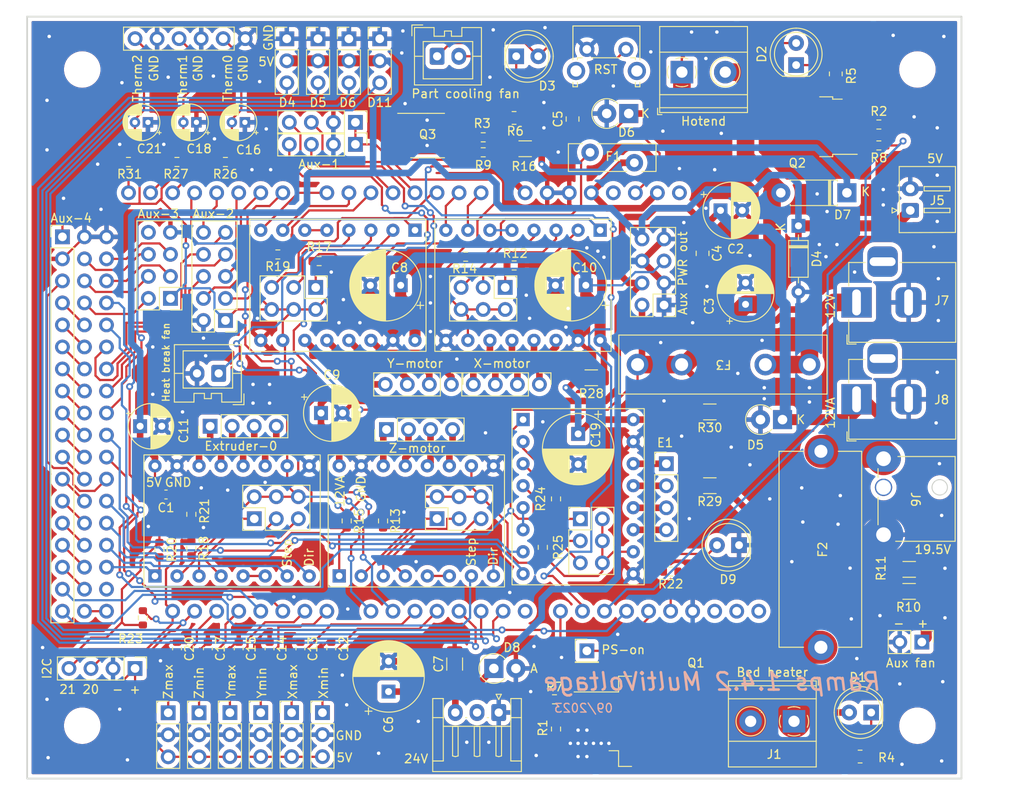
<source format=kicad_pcb>
(kicad_pcb (version 20211014) (generator pcbnew)
  (title_block (title "Chronic PrintoSaur") (date "03/09/23") (rev "2"))
  (layers (0 "F.Cu" signal) (31 "B.Cu" signal) (34 "B.Paste" user) (35 "F.Paste" user) (36 "B.SilkS" user "B.Silkscreen") (37 "F.SilkS" user "F.Silkscreen") (38 "B.Mask" user) (39 "F.Mask" user) (44 "Edge.Cuts" user))
  (net 0 "")
  (net 1 "+5V")
  (net 2 "GND")
  (net 3 "+12VA")
  (net 4 "+12V")
  (net 5 "+24V")
  (net 6 "/X-min")
  (net 7 "/X-max")
  (net 8 "/Y-min")
  (net 9 "/Y-max")
  (net 10 "/Therm 0")
  (net 11 "/Z-min")
  (net 12 "/Therm1")
  (net 13 "Net-(C19-Pad1)")
  (net 14 "/Z-max")
  (net 15 "/Therm 2")
  (net 16 "Net-(D1-Pad1)")
  (net 17 "+19.5V")
  (net 18 "Net-(D2-Pad1)")
  (net 19 "Net-(D3-Pad1)")
  (net 20 "Net-(D7-Pad1)")
  (net 21 "Net-(D9-Pad2)")
  (net 22 "VCC")
  (net 23 "Net-(F1-Pad2)")
  (net 24 "Net-(F2-Pad1)")
  (net 25 "Net-(F3-Pad1)")
  (net 26 "/Bed MOSFET heatsink")
  (net 27 "/Hotend MOSFET heatsink")
  (net 28 "Net-(J3-Pad2)")
  (net 29 "Net-(J4-Pad1)")
  (net 34 "Net-(J10-Pad1)")
  (net 35 "Net-(J10-Pad3)")
  (net 36 "Net-(J10-Pad5)")
  (net 37 "Net-(J11-Pad1)")
  (net 38 "Net-(J11-Pad3)")
  (net 39 "Net-(J11-Pad5)")
  (net 40 "Net-(J15-Pad1)")
  (net 41 "Net-(J15-Pad2)")
  (net 42 "Net-(J15-Pad3)")
  (net 43 "Net-(J15-Pad4)")
  (net 44 "Net-(J16-Pad1)")
  (net 45 "Net-(J16-Pad2)")
  (net 46 "Net-(J16-Pad3)")
  (net 47 "Net-(J16-Pad4)")
  (net 48 "/D11")
  (net 49 "/D2")
  (net 50 "/D1")
  (net 51 "/A3")
  (net 52 "/A4")
  (net 53 "/A5")
  (net 54 "/A9")
  (net 55 "/A10")
  (net 56 "/D40")
  (net 57 "/D44")
  (net 58 "/D42")
  (net 59 "/A12")
  (net 60 "/A11")
  (net 61 "Net-(J21-Pad1)")
  (net 62 "Net-(J21-Pad3)")
  (net 63 "Net-(J21-Pad5)")
  (net 64 "Net-(J22-Pad1)")
  (net 65 "Net-(J22-Pad3)")
  (net 66 "Net-(J22-Pad5)")
  (net 67 "/D6")
  (net 68 "/D32")
  (net 69 "/D47")
  (net 70 "/D45")
  (net 71 "/D43")
  (net 72 "/D41")
  (net 73 "/D39")
  (net 74 "/D37")
  (net 75 "/D35")
  (net 76 "/D33")
  (net 77 "/D31")
  (net 78 "/D29")
  (net 79 "/D27")
  (net 80 "/D25")
  (net 81 "/D23")
  (net 82 "/D17")
  (net 83 "/D16")
  (net 84 "/D5")
  (net 85 "/D49")
  (net 86 "/MISO")
  (net 87 "/MOSI")
  (net 88 "/SCK")
  (net 89 "/D53")
  (net 91 "/D4")
  (net 92 "Net-(J29-Pad1)")
  (net 93 "Net-(J29-Pad2)")
  (net 94 "Net-(J29-Pad3)")
  (net 95 "Net-(J29-Pad4)")
  (net 96 "Net-(J30-Pad1)")
  (net 97 "Net-(J30-Pad2)")
  (net 98 "Net-(J30-Pad3)")
  (net 99 "Net-(J30-Pad4)")
  (net 100 "/SDA")
  (net 101 "/SCL")
  (net 102 "Net-(J34-Pad1)")
  (net 103 "Net-(J34-Pad3)")
  (net 104 "Net-(J34-Pad5)")
  (net 105 "Net-(J38-Pad1)")
  (net 106 "Net-(J38-Pad2)")
  (net 107 "Net-(J38-Pad3)")
  (net 108 "Net-(J38-Pad4)")
  (net 109 "Net-(Q1-Pad1)")
  (net 110 "Net-(Q2-Pad1)")
  (net 111 "Net-(Q3-Pad1)")
  (net 112 "/D8")
  (net 113 "/D10")
  (net 114 "/D9")
  (net 115 "/X-EN")
  (net 116 "/Z-EN")
  (net 117 "/AM-VIN")
  (net 118 "/Y-EN")
  (net 119 "/E0-EN")
  (net 120 "/LED")
  (net 121 "/E1-EN")
  (net 122 "/RESET")
  (net 124 "/X-step")
  (net 125 "/X-dir")
  (net 126 "/Y-step")
  (net 127 "/Y-dir")
  (net 131 "/E0-step")
  (net 132 "/E0-dir")
  (net 133 "/E1-dir")
  (net 134 "/E1-step")
  (net 135 "/Z-step")
  (net 136 "/Z-dir")
  (net 137 "Net-(U2-Pad5)")
  (net 138 "Net-(U3-Pad5)")
  (net 139 "Net-(U4-Pad5)")
  (net 140 "Net-(U5-Pad5)")
  (net 141 "Net-(U6-Pad5)")
  (footprint "Resistor_SMD:R_1206_3216Metric" (layer "F.Cu") (at 165.1715 126.238 180)
    (fp_text reference "R11")
    (fp_text value "0R")
  )
  (footprint "Resistor_SMD:R_1206_3216Metric" (layer "F.Cu") (at 165.1615 128.778 180)
    (fp_text reference "R10")
    (fp_text value "0R")
  )
  (footprint "Capacitor_THT:CP_Radial_D8.0mm_P3.50mm" (layer "F.Cu") (at 127.890651 93.472 180)
    (fp_text reference "C10")
    (fp_text value "47uF")
  )
  (footprint "Capacitor_SMD:C_0603_1608Metric" (layer "F.Cu") (at 87.884 135.384 -90)
    (fp_text reference "C15")
    (fp_text value "100n")
  )
  (footprint "Connector_BarrelJack:BarrelJack_Horizontal" (layer "F.Cu") (at 159.1 95.4455 180)
    (fp_text reference "J7")
    (fp_text value "12V hotend")
  )
  (footprint "Resistor_SMD:R_0603_1608Metric" (layer "F.Cu") (at 119.634 91.186 180)
    (fp_text reference "R12")
    (fp_text value "100K")
  )
  (footprint "Chronic Footprints:A4988 carrier" (layer "F.Cu") (at 120.65 93.472 -90)
    (fp_text reference "U2")
    (fp_text value "A4988_Carrier")
  )
  (footprint "Package_TO_SOT_SMD:TO-252-2" (layer "F.Cu") (at 153.879 75.183 180)
    (fp_text reference "Q2")
    (fp_text value "STD1703L")
  )
  (footprint "Resistor_SMD:R_0603_1608Metric" (layer "F.Cu") (at 122.936 123.698 90)
    (fp_text reference "R25")
    (fp_text value "10K")
  )
  (footprint "Resistor_SMD:R_0603_1608Metric" (layer "F.Cu") (at 124.46 144.653 -90)
    (fp_text reference "R1")
    (fp_text value "100K")
  )
  (footprint "Resistor_SMD:R_0603_1608Metric" (layer "F.Cu") (at 82.423 123.825 -90)
    (fp_text reference "R18")
    (fp_text value "100K")
  )
  (footprint "Resistor_SMD:R_0603_1608Metric" (layer "F.Cu") (at 104.521 120.65 -90)
    (fp_text reference "R13")
    (fp_text value "100K")
  )
  (footprint "Connector_PinHeader_2.54mm:PinHeader_1x04_P2.54mm_Vertical" (layer "F.Cu") (at 122.545 104.902 -90)
    (fp_text reference "J15")
    (fp_text value "X-motor")
  )
  (footprint "Connector_PinHeader_2.54mm:PinHeader_1x03_P2.54mm_Vertical" (layer "F.Cu") (at 100.584 65.039)
    (fp_text reference "J23")
    (fp_text value "Servo 2")
  )
  (footprint "Connector_PinHeader_2.54mm:PinHeader_1x04_P2.54mm_Vertical" (layer "F.Cu") (at 75.936 137.668 -90)
    (fp_text reference "J33")
    (fp_text value "I2C")
  )
  (footprint "Resistor_SMD:R_0603_1608Metric" (layer "F.Cu") (at 76.835 131.826 -90)
    (fp_text reference "R23")
    (fp_text value "4.7K")
  )
  (footprint "Diode_THT:D_DO-41_SOD81_P2.54mm_Vertical_KathodeUp" (layer "F.Cu") (at 132.842 73.66 180)
    (fp_text reference "D6")
    (fp_text value "FR105")
  )
  (footprint "Connector_PinHeader_2.54mm:PinHeader_2x03_P2.54mm_Vertical" (layer "F.Cu") (at 96.759 93.721 -90)
    (fp_text reference "J21")
    (fp_text value "MS select")
  )
  (footprint "TerminalBlock_Phoenix:TerminalBlock_Phoenix_MKDS-1,5-2_1x02_P5.00mm_Horizontal" (layer "F.Cu") (at 138.968 68.885)
    (fp_text reference "J2")
    (fp_text value "Hotend")
  )
  (footprint "LED_THT:LED_D5.0mm" (layer "F.Cu") (at 145.557 123.444 180)
    (fp_text reference "D9")
    (fp_text value "LED")
  )
  (footprint "Resistor_SMD:R_0603_1608Metric" (layer "F.Cu") (at 124.279 141.224)
    (fp_text reference "R7")
    (fp_text value "10R")
  )
  (footprint "Connector_PinHeader_2.54mm:PinHeader_2x03_P2.54mm_Vertical" (layer "F.Cu") (at 118.603 93.721 -90)
    (fp_text reference "J10")
    (fp_text value "MS select")
  )
  (footprint "Connector_PinHeader_2.54mm:PinHeader_2x03_P2.54mm_Vertical" (layer "F.Cu") (at 89.677 120.401 90)
    (fp_text reference "J22")
    (fp_text value "MS select")
  )
  (footprint "Connector_PinHeader_2.54mm:PinHeader_2x04_P2.54mm_Vertical" (layer "F.Cu") (at 136.911 95.748 180)
    (fp_text reference "J12")
    (fp_text value "Aux power out")
  )
  (footprint "Chronic Footprints:TPC8073 MOSFET SOIC-8_4.5x5.08mm_P1.27mm" (layer "F.Cu") (at 109.6564 76.2)
    (fp_text reference "Q3")
    (fp_text value "TPC8073")
  )
  (footprint "Connector_PinHeader_2.54mm:PinHeader_1x03_P2.54mm_Vertical" (layer "F.Cu") (at 83.312 142.778)
    (fp_text reference "J36")
    (fp_text value "Conn_01x03")
  )
  (footprint "Capacitor_SMD:C_0805_2012Metric" (layer "F.Cu") (at 126.365 74.295 90)
    (fp_text reference "C5")
    (fp_text value "100n")
  )
  (footprint "Resistor_SMD:R_1206_3216Metric" (layer "F.Cu") (at 142.1885 108.077 180)
    (fp_text reference "R30")
    (fp_text value "0R")
  )
  (footprint "Fuse:Fuse_Bourns_MF-RG400" (layer "F.Cu") (at 128.387 78.14)
    (fp_text reference "F1")
    (fp_text value "750mA Polyfuse")
  )
  (footprint "Package_TO_SOT_SMD:TO-263-2" (layer "F.Cu") (at 134.62 143.764)
    (fp_text reference "Q1")
    (fp_text value "IPP07N03LBG")
  )
  (footprint "Capacitor_THT:CP_Radial_D4.0mm_P1.50mm" (layer "F.Cu") (at 88.596599 74.676 180)
    (fp_text reference "C16")
    (fp_text value "10uF")
  )
  (footprint "Chronic Footprints:Standard 2-piece fuseholder" (layer "F.Cu") (at 143.764 102.616 180)
    (fp_text reference "F3")
    (fp_text value "F 6.3A")
  )
  (footprint "Resistor_SMD:R_0603_1608Metric" (layer "F.Cu") (at 82.423 119.888 90)
    (fp_text reference "R21")
    (fp_text value "4.7K")
  )
  (footprint "Resistor_SMD:R_0805_2012Metric" (layer "F.Cu") (at 119.624 74.168)
    (fp_text reference "R6")
    (fp_text value "2.2K")
  )
  (footprint "Capacitor_SMD:C_1206_3216Metric" (layer "F.Cu") (at 112.776 137.16 90)
    (fp_text reference "C7")
    (fp_text value "100n")
  )
  (footprint "Chronic Footprints:Arduino Mega 252560 shield" (layer "F.Cu") (at 105.664 108.204 -90)
    (fp_text reference "U1")
    (fp_text value "Arduino_Mega_2560")
  )
  (footprint "Resistor_SMD:R_0603_1608Metric" (layer "F.Cu") (at 75.174 79.248)
    (fp_text reference "R31")
    (fp_text value "4.7K")
  )
  (footprint "Resistor_SMD:R_0603_1608Metric" (layer "F.Cu") (at 100.33 120.65 -90)
    (fp_text reference "R15")
    (fp_text value "10K")
  )
  (footprint "Resistor_SMD:R_0603_1608Metric" (layer "F.Cu") (at 78.74 123.952 -90)
    (fp_text reference "R20")
    (fp_text value "10K")
  )
  (footprint "Capacitor_THT:CP_Radial_D6.3mm_P2.50mm" (layer "F.Cu") (at 146.304 95.67038 90)
    (fp_text reference "C3")
    (fp_text value "100uF")
  )
  (footprint "Connector_PinHeader_2.54mm:PinHeader_1x03_P2.54mm_Vertical" (layer "F.Cu") (at 97.536 142.763)
    (fp_text reference "J28")
    (fp_text value "Conn_01x03")
  )
  (footprint "Resistor_SMD:R_0805_2012Metric" (layer "F.Cu") (at 156.708 69.088 90)
    (fp_text reference "R5")
    (fp_text value "2.0K")
  )
  (footprint "Connector_PinHeader_2.54mm:PinHeader_1x03_P2.54mm_Vertical" (layer "F.Cu") (at 79.756 142.778)
    (fp_text reference "J39")
    (fp_text value "Conn_01x03")
  )
  (footprint "Capacitor_SMD:C_0805_2012Metric" (layer "F.Cu") (at 141.351 89.789 -90)
    (fp_text reference "C4")
    (fp_text value "100n")
  )
  (footprint "Resistor_SMD:R_0603_1608Metric" (layer "F.Cu") (at 114.046 90.17)
    (fp_text reference "R14")
    (fp_text value "10K")
  )
  (footprint "Capacitor_SMD:C_0603_1608Metric" (layer "F.Cu") (at 94.996 135.384 -90)
    (fp_text reference "C13")
    (fp_text value "100n")
  )
  (footprint "Capacitor_THT:CP_Radial_D8.0mm_P3.50mm" (layer "F.Cu") (at 127.01 110.615349 -90)
    (fp_text reference "C19")
    (fp_text value "100uF")
  )
  (footprint "Chronic Footprints:A4988 carrier" (layer "F.Cu") (at 87.122 120.65 90)
    (fp_text reference "U5")
    (fp_text value "A4988_Carrier")
  )
  (footprint "MountingHole:MountingHole_3.2mm_M3" (layer "F.Cu") (at 69.85 144.272)
    (fp_text reference "REF2")
    (fp_text value "MountingHole_3.2mm_M3")
  )
  (footprint "Connector_PinHeader_2.54mm:PinHeader_1x04_P2.54mm_Vertical" (layer "F.Cu") (at 101.336 77.216 -90)
    (fp_text reference "Aux-1")
    (fp_text value "A-out")
  )
  (footprint "Connector_PinHeader_2.54mm:PinHeader_1x01_P2.54mm_Vertical" (layer "F.Cu") (at 128.016 135.636)
    (fp_text reference "J4")
    (fp_text value "PS-on")
  )
  (footprint "Diode_THT:D_DO-41_SOD81_P2.54mm_Vertical_KathodeUp" (layer "F.Cu") (at 150.566234 108.966 180)
    (fp_text reference "D5")
    (fp_text value "HER104")
  )
  (footprint "Connector_PinHeader_2.54mm:PinHeader_1x03_P2.54mm_Vertical" (layer "F.Cu") (at 93.428 65.039)
    (fp_text reference "J27")
    (fp_text value "Servo 4")
  )
  (footprint "Connector_JST:JST_EH_S3B-EH_1x03_P2.50mm_Horizontal" (layer "F.Cu") (at 117.856 142.748 180)
    (fp_text reference "J9")
    (fp_text value "24V X&Y")
  )
  (footprint "Capacitor_THT:CP_Radial_D5.0mm_P2.50mm" (layer "F.Cu") (at 76.518888 109.728)
    (fp_text reference "C11")
    (fp_text value "100uF")
  )
  (footprint "Connector_PinHeader_2.54mm:PinHeader_1x03_P2.54mm_Vertical" (layer "F.Cu") (at 97.028 65.039)
    (fp_text reference "J25")
    (fp_text value "Servo 3")
  )
  (footprint "Connector_JST:JST_XA_B02B-XASK-1-A_1x02_P2.50mm_Vertical" (layer "F.Cu") (at 85.578 103.632 180)
    (fp_text reference "J13")
    (fp_text value "Heat break fan")
  )
  (footprint "Connector_PinHeader_2.54mm:PinHeader_1x18_P2.54mm_Vertical" (layer "F.Cu") (at 67.564 87.884)
    (fp_text reference "Aux-4")
    (fp_text value "Aux-4")
  )
  (footprint "Diode_THT:D_DO-41_SOD81_P7.62mm_Horizontal" (layer "F.Cu") (at 157.988 82.804 180)
    (fp_text reference "D7")
    (fp_text value "UF4002")
  )
  (footprint "Diode_THT:D_DO-41_SOD81_P2.54mm_Vertical_AnodeUp" (layer "F.Cu") (at 117.292234 137.668)
    (fp_text reference "D8")
    (fp_text value "1N4007")
  )
  (footprint "Chronic Footprints:Fuseholder_Cylinder-5x20mm_Stelvio-Kontek_PTF78_Horizontal_Open" (layer "F.Cu") (at 154.992 112.6205 -90)
    (fp_text reference "F2")
    (fp_text value "F 10A")
  )
  (footprint "Connector_PinHeader_2.54mm:PinHeader_1x04_P2.54mm_Vertical" (layer "F.Cu") (at 137.17 114.056)
    (fp_text reference "J38")
    (fp_text value "Extruder 1")
  )
  (footprint "Connector_PinHeader_2.54mm:PinHeader_1x03_P2.54mm_Vertical" (layer "F.Cu") (at 104.14 65.039)
    (fp_text reference "J17")
    (fp_text value "Servo 1")
  )
  (footprint "Capacitor_THT:CP_Radial_D8.0mm_P3.50mm" (layer "F.Cu") (at 106.554651 93.472 180)
    (fp_text reference "C8")
    (fp_text value "47uF")
  )
  (footprint "Capacitor_THT:CP_Radial_D4.0mm_P1.50mm" (layer "F.Cu") (at 77.420599 74.676 180)
    (fp_text reference "C21")
    (fp_text value "10uF")
  )
  (footprint "Resistor_SMD:R_0603_1608Metric" (layer "F.Cu") (at 124.46 118.11 -90)
    (fp_text reference "R24")
    (fp_text value "100K")
  )
  (footprint "Connector_PinHeader_2.54mm:PinHeader_1x03_P2.54mm_Vertical" (layer "F.Cu") (at 86.868 142.763)
    (fp_text reference "J35")
    (fp_text value "Conn_01x03")
  )
  (footprint "Button_Switch_THT:SW_Tactile_SPST_Angled_PTS645Vx39-2LFS" (layer "F.Cu") (at 128.017 66.2605)
    (fp_text reference "SW1")
    (fp_text value "RST")
  )
  (footprint "Chronic Footprints:A4988 carrier" (layer "F.Cu") (at 99.314 93.472 -90)
    (fp_text reference "U4")
    (fp_text value "A4988_Carrier")
  )
  (footprint "Resistor_SMD:R_1206_3216Metric" (layer "F.Cu") (at 142.1885 116.586 180)
    (fp_text reference "R29")
    (fp_text value "0R")
  )
  (footprint "Resistor_SMD:R_0603_1608Metric" (layer "F.Cu") (at 116.068 76.403 180)
    (fp_text reference "R3")
    (fp_text value "100K")
  )
  (footprint "Connector_PinHeader_2.54mm:PinHeader_1x04_P2.54mm_Vertical" (layer "F.Cu") (at 101.336 74.676 -90)
    (fp_text reference "SRL")
    (fp_text value "Serial")
  )
  (footprint "MountingHole:MountingHole_3.2mm_M3" (layer "F.Cu") (at 69.85 68.58)
    (fp_text reference "REF1")
    (fp_text value "MountingHole_3.2mm_M3")
  )
  (footprint "Connector_PinHeader_2.54mm:PinHeader_1x04_P2.54mm_Vertical" (layer "F.Cu") (at 84.592 109.728 90)
    (fp_text reference "J30")
    (fp_text value "Extruder 0")
  )
  (footprint "Chronic Footprints:A4988 carrier" (layer "F.Cu") (at 127.01 117.856)
    (fp_text reference "U6")
    (fp_text value "A4988_Carrier")
  )
  (footprint "Capacitor_SMD:C_0603_1608Metric" (layer "F.Cu") (at 84.328 135.384 -90)
    (fp_text reference "C17")
    (fp_text value "100n")
  )
  (footprint "Resistor_SMD:R_0603_1608Metric" (layer "F.Cu") (at 161.671 77.343 180)
    (fp_text reference "R8")
    (fp_text value "10R")
  )
  (footprint "Capacitor_THT:CP_Radial_D4.0mm_P1.50mm" (layer "F.Cu") (at 83.008599 74.676 180)
    (fp_text reference "C18")
    (fp_text value "10uF")
  )
  (footprint "Connector_PinHeader_2.54mm:PinHeader_2x05_P2.54mm_Vertical" (layer "F.Cu") (at 86.36 97.531 180)
    (fp_text reference "J20")
    (fp_text value "Aux-2")
  )
  (footprint "MountingHole:MountingHole_3.2mm_M3" (layer "F.Cu") (at 166.116 68.58)
    (fp_text reference "REF4")
    (fp_text value "MountingHole_3.2mm_M3")
  )
  (footprint "Connector_PinHeader_2.54mm:PinHeader_2x03_P2.54mm_Vertical" (layer "F.Cu") (at 110.744 120.396 90)
    (fp_text reference "J11")
    (fp_text value "MS select")
  )
  (footprint "LED_THT:LED_D5.0mm" (layer "F.Cu") (at 160.787 142.748 180)
    (fp_text reference "D1")
    (fp_text value "LED")
  )
  (footprint "Resistor_SMD:R_1206_3216Metric" (layer "F.Cu") (at 120.904 77.724 180)
    (fp_text reference "R16")
    (fp_text value "0R")
  )
  (footprint "Capacitor_THT:CP_Radial_D6.3mm_P2.50mm" (layer "F.Cu") (at 143.423 84.836)
    (fp_text reference "C2")
    (fp_text value "100uF")
  )
  (footprint "LED_THT:LED_D5.0mm" (layer "F.Cu") (at 152.136 68.072 90)
    (fp_text reference "D2")
    (fp_text value "LED")
  )
  (footprint "Capacitor_SMD:C_0603_1608Metric" (layer "F.Cu") (at 98.552 135.384 -90)
    (fp_text reference "C12")
    (fp_text value "100n")
  )
  (footprint "Connector_PinHeader_2.54mm:PinHeader_2x04_P2.54mm_Vertical" (layer "F.Cu") (at 80.015 94.986 180)
    (fp_text reference "J26")
    (fp_text value "Aux-3")
  )
  (footprint "Capacitor_SMD:C_0603_1608Metric" (layer "F.Cu") (at 80.772 135.384 -90)
    (fp_text reference "C20")
    (fp_text value "100n")
  )
  (footprint "Connector_BarrelJack:BarrelJack_Horizontal" (layer "F.Cu") (at 159.1 106.6215 180)
    (fp_text reference "J8")
    (fp_text value "12 volt Z")
  )
  (footprint "Resistor_SMD:R_0603_1608Metric" (layer "F.Cu") (at 97.155 90.678 180)
    (fp_text reference "R17")
    (fp_text value "100K")
  )
  (footprint "Connector_PinHeader_2.54mm:PinHeader_1x04_P2.54mm_Vertical" (layer "F.Cu") (at 104.912 110.109 90)
    (fp_text reference "J16")
    (fp_text value "Z-motor")
  )
  (footprint "Resistor_SMD:R_0603_1608Metric" (layer "F.Cu") (at 86.35 79.248)
    (fp_text reference "R26")
    (fp_text value "4.7K")
  )
  (footprint "Resistor_SMD:R_0805_2012Metric" (layer "F.Cu") (at 159.512 147.828)
    (fp_text reference "R4")
    (fp_text value "3.3K")
  )
  (footprint "Connector_JST:JST_XA_B02B-XASK-1_1x02_P2.50mm_Vertical" (layer "F.Cu") (at 110.754 67.056)
    (fp_text reference "Part cooling fan")
    (fp_text value "Part cooling fan")
  )
  (footprint "Resistor_SMD:R_1206_3216Metric" (layer "F.Cu") (at 128.524 104.14 180)
    (fp_text reference "R28")
    (fp_text value "0R")
  )
  (footprint "LED_THT:LED_D5.0mm" (layer "F.Cu") (at 119.873 67.056)
    (fp_text reference "D3")
    (fp_text value "LED")
  )
  (footprint "Connector_PinHeader_2.54mm:PinHeader_1x03_P2.54mm_Vertical" (layer "F.Cu") (at 93.98 142.763)
    (fp_text reference "J31")
    (fp_text value "Conn_01x03")
  )
  (footprint "Resistor_SMD:R_0603_1608Metric" (layer "F.Cu") (at 80.762 79.248)
    (fp_text reference "R27")
    (fp_text value "4.7K")
  )
  (footprint "Resistor_SMD:R_0603_1608Metric" (layer "F.Cu") (at 116.068 78.13 180)
    (fp_text reference "R9")
    (fp_text value "10R")
  )
  (footprint "Connector_PinHeader_2.54mm:PinHeader_1x06_P2.54mm_Vertical" (layer "F.Cu") (at 88.636 65.024 -90)
    (fp_text reference "J37")
    (fp_text value "Thermistors")
  )
  (footprint "Connector_PinHeader_2.54mm:PinHeader_2x03_P2.54mm_Vertical" (layer "F.Cu") (at 127.259 120.411)
    (fp_text reference "J34")
    (fp_text value "MS select")
  )
  (footprint "Connector_PinHeader_2.54mm:PinHeader_1x02_P2.54mm_Vertical" (layer "F.Cu") (at 166.624 134.62 -90)
    (fp_text reference "J14")
    (fp_text value "Aux fan")
  )
  (footprint "Connector_PinHeader_2.54mm:PinHeader_1x03_P2.54mm_Vertical" (layer "F.Cu") (at 90.424 142.763)
    (fp_text reference "J32")
    (fp_text value "Conn_01x03")
  )
  (footprint "Diode_THT:D_DO-35_SOD27_P7.62mm_Horizontal" (layer "F.Cu") (at 152.4 86.614 -90)
    (fp_text reference "D4")
    (fp_text value "CJ4148")
  )
  (footprint "Chronic Footprints:5.5x2.5mm barrel jack connector square" (layer "F.Cu") (at 161.1945 112.4585 -90)
    (fp_text reference "J6")
    (fp_text value "19.5V hotbed")
    (fp_circle (center 4.318 -7.493) (end 5.207 -7.493) (layer "Edge.Cuts") (width 0.12) (fill none))
  )
  (footprint "Capacitor_THT:CP_Radial_D6.3mm_P2.50mm" (layer "F.Cu") (at 97.369621 108.204)
    (fp_text reference "C9")
    (fp_text value "100uF")
  )
  (footprint "MountingHole:MountingHole_3.2mm_M3" (layer "F.Cu") (at 166.116 144.272)
    (fp_text reference "REF3")
    (fp_text value "MountingHole_3.2mm_M3")
  )
  (footprint "Connector_PinHeader_2.54mm:PinHeader_1x04_P2.54mm_Vertical" (layer "F.Cu") (at 112.395 104.902 -90)
    (fp_text reference "J29")
    (fp_text value "Y-motor")
  )
  (footprint "Capacitor_SMD:C_0603_1608Metric" (layer "F.Cu") (at 79.502 117.602)
    (fp_text reference "C1")
    (fp_text value "100n")
  )
  (footprint "Capacitor_SMD:C_0603_1608Metric" (layer "F.Cu") (at 91.44 135.384 -90)
    (fp_text reference "C14")
    (fp_text value "100n")
  )
  (footprint "Resistor_SMD:R_0603_1608Metric" (layer "F.Cu") (at 137.678 126.492 180)
    (fp_text reference "R22")
    (fp_text value "1K")
  )
  (footprint "Capacitor_THT:CP_Radial_D8.0mm_P3.50mm" (layer "F.Cu") (at 105.156 140.336651 90)
    (fp_text reference "C6")
    (fp_text value "100uF")
  )
  (footprint "Resistor_SMD:R_0603_1608Metric" (layer "F.Cu") (at 92.392 89.916)
    (fp_text reference "R19")
    (fp_text value "10K")
  )
  (footprint "Chronic Footprints:A4988 carrier" (layer "F.Cu") (at 108.358 120.645 90)
    (fp_text reference "U3")
    (fp_text value "A4988_Carrier")
  )
  (footprint "Connector_JST:JST_XH_S2B-XH-A-1_1x02_P2.50mm_Horizontal" (layer "F.Cu") (at 165.292 84.836 90)
    (fp_text reference "J5")
    (fp_text value "5 volt E0")
  )
  (footprint "Resistor_SMD:R_0603_1608Metric" (layer "F.Cu") (at 161.671 74.93)
    (fp_text reference "R2")
    (fp_text value "100K")
  )
  (footprint "TerminalBlock_Phoenix:TerminalBlock_Phoenix_MKDS-1,5-2_1x02_P5.00mm_Horizontal" (layer "F.Cu") (at 151.892 143.764 180)
    (fp_text reference "J1")
    (fp_text value "Bed heater")
  )
  (gr_rect (start 63.5 62.484) (end 171.196 150.368) (layer "Edge.Cuts") (width 0.2) (fill none))
  (gr_text "Ramps 1.4.2 MultiVoltage" (at 142.494 139.192) (layer "B.SilkS") (effects (font (size 2 2) (thickness 0.3) italic) (justify mirror)))
  (gr_text "09/2023" (at 127.635 142.24) (layer "B.SilkS") (effects (font (size 1 1)) (justify mirror)))
  (gr_text "12VA" (at 156.083 108.204 90) (layer "F.SilkS") (effects (font (size 1 1))))
  (gr_text "Y-motor" (at 108.204 102.489) (layer "F.SilkS") (effects (font (size 1 1))))
  (gr_text "Therm1" (at 81.407 69.596 90) (layer "F.SilkS") (effects (font (size 1 1))))
  (gr_text "Ymax" (at 86.995 139.192 90) (layer "F.SilkS") (effects (font (size 1 1))))
  (gr_text "GND" (at 91.313 64.897 90) (layer "F.SilkS") (effects (font (size 1 1))))
  (gr_text "Step" (at 93.472 124.333 90) (layer "F.SilkS") (effects (font (size 1 1))))
  (gr_text "12V" (at 156.083 95.885 90) (layer "F.SilkS") (effects (font (size 1 1))))
  (gr_text "5V" (at 91.059 67.691) (layer "F.SilkS") (effects (font (size 1 1))))
  (gr_text "Zmax" (at 79.756 139.192 90) (layer "F.SilkS") (effects (font (size 1 1))))
  (gr_text "D11" (at 104.14 72.39) (layer "F.SilkS") (effects (font (size 1 1))))
  (gr_text "GND" (at 100.584 145.415) (layer "F.SilkS") (effects (font (size 1 1))))
  (gr_text "Therm2" (at 76.2 69.596 90) (layer "F.SilkS") (effects (font (size 1 1))))
  (gr_text "19.5V" (at 167.894 123.952) (layer "F.SilkS") (effects (font (size 1 1))))
  (gr_text "Zmin" (at 83.312 139.319 90) (layer "F.SilkS") (effects (font (size 1 1))))
  (gr_text "GND" (at 83.185 68.453 90) (layer "F.SilkS") (effects (font (size 1 1))))
  (gr_text "GND" (at 101.981 116.967 90) (layer "F.SilkS") (effects (font (size 1 1))))
  (gr_text "Step" (at 114.681 124.206 90) (layer "F.SilkS") (effects (font (size 1 1))))
  (gr_text "Dir" (at 96.012 124.841 90) (layer "F.SilkS") (effects (font (size 1 1))))
  (gr_text "X-motor" (at 118.237 102.489) (layer "F.SilkS") (effects (font (size 1 1))))
  (gr_text "D6" (at 100.457 72.39) (layer "F.SilkS") (effects (font (size 1 1))))
  (gr_text "5V" (at 78.105 116.205) (layer "F.SilkS") (effects (font (size 1 1))))
  (gr_text "GND" (at 80.899 116.205) (layer "F.SilkS") (effects (font (size 1 1))))
  (gr_text "24V" (at 108.331 148.082) (layer "F.SilkS") (effects (font (size 1 1))))
  (gr_text "Dir" (at 117.221 124.714 90) (layer "F.SilkS") (effects (font (size 1 1))))
  (gr_text "Extruder-0" (at 88.138 112.014) (layer "F.SilkS") (effects (font (size 1 1))))
  (gr_text "-  +" (at 165.354 132.461) (layer "F.SilkS") (effects (font (size 1 1))))
  (gr_text "12VA" (at 99.568 117.221 90) (layer "F.SilkS") (effects (font (size 1 1))))
  (gr_text "GND" (at 88.392 68.453 90) (layer "F.SilkS") (effects (font (size 1 1))))
  (gr_text "Z-motor" (at 108.458 112.268) (layer "F.SilkS") (effects (font (size 1 1))))
  (gr_text "Therm0" (at 86.614 69.596 90) (layer "F.SilkS") (effects (font (size 1 1))))
  (gr_text "D5" (at 97.028 72.39) (layer "F.SilkS") (effects (font (size 1 1))))
  (gr_text "21 20  - +" (at 71.882 140.081) (layer "F.SilkS") (effects (font (size 1 1))))
  (gr_text "Ymin" (at 90.551 139.319 90) (layer "F.SilkS") (effects (font (size 1 1))))
  (gr_text "5V" (at 100.076 147.955) (layer "F.SilkS") (effects (font (size 1 1))))
  (gr_text "GND" (at 78.105 68.453 90) (layer "F.SilkS") (effects (font (size 1 1))))
  (gr_text "E1" (at 137.033 111.633) (layer "F.SilkS") (effects (font (size 1 1))))
  (gr_text "5V" (at 168.148 78.867) (layer "F.SilkS") (effects (font (size 1 1))))
  (gr_text "Aux PWR out" (at 139.065 92.075 90) (layer "F.SilkS") (effects (font (size 1 1))))
  (gr_text "Xmin" (at 97.663 139.319 90) (layer "F.SilkS") (effects (font (size 1 1))))
  (gr_text "I2C" (at 65.786 137.668 90) (layer "F.SilkS") (effects (font (size 1 1))))
  (gr_text "D4" (at 93.472 72.39) (layer "F.SilkS") (effects (font (size 1 1))))
  (gr_text "Xmax" (at 94.107 139.192 90) (layer "F.SilkS") (effects (font (size 1 1))))
  (segment (start 165.292 84.836) (end 163.514 86.614) (width 1.27) (layer "F.Cu") (net 1))
  (segment (start 163.514 86.614) (end 152.4 86.614) (width 1.27) (layer "F.Cu") (net 1))
  (segment (start 154.178 92.964) (end 152.4 91.186) (width 0.76) (layer "F.Cu") (net 1))
  (segment (start 141.732 103.378) (end 141.732 103.124) (width 0.76) (layer "F.Cu") (net 1))
  (segment (start 152.4 91.186) (end 152.4 86.614) (width 0.76) (layer "F.Cu") (net 1))
  (segment (start 153.162 96.266) (end 154.178 95.25) (width 0.76) (layer "F.Cu") (net 1))
  (segment (start 141.732 103.124) (end 147.32 97.536) (width 0.76) (layer "F.Cu") (net 1))
  (segment (start 151.13 96.266) (end 153.162 96.266) (width 0.76) (layer "F.Cu") (net 1))
  (segment (start 149.86 97.536) (end 151.13 96.266) (width 0.76) (layer "F.Cu") (net 1))
  (segment (start 78.727 117.602) (end 78.232 117.107) (width 0.254) (layer "F.Cu") (net 1))
  (segment (start 78.232 117.107) (end 78.232 114.3) (width 0.254) (layer "F.Cu") (net 1))
  (segment (start 147.32 97.536) (end 149.86 97.536) (width 0.76) (layer "F.Cu") (net 1))
  (segment (start 78.232 113.284) (end 78.232 114.3) (width 0.76) (layer "F.Cu") (net 1))
  (segment (start 76.518888 109.728) (end 76.518888 111.570888) (width 0.76) (layer "F.Cu") (net 1))
  (segment (start 76.518888 111.570888) (end 78.232 113.284) (width 0.76) (layer "F.Cu") (net 1))
  (segment (start 93.428 67.579) (end 104.14 67.579) (width 1.27) (layer "F.Cu") (net 1))
  (segment (start 143.651 105.297) (end 141.732 103.378) (width 0.76) (layer "F.Cu") (net 1))
  (segment (start 143.651 108.077) (end 143.651 105.297) (width 0.76) (layer "F.Cu") (net 1))
  (segment (start 154.178 95.25) (end 154.178 92.964) (width 0.76) (layer "F.Cu") (net 1))
  (segment (start 134.371 88.128) (end 130.825 84.582) (width 0.76) (layer "B.Cu") (net 1))
  (segment (start 105.171 67.579) (end 104.14 67.579) (width 0.76) (layer "B.Cu") (net 1))
  (segment (start 103.632 80.518) (end 103.378 80.264) (width 0.76) (layer "B.Cu") (net 1))
  (segment (start 95.758 80.772) (end 96.012 80.518) (width 0.76) (layer "B.Cu") (net 1))
  (segment (start 75.493 85.543) (end 75.946 85.09) (width 0.76) (layer "B.Cu") (net 1))
  (segment (start 76.518888 101.156888) (end 75.493 100.131) (width 0.76) (layer "B.Cu") (net 1))
  (segment (start 110.236 79.121) (end 108.966 79.121) (width 0.76) (layer "B.Cu") (net 1))
  (segment (start 104.902 72.009) (end 105.918 70.993) (width 0.76) (layer "B.Cu") (net 1))
  (segment (start 103.886 72.009) (end 104.902 72.009) (width 0.76) (layer "B.Cu") (net 1))
  (segment (start 96.012 80.518) (end 104.394 80.518) (width 0.76) (layer "B.Cu") (net 1))
  (segment (start 103.378 72.517) (end 103.886 72.009) (width 0.76) (layer "B.Cu") (net 1))
  (segment (start 117.602 81.788) (end 116.713 80.899) (width 0.76) (layer "B.Cu") (net 1))
  (segment (start 112.014 80.899) (end 110.236 79.121) (width 0.76) (layer "B.Cu") (net 1))
  (segment (start 139.7 84.582) (end 135.636 84.582) (width 0.76) (layer "B.Cu") (net 1))
  (segment (start 147.447 82.423) (end 141.859 82.423) (width 0.76) (layer "B.Cu") (net 1))
  (segment (start 134.371 85.847) (end 134.371 88.128) (width 0.76) (layer "B.Cu") (net 1))
  (segment (start 135.636 84.582) (end 134.371 85.847) (width 0.76) (layer "B.Cu") (net 1))
  (segment (start 75.493 100.131) (end 75.493 85.543) (width 0.76) (layer "B.Cu") (net 1))
  (segment (start 104.394 80.518) (end 103.632 80.518) (width 0.76) (layer "B.Cu") (net 1))
  (segment (start 105.918 68.326) (end 105.171 67.579) (width 0.76) (layer "B.Cu") (net 1))
  (segment (start 152.4 86.614) (end 152.4 81.788) (width 0.76) (layer "B.Cu") (net 1))
  (segment (start 108.966 79.121) (end 107.569 80.518) (width 0.76) (layer "B.Cu") (net 1))
  (segment (start 149.098 80.772) (end 147.447 82.423) (width 0.76) (layer "B.Cu") (net 1))
  (segment (start 141.859 82.423) (end 139.7 84.582) (width 0.76) (layer "B.Cu") (net 1))
  (segment (start 76.581 85.09) (end 94.742 85.09) (width 0.76) (layer "B.Cu") (net 1))
  (segment (start 105.918 70.993) (end 105.918 68.326) (width 0.76) (layer "B.Cu") (net 1))
  (segment (start 116.713 80.899) (end 112.014 80.899) (width 0.76) (layer "B.Cu") (net 1))
  (segment (start 95.758 84.074) (end 95.758 80.772) (width 0.76) (layer "B.Cu") (net 1))
  (segment (start 76.518888 109.728) (end 76.518888 101.156888) (width 0.76) (layer "B.Cu") (net 1))
  (segment (start 117.602 83.947) (end 117.602 81.788) (width 0.76) (layer "B.Cu") (net 1))
  (segment (start 94.742 85.09) (end 95.758 84.074) (width 0.76) (layer "B.Cu") (net 1))
  (segment (start 152.4 81.788) (end 151.384 80.772) (width 0.76) (layer "B.Cu") (net 1))
  (segment (start 107.569 80.518) (end 104.394 80.518) (width 0.76) (layer "B.Cu") (net 1))
  (segment (start 118.237 84.582) (end 117.602 83.947) (width 0.76) (layer "B.Cu") (net 1))
  (segment (start 103.378 80.264) (end 103.378 72.517) (width 0.76) (layer "B.Cu") (net 1))
  (segment (start 151.384 80.772) (end 149.098 80.772) (width 0.76) (layer "B.Cu") (net 1))
  (segment (start 75.946 85.09) (end 76.708 85.09) (width 0.76) (layer "B.Cu") (net 1))
  (segment (start 130.825 84.582) (end 118.237 84.582) (width 0.76) (layer "B.Cu") (net 1))
  (segment (start 83.556 65.024) (end 83.556 66.411) (width 0.254) (layer "F.Cu") (net 2))
  (segment (start 78.867 135.763) (end 78.867 136.779) (width 0.254) (layer "F.Cu") (net 2))
  (segment (start 81.788 112.395) (end 81.788 113.284) (width 0.254) (layer "F.Cu") (net 2))
  (segment (start 88.636 65.024) (end 90.043 66.431) (width 0.254) (layer "F.Cu") (net 2))
  (segment (start 164.597 72.903) (end 165.735 74.041) (width 1.27) (layer "F.Cu") (net 2))
  (segment (start 126.68 73.66) (end 130.302 73.66) (width 0.254) (layer "F.Cu") (net 2))
  (segment (start 89.662 74.676) (end 88.596599 74.676) (width 0.254) (layer "F.Cu") (net 2))
  (segment (start 85.187 137.063) (end 85.187 145.318) (width 0.254) (layer "F.Cu") (net 2))
  (segment (start 87.641 134.609) (end 85.187 137.063) (width 0.254) (layer "F.Cu") (net 2))
  (segment (start 126.111 146.304) (end 127 146.304) (width 0.76) (layer "F.Cu") (net 2))
  (segment (start 117.856 142.748) (end 117.856 141.224) (width 0.254) (layer "F.Cu") (net 2))
  (segment (start 128.016 146.304) (end 128.778 146.304) (width 0.76) (layer "F.Cu") (net 2))
  (segment (start 80.645 114.173) (end 80.772 114.3) (width 0.76) (layer "F.Cu") (net 2))
  (segment (start 140.716 128.905) (end 140.208 129.413) (width 0.254) (layer "F.Cu") (net 2))
  (segment (start 98.796 74.676) (end 98.796 77.216) (width 0.254) (layer "F.Cu") (net 2))
  (segment (start 74.676 86.995) (end 74.295 87.376) (width 0.254) (layer "F.Cu") (net 2))
  (segment (start 83.947 70.612) (end 83.008599 71.550401) (width 0.254) (layer "F.Cu") (net 2))
  (segment (start 74.676 85.979) (end 74.676 86.995) (width 0.254) (layer "F.Cu") (net 2))
  (segment (start 80.015 87.366) (end 80.015 85.984) (width 0.254) (layer "F.Cu") (net 2))
  (segment (start 106.8624 74.295) (end 106.8624 76.835) (width 0.254) (layer "F.Cu") (net 2))
  (segment (start 130.889349 110.236) (end 132.09 110.236) (width 0.254) (layer "F.Cu") (net 2))
  (segment (start 80.899 114.173) (end 80.645 114.173) (width 0.254) (layer "F.Cu") (net 2))
  (segment (start 74.295 87.884) (end 72.644 87.884) (width 0.254) (layer "F.Cu") (net 2))
  (segment (start 127.889 146.304) (end 128.016 146.304) (width 0.76) (layer "F.Cu") (net 2))
  (segment (start 79.502 135.128) (end 78.867 135.763) (width 0.254) (layer "F.Cu") (net 2))
  (segment (start 78.867 74.676) (end 77.420599 74.676) (width 0.254) (layer "F.Cu") (net 2))
  (segment (start 140.208 129.413) (end 140.208 131.064) (width 0.254) (layer "F.Cu") (net 2))
  (segment (start 128.778 145.542) (end 128.016 144.78) (width 0.76) (layer "F.Cu") (net 2))
  (segment (start 98.552 134.609) (end 98.055 134.609) (width 0.254) (layer "F.Cu") (net 2))
  (segment (start 81.564 137.384) (end 81.564 145.318) (width 0.254) (layer "F.Cu") (net 2))
  (segment (start 79.121 109.728) (end 81.788 112.395) (width 0.254) (layer "F.Cu") (net 2))
  (segment (start 117.856 141.224) (end 119.832234 139.247766) (width 0.254) (layer "F.Cu") (net 2))
  (segment (start 160.909 73.343) (end 160.972 73.406) (width 0.254) (layer "F.Cu") (net 2))
  (segment (start 90.043 74.295) (end 89.662 74.676) (width 0.254) (layer "F.Cu") (net 2))
  (segment (start 96.774 136.906) (end 95.788 137.892) (width 0.254) (layer "F.Cu") (net 2))
  (segment (start 127.01 114.115349) (end 130.889349 110.236) (width 0.254) (layer "F.Cu") (net 2))
  (segment (start 80.015 85.984) (end 79.502 85.471) (width 0.254) (layer "F.Cu") (net 2))
  (segment (start 83.947 66.802) (end 83.947 70.612) (width 0.254) (layer "F.Cu") (net 2))
  (segment (start 128.778 146.304) (end 128.778 147.066) (width 0.76) (layer "F.Cu") (net 2))
  (segment (start 87.884 134.609) (end 87.641 134.609) (width 0.254) (layer "F.Cu") (net 2))
  (segment (start 103.054651 94.672651) (end 105.664 97.282) (width 1.27) (layer "F.Cu") (net 2))
  (segment (start 109.777 135.685) (end 108.625349 136.836651) (width 0.76) (layer "F.Cu") (net 2))
  (segment (start 132.09 110.236) (end 133.36 111.506) (width 0.254) (layer "F.Cu") (net 2))
  (segment (start 145.557 123.444) (end 145.557 127.239) (width 0.254) (layer "F.Cu") (net 2))
  (segment (start 145.557 127.239) (end 143.891 128.905) (width 0.254) (layer "F.Cu") (net 2))
  (segment (start 78.476 66.665) (end 78.867 67.056) (width 0.254) (layer "F.Cu") (net 2))
  (segment (start 79.018888 109.728) (end 79.121 109.728) (width 0.76) (layer "F.Cu") (net 2))
  (segment (start 79.756 145.318) (end 81.564 145.318) (width 0.254) (layer "F.Cu") (net 2))
  (segment (start 124.46 145.478) (end 125.158 145.478) (width 0.76) (layer "F.Cu") (net 2))
  (segment (start 70.104 87.884) (end 72.644 87.884) (width 0.254) (layer "F.Cu") (net 2))
  (segment (start 80.277 117.602) (end 81.28 117.602) (width 0.254) (layer "F.Cu") (net 2))
  (segment (start 102.997 111.331379) (end 102.997 113.306) (width 0.254) (layer "F.Cu") (net 2))
  (segment (start 128.778 147.066) (end 128.016 147.828) (width 0.76) (layer "F.Cu") (net 2))
  (segment (start 124.390651 93.472) (end 124.390651 94.672651) (width 1.27) (layer "F.Cu") (net 2))
  (segment (start 99.869621 108.204) (end 102.997 111.331379) (width 0.254) (layer "F.Cu") (net 2))
  (segment (start 125.984 146.304) (end 126.111 146.304) (width 0.76) (layer "F.Cu") (net 2))
  (segment (start 125.857 96.139) (end 127 97.282) (width 1.27) (layer "F.Cu") (net 2))
  (segment (start 97.521 145.318) (end 97.536 145.303) (width 0.254) (layer "F.Cu") (net 2))
  (segment (start 84.328 134.609) (end 84.328 134.62) (width 0.254) (layer "F.Cu") (net 2))
  (segment (start 81.564 145.318) (end 85.187 145.318) (width 0.254) (layer "F.Cu") (net 2))
  (segment (start 127 146.304) (end 127 147.828) (width 0.76) (layer "F.Cu") (net 2))
  (segment (start 85.187 145.318) (end 95.788 145.318) (width 0.254) (layer "F.Cu") (net 2))
  (segment (start 128.778 146.304) (end 128.778 145.542) (width 0.76) (layer "F.Cu") (net 2))
  (segment (start 158.079 72.903) (end 164.597 72.903) (width 1.27) (layer "F.Cu") (net 2))
  (segment (start 143.891 128.905) (end 140.716 128.905) (width 0.254) (layer "F.Cu") (net 2))
  (segment (start 102.997 113.306) (end 102.008 114.295) (width 0.254) (layer "F.Cu") (net 2))
  (segment (start 105.664 97.282) (end 105.664 99.822) (width 1.27) (layer "F.Cu") (net 2))
  (segment (start 136.911 93.208) (end 134.371 90.668) (width 0.76) (layer "F.Cu") (net 2))
  (segment (start 84.328 134.62) (end 81.564 137.384) (width 0.254) (layer "F.Cu") (net 2))
  (segment (start 75.184 85.471) (end 74.676 85.979) (width 0.254) (layer "F.Cu") (net 2))
  (segment (start 83.556 65.024) (end 83.058 65.522) (width 0.254) (layer "F.Cu") (net 2))
  (segment (start 83.008599 71.550401) (end 83.008599 74.676) (width 0.254) (layer "F.Cu") (net 2))
  (segment (start 127 146.304) (end 127.889 146.304) (width 0.76) (layer "F.Cu") (net 2))
  (segment (start 119.832234 139.247766) (end 119.832234 137.668) (width 0.254) (layer "F.Cu") (net 2))
  (segment (start 80.772 134.609) (end 80.021 134.609) (width 0.254) (layer "F.Cu") (net 2))
  (segment (start 127 97.282) (end 127 99.822) (width 1.27) (layer "F.Cu") (net 2))
  (segment (start 80.021 134.609) (end 79.502 135.128) (width 0.254) (layer "F.Cu") (net 2))
  (segment (start 83.556 66.411) (end 83.947 66.802) (width 0.254) (layer "F.Cu") (net 2))
  (segment (start 81.788 113.284) (end 80.899 114.173) (width 0.254) (layer "F.Cu") (net 2))
  (segment (start 67.564 90.424) (end 70.104 87.884) (width 0.254) (layer "F.Cu") (net 2))
  (segment (start 98.055 134.609) (end 96.774 135.89) (width 0.254) (layer "F.Cu") (net 2))
  (segment (start 74.295 87.376) (end 74.295 87.884) (width 0.254) (layer "F.Cu") (net 2))
  (segment (start 95.788 145.318) (end 97.521 145.318) (width 0.254) (layer "F.Cu") (net 2))
  (segment (start 108.625349 136.836651) (end 105.156 136.836651) (width 0.76) (layer "F.Cu") (net 2))
  (segment (start 112.776 135.685) (end 109.777 135.685) (width 0.76) (layer "F.Cu") (net 2))
  (segment (start 95.788 137.892) (end 95.788 145.318) (width 0.254) (layer "F.Cu") (net 2))
  (segment (start 128.778 146.304) (end 128.845 146.304) (width 0.76) (layer "F.Cu") (net 2))
  (segment (start 126.365 73.345) (end 126.68 73.66) (width 0.254) (layer "F.Cu") (net 2))
  (segment (start 78.867 67.056) (end 78.867 74.676) (width 0.254) (layer "F.Cu") (net 2))
  (segment (start 78.476 65.024) (end 78.476 66.665) (width 0.254) (layer "F.Cu") (net 2))
  (segment (start 90.043 66.431) (end 90.043 74.295) (width 0.254) (layer "F.Cu") (net 2))
  (segment (start 125.158 145.478) (end 125.984 146.304) (width 0.76) (layer "F.Cu") (net 2))
  (segment (start 79.502 85.471) (end 75.184 85.471) (width 0.254) (layer "F.Cu") (net 2))
  (segment (start 127 146.304) (end 127 144.78) (width 0.76) (layer "F.Cu") (net 2))
  (segment (start 81.661 115.189) (end 80.772 114.3) (width 0.254) (layer "F.Cu") (net 2))
  (segment (start 124.390651 94.672651) (end 125.857 96.139) (width 1.27) (layer "F.Cu") (net 2))
  (segment (start 96.774 135.89) (end 96.774 136.906) (width 0.254) (layer "F.Cu") (net 2))
  (segment (start 134.371 90.668) (end 136.911 88.128) (width 0.76) (layer "F.Cu") (net 2))
  (segment (start 120.459 91.186) (end 122.682 91.186) (width 0.254) (layer "F.Cu") (net 2))
  (segment (start 103.054651 93.472) (end 103.054651 94.672651) (width 1.27) (layer "F.Cu") (net 2))
  (segment (start 81.28 117.602) (end 81.661 117.221) (width 0.254) (layer "F.Cu") (net 2))
  (segment (start 81.661 117.221) (end 81.661 115.189) (width 0.254) (layer "F.Cu") (net 2))
  (via (at 83.82 121.412) (size 0.8) (drill 0.4) (layers "F.Cu" "B.Cu") (net 2))
  (via (at 131.572 133.731) (size 0.8) (drill 0.4) (layers "F.Cu" "B.Cu") (net 2))
  (via (at 104.013 147.447) (size 0.8) (drill 0.4) (layers "F.Cu" "B.Cu") (net 2))
  (via (at 122.936 109.22) (size 0.8) (drill 0.4) (layers "F.Cu" "B.Cu") (net 2))
  (via (at 128.016 89.154) (size 0.8) (drill 0.4) (layers "F.Cu" "B.Cu") (net 2))
  (via (at 145.415 103.632) (size 0.8) (drill 0.4) (layers "F.Cu" "B.Cu") (net 2))
  (via (at 94.234 129.413) (size 0.8) (drill 0.4) (layers "F.Cu" "B.Cu") (net 2))
  (via (at 89.408 80.137) (size 0.8) (drill 0.4) (layers "F.Cu" "B.Cu") (net 2))
  (via (at 143.51 75.946) (size 0.8) (drill 0.4) (layers "F.Cu" "B.Cu") (net 2))
  (via (at 156.972 121.031) (size 0.8) (drill 0.4) (layers "F.Cu" "B.Cu") (net 2))
  (via (at 130.556 146.304) (size 0.8) (drill 0.4) (layers "F.Cu" "B.Cu") (net 2))
  (via (at 138.938 110.871) (size 0.8) (drill 0.4) (layers "F.Cu" "B.Cu") (net 2))
  (via (at 154.559 82.931) (size 0.8) (drill 0.4) (layers "F.Cu" "B.Cu") (net 2))
  (via (at 148.463 105.283) (size 0.8) (drill 0.4) (layers "F.Cu" "B.Cu") (net 2))
  (via (at 124.714 78.105) (size 0.8) (drill 0.4) (layers "F.Cu" "B.Cu") (net 2))
  (via (at 128.016 147.828) (size 0.8) (drill 0.4) (layers "F.Cu" "B.Cu") (net 2))
  (via (at 148.463 106.553) (size 0.8) (drill 0.4) (layers "F.Cu" "B.Cu") (net 2))
  (via (at 109.601 74.422) (size 0.8) (drill 0.4) (layers "F.Cu" "B.Cu") (net 2))
  (via (at 168.91 148.336) (size 0.8) (drill 0.4) (layers "F.Cu" "B.Cu") (net 2))
  (via (at 77.978 100.584) (size 0.8) (drill 0.4) (layers "F.Cu" "B.Cu") (net 2))
  (via (at 169.291 126.111) (size 0.8) (drill 0.4) (layers "F.Cu" "B.Cu") (net 2))
  (via (at 74.168 142.367) (size 0.8) (drill 0.4) (layers "F.Cu" "B.Cu") (net 2))
  (via (at 165.735 74.041) (size 0.8) (drill 0.4) (layers "F.Cu" "B.Cu") (net 2))
  (via (at 116.332 110.49) (size 0.8) (drill 0.4) (layers "F.Cu" "B.Cu") (net 2))
  (via (at 162.179 82.423) (size 0.8) (drill 0.4) (layers "F.Cu" "B.Cu") (net 2))
  (via (at 141.732 84.582) (size 0.8) (drill 0.4) (layers "F.Cu" "B.Cu") (net 2))
  (via (at 159.131 136.525) (size 0.8) (drill 0.4) (layers "F.Cu" "B.Cu") (net 2))
  (via (at 140.081 64.262) (size 0.8) (drill 0.4) (layers "F.Cu" "B.Cu") (net 2))
  (via (at 83.566 116.84) (size 0.8) (drill 0.4) (layers "F.Cu" "B.Cu") (net 2))
  (via (at 127 144.78) (size 0.8) (drill 0.4) (layers "F.Cu" "B.Cu") (net 2))
  (via (at 151.638 125.349) (size 0.8) (drill 0.4) (layers "F.Cu" "B.Cu") (net 2))
  (via (at 84.074 101.6) (size 0.8) (drill 0.4) (layers "F.Cu" "B.Cu") (net 2))
  (via (at 89.535 104.902) (size 0.8) (drill 0.4) (layers "F.Cu" "B.Cu") (net 2))
  (via (at 158.353 126.095) (size 0.8) (drill 0.4) (layers "F.Cu" "B.Cu") (net 2))
  (via (at 71.628 79.502) (size 0.8) (drill 0.4) (layers "F.Cu" "B.Cu") (net 2))
  (via (at 74.168 77.216) (size 0.8) (drill 0.4) (layers "F.Cu" "B.Cu") (net 2))
  (via (at 168.529 92.71) (size 0.8) (drill 0.4) (layers "F.Cu" "B.Cu") (net 2))
  (via (at 164.338 148.717) (size 0.8) (drill 0.4) (layers "F.Cu" "B.Cu") (net 2))
  (via (at 109.601 77.343) (size 0.8) (drill 0.4) (layers "F.Cu" "B.Cu") (net 2))
  (via (at 114.173 146.177) (size 0.8) (drill 0.4) (layers "F.Cu" "B.Cu") (net 2))
  (via (at 155.702 84.963) (size 0.8) (drill 0.4) (layers "F.Cu" "B.Cu") (net 2))
  (via (at 121.031 94.615) (size 0.8) (drill 0.4) (layers "F.Cu" "B.Cu") (net 2))
  (via (at 152.908 120.777) (size 0.8) (drill 0.4) (layers "F.Cu" "B.Cu") (net 2))
  (via (at 168.91 120.015) (size 0.8) (drill 0.4) (layers "F.Cu" "B.Cu") (net 2))
  (via (at 149.098 118.11) (size 0.8) (drill 0.4) (layers "F.Cu" "B.Cu") (net 2))
  (via (at 164.084 139.446) (size 0.8) (drill 0.4) (layers "F.Cu" "B.Cu") (net 2))
  (via (at 153.67 106.934) (size 0.8) (drill 0.4) (layers "F.Cu" "B.Cu") (net 2))
  (via (at 99.822 138.43) (size 0.8) (drill 0.4) (layers "F.Cu" "B.Cu") (net 2))
  (via (at 136.525 100.076) (size 0.8) (drill 0.4) (layers "F.Cu" "B.Cu") (net 2))
  (via (at 107.061 72.517) (size 0.8) (drill 0.4) (layers "F.Cu" "B.Cu") (net 2))
  (via (at 158.496 131.953) (size 0.8) (drill 0.4) (layers "F.Cu" "B.Cu") (net 2))
  (via (at 148.209 99.822) (size 0.8) (drill 0.4) (layers "F.Cu" "B.Cu") (net 2))
  (via (at 121.92 135.128) (size 0.8) (drill 0.4) (layers "F.Cu" "B.Cu") (net 2))
  (via (at 66.04 64.77) (size 0.8) (drill 0.4) (layers "F.Cu" "B.Cu") (net 2))
  (via (at 136.779 75.692) (size 0.8) (drill 0.4) (layers "F.Cu" "B.Cu") (net 2))
  (via (at 78.867 136.779) (size 0.8) (drill 0.4) (layers "F.Cu" "B.Cu") (net 2))
  (via (at 79.248 77.216) (size 0.8) (drill 0.4) (layers "F.Cu" "B.Cu") (net 2))
  (via (at 121.412 97.282) (size 0.8) (drill 0.4) (layers "F.Cu" "B.Cu") (net 2))
  (via (at 139.827 120.396) (size 0.8) (drill 0.4) (layers "F.Cu" "B.Cu") (net 2))
  (via (at 123.19 63.754) (size 0.8) (drill 0.4) (layers "F.Cu" "B.Cu") (net 2))
  (via (at 139.192 86.233) (size 0.8) (drill 0.4) (layers "F.Cu" "B.Cu") (net 2))
  (via (at 128.778 146.304) (size 0.8) (drill 0.4) (layers "F.Cu" "B.Cu") (net 2))
  (via (at 65.786 77.851) (size 0.8) (drill 0.4) (layers "F.Cu" "B.Cu") (net 2))
  (via (at 158.877 91.948) (size 0.8) (drill 0.4) (layers "F.Cu" "B.Cu") (net 2))
  (via (at 90.043 97.282) (size 0.8) (drill 0.4) (layers "F.Cu" "B.Cu") (net 2))
  (via (at 146.812 114.173) (size 0.8) (drill 0.4) (layers "F.Cu" "B.Cu") (net 2))
  (via (at 168.402 86.106) (size 0.8) (drill 0.4) (layers "F.Cu" "B.Cu") (net 2))
  (via (at 116.84 69.469) (size 0.8) (drill 0.4) (layers "F.Cu" "B.Cu") (net 2))
  (via (at 126.111 146.304) (size 0.8) (drill 0.4) (layers "F.Cu" "B.Cu") (net 2))
  (via (at 125.095 136.398) (size 0.8) (drill 0.4) (layers "F.Cu" "B.Cu") (net 2))
  (via (at 67.691 83.439) (size 0.8) (drill 0.4) (layers "F.Cu" "B.Cu") (net 2))
  (via (at 72.009 84.709) (size 0.8) (drill 0.4) (layers "F.Cu" "B.Cu") (net 2))
  (via (at 146.812 90.043) (size 0.8) (drill 0.4) (layers "F.Cu" "B.Cu") (net 2))
  (via (at 106.807 64.135) (size 0.8) (drill 0.4) (layers "F.Cu" "B.Cu") (net 2))
  (via (at 121.539 140.335) (size 0.8) (drill 0.4) (layers "F.Cu" "B.Cu") (net 2))
  (via (at 127 146.304) (size 0.8) (drill 0.4) (layers "F.Cu" "B.Cu") (net 2))
  (via (at 127 147.828) (size 0.8) (drill 0.4) (layers "F.Cu" "B.Cu") (net 2))
  (via (at 116.713 146.177) (size 0.8) (drill 0.4) (layers "F.Cu" "B.Cu") (net 2))
  (via (at 106.68 66.675) (size 0.8) (drill 0.4) (layers "F.Cu" "B.Cu") (net 2))
  (via (at 168.402 75.311) (size 0.8) (drill 0.4) (layers "F.Cu" "B.Cu") (net 2))
  (via (at 91.44 107.061) (size 0.8) (drill 0.4) (layers "F.Cu" "B.Cu") (net 2))
  (via (at 98.552 91.948) (size 0.8) (drill 0.4) (layers "F.Cu" "B.Cu") (net 2))
  (via (at 141.859 93.599) (size 0.8) (drill 0.4) (layers "F.Cu" "B.Cu") (net 2))
  (via (at 168.275 109.347) (size 0.8) (drill 0.4) (layers "F.Cu" "B.Cu") (net 2))
  (via (at 168.402 80.772) (size 0.8) (drill 0.4) (layers "F.Cu" "B.Cu") (net 2))
  (via (at 169.164 64.77) (size 0.8) (drill 0.4) (layers "F.Cu" "B.Cu") (net 2))
  (via (at 169.037 139.192) (size 0.8) (drill 0.4) (layers "F.Cu" "B.Cu") (net 2))
  (via (at 122.174 147.701) (size 0.8) (drill 0.4) (layers "F.Cu" "B.Cu") (net 2))
  (via (at 86.614 117.094) (size 0.8) (drill 0.4) (layers "F.Cu" "B.Cu") (net 2))
  (via (at 99.949 95.123) (size 0.8) (drill 0.4) (layers "F.Cu" "B.Cu") (net 2))
  (via (at 123.063 72.39) (size 0.8) (drill 0.4) (layers "F.Cu" "B.Cu") (net 2))
  (via (at 168.656 114.046) (size 0.8) (drill 0.4) (layers "F.Cu" "B.Cu") (net 2))
  (via (at 129.667 146.304) (size 0.8) (drill 0.4) (layers "F.Cu" "B.Cu") (net 2))
  (via (at 127.889 146.304) (size 0.8) (drill 0.4) (layers "F.Cu" "B.Cu") (net 2))
  (via (at 168.021 89.027) (size 0.8) (drill 0.4) (layers "F.Cu" "B.Cu") (net 2))
  (via (at 123.063 75.311) (size 0.8) (drill 0.4) (layers "F.Cu" "B.Cu") (net 2))
  (via (at 89.535 107.061) (size 0.8) (drill 0.4) (layers "F.Cu" "B.Cu") (net 2))
  (via (at 155.575 90.17) (size 0.8) (drill 0.4) (layers "F.Cu" "B.Cu") (net 2))
  (via (at 77.47 121.285) (size 0.8) (drill 0.4) (layers "F.Cu" "B.Cu") (net 2))
  (via (at 74.422 70.104) (size 0.8) (drill 0.4) (layers "F.Cu" "B.Cu") (net 2))
  (via (at 109.982 92.456) (size 0.8) (drill 0.4) (layers "F.Cu" "B.Cu") (net 2))
  (via (at 140.208 97.79) (size 0.8) (drill 0.4) (layers "F.Cu" "B.Cu") (net 2))
  (via (at 75.057 148.209) (size 0.8) (drill 0.4) (layers "F.Cu" "B.Cu") (net 2))
  (via (at 125.603 98.298) (size 0.8) (drill 0.4) (layers "F.Cu" "B.Cu") (net 2))
  (via (at 168.529 97.536) (size 0.8) (drill 0.4) (layers "F.Cu" "B.Cu") (net 2))
  (via (at 162.179 84.201) (size 0.8) (drill 0.4) (layers "F.Cu" "B.Cu") (net 2))
  (via (at 99.441 97.79) (size 0.8) (drill 0.4) (layers "F.Cu" "B.Cu") (net 2))
  (via (at 157.226 117.729) (size 0.8) (drill 0.4) (layers "F.Cu" "B.Cu") (net 2))
  (via (at 65.786 72.136) (size 0.8) (drill 0.4) (layers "F.Cu" "B.Cu") (net 2))
  (via (at 141.732 67.31) (size 0.8) (drill 0.4) (layers "F.Cu" "B.Cu") (net 2))
  (via (at 90.932 116.205) (size 0.8) (drill 0.4) (layers "F.Cu" "B.Cu") (net 2))
  (via (at 108.331 125.349) (size 0.8) (drill 0.4) (layers "F.Cu" "B.Cu") (net 2))
  (via (at 142.748 80.137) (size 0.8) (drill 0.4) (layers "F.Cu" "B.Cu") (net 2))
  (via (at 91.567 80.137) (size 0.8) (drill 0.4) (layers "F.Cu" "B.Cu") (net 2))
  (via (at 109.982 98.806) (size 0.8) (drill 0.4) (layers "F.Cu" "B.Cu") (net 2))
  (via (at 169.291 131.826) (size 0.8) (drill 0.4) (layers "F.Cu" "B.Cu") (net 2))
  (via (at 91.44 104.902) (size 0.8) (drill 0.4) (layers "F.Cu" "B.Cu") (net 2))
  (via (at 129.286 89.535) (size 0.8) (drill 0.4) (layers "F.Cu" "B.Cu") (net 2))
  (via (at 84.963 69.342) (size 0.8) (drill 0.4) (layers "F.Cu" "B.Cu") (net 2))
  (via (at 106.934 119.634) (size 0.8) (drill 0.4) (layers "F.Cu" "B.Cu") (net 2))
  (via (at 143.002 64.262) (size 0.8) (drill 0.4) (layers "F.Cu" "B.Cu") (net 2))
  (via (at 154.813 88.773) (size 0.8) (drill 0.4) (layers "F.Cu" "B.Cu") (net 2))
  (via (at 144.653 112.141) (size 0.8) (drill 0.4) (layers "F.Cu" "B.Cu") (net 2))
  (via (at 91.059 75.438) (size 0.8) (drill 0.4) (layers "F.Cu" "B.Cu") (net 2))
  (via (at 77.978 106.045) (size 0.8) (drill 0.4) (layers "F.Cu" "B.Cu") (net 2))
  (via (at 163.322 64.643) (size 0.8) (drill 0.4) (layers "F.Cu" "B.Cu") (net 2))
  (via (at 136.906 106.807) (size 0.8) (drill 0.4) (layers "F.Cu" "B.Cu") (net 2))
  (via (at 100.457 130.81) (size 0.8) (drill 0.4) (layers "F.Cu" "B.Cu") (net 2))
  (via (at 117.221 64.008) (size 0.8) (drill 0.4) (layers "F.Cu" "B.Cu") (net 2))
  (via (at 113.03 101.981) (size 0.8) (drill 0.4) (layers "F.Cu" "B.Cu") (net 2))
  (via (at 85.09 76.581) (size 0.8) (drill 0.4) (layers "F.Cu" "B.Cu") (net 2))
  (via (at 131.064 70.485) (size 0.8) (drill 0.4) (layers "F.Cu" "B.Cu") (net 2))
  (via (at 81.407 108.077) (size 0.8) (drill 0.4) (layers "F.Cu" "B.Cu") (net 2))
  (via (at 65.278 135.255) (size 0.8) (drill 0.4) (layers "F.Cu" "B.Cu") (net 2))
  (via (at 129.9845 90.2335) (size 0.8) (drill 0.4) (layers "F.Cu" "B.Cu") (net 2))
  (via (at 152.781 116.84) (size 0.8) (drill 0.4) (layers "F.Cu" "B.Cu") (net 2))
  (via (at 108.585 143.764) (size 0.8) (drill 0.4) (layers "F.Cu" "B.Cu") (net 2))
  (via (at 128.016 144.78) (size 0.8) (drill 0.4) (layers "F.Cu" "B.Cu") (net 2))
  (via (at 156.845 88.773) (size 0.8) (drill 0.4) (layers "F.Cu" "B.Cu") (net 2))
  (via (at 135.382 66.548) (size 0.8) (drill 0.4) (layers "F.Cu" "B.Cu") (net 2))
  (via (at 168.402 103.505) (size 0.8) (drill 0.4) (layers "F.Cu" "B.Cu") (net 2))
  (via (at 65.786 141.224) (size 0.8) (drill 0.4) (layers "F.Cu" "B.Cu") (net 2))
  (via (at 83.82 99.568) (size 0.8) (drill 0.4) (layers "F.Cu" "B.Cu") (net 2))
  (via (at 65.913 147.955) (size 0.8) (drill 0.4) (layers "F.Cu" "B.Cu") (net 2))
  (via (at 153.67 105.283) (size 0.8) (drill 0.4) (layers "F.Cu" "B.Cu") (net 2))
  (via (at 100.33 141.859) (size 0.8) (drill 0.4) (layers "F.Cu" "B.Cu") (net 2))
  (via (at 138.684 80.01) (size 0.8) (drill 0.4) (layers "F.Cu" "B.Cu") (net 2))
  (via (at 79.756 69.469) (size 0.8) (drill 0.4) (layers "F.Cu" "B.Cu") (net 2))
  (via (at 161.798 131.572) (size 0.8) (drill 0.4) (layers "F.Cu" "B.Cu") (net 2))
  (via (at 101.854 97.79) (size 0.8) (drill 0.4) (layers "F.Cu" "B.Cu") (net 2))
  (via (at 109.982 95.504) (size 0.8) (drill 0.4) (layers "F.Cu" "B.Cu") (net 2))
  (via (at 125.857 96.139) (size 0.8) (drill 0.4) (layers "F.Cu" "B.Cu") (net 2))
  (via (at 90.297 69.977) (size 0.8) (drill 0.4) (layers "F.Cu" "B.Cu") (net 2))
  (via (at 119.126 128.905) (size 0.8) (drill 0.4) (layers "F.Cu" "B.Cu") (net 2))
  (segment (start 81.905 87.366) (end 83.185 88.646) (width 0.254) (layer "B.Cu") (net 2))
  (segment (start 83.185 88.646) (end 88.392 88.646) (width 0.254) (layer "B.Cu") (net 2))
  (segment (start 129.9845 90.2335) (end 129.286 89.535) (width 0.76) (layer "B.Cu") (net 2))
  (segment (start 162.2105 122.2375) (end 158.353 126.095) (width 4.57) (layer "B.Cu") (net 2))
  (segment (start 80.015 87.366) (end 81.905 87.366) (width 0.254) (layer "B.Cu") (net 2))
  (segment (start 138.144 146.304) (end 126.111 146.304) (width 4.57) (layer "B.Cu") (net 2))
  (segment (start 158.353 126.095) (end 138.144 146.304) (width 4.57) (layer "B.Cu") (net 2))
  (segment (start 130.419 90.668) (end 129.9845 90.2335) (width 0.76) (layer "B.Cu") (net 2))
  (segment (start 134.371 90.668) (end 130.419 90.668) (width 0.76) (layer "B.Cu") (net 2))
  (segment (start 101.346 106.172) (end 98.298 106.172) (width 0.76) (layer "F.Cu") (net 3))
  (segment (start 159.1 106.6215) (end 159.1 107.981) (width 1.27) (layer "F.Cu") (net 3))
  (segment (start 97.369621 108.204) (end 97.369621 109.561621) (width 0.76) (layer "F.Cu") (net 3))
  (segment (start 132.588 85.598) (end 134.874 85.598) (width 0.76) (layer "F.Cu") (net 3))
  (segment (start 130.175 106.807) (end 101.981 106.807) (width 0.76) (layer "F.Cu") (net 3))
  (segment (start 166.116 122.428) (end 167.132 123.444) (width 1.27) (layer "F.Cu") (net 3))
  (segment (start 166.116 112.776) (end 166.116 122.428) (width 1.27) (layer "F.Cu") (net 3))
  (segment (start 134.371 93.208) (end 131.572 96.007) (width 0.76) (layer "F.Cu") (net 3))
  (segment (start 159.1 106.6215) (end 159.9615 106.6215) (width 1.27) (layer "F.Cu") (net 3))
  (segment (start 132.08 86.106) (end 132.588 85.598) (width 0.76) (layer "F.Cu") (net 3))
  (segment (start 132.832 93.208) (end 132.08 92.456) (width 0.76) (layer "F.Cu") (net 3))
  (segment (start 135.89 84.582) (end 139.7 84.582) (width 0.76) (layer "F.Cu") (net 3))
  (segment (start 97.369621 107.100379) (end 97.369621 108.204) (width 0.76) (layer "F.Cu") (net 3))
  (segment (start 141.351 86.233) (end 142.026 86.233) (width 0.76) (layer "F.Cu") (net 3))
  (segment (start 134.371 93.208) (end 132.832 93.208) (width 0.76) (layer "F.Cu") (net 3))
  (segment (start 159.1 107.981) (end 158.115 108.966) (width 1.27) (layer "F.Cu") (net 3))
  (segment (start 131.572 96.007) (end 131.572 105.41) (width 0.76) (layer "F.Cu") (net 3))
  (segment (start 159.9615 106.6215) (end 166.116 112.776) (width 1.27) (layer "F.Cu") (net 3))
  (segment (start 141.351 86.233) (end 141.351 88.839) (width 0.76) (layer "F.Cu") (net 3))
  (segment (start 142.026 86.233) (end 143.423 84.836) (width 0.76) (layer "F.Cu") (net 3))
  (segment (start 131.572 105.41) (end 130.175 106.807) (width 0.76) (layer "F.Cu") (net 3))
  (segment (start 167.132 134.092) (end 166.604 134.62) (width 1.27) (layer "F.Cu") (net 3))
  (segment (start 158.115 108.966) (end 150.566234 108.966) (width 1.27) (layer "F.Cu") (net 3))
  (segment (start 167.132 123.444) (end 167.132 134.092) (width 1.27) (layer "F.Cu") (net 3))
  (segment (start 139.7 84.582) (end 141.351 86.233) (width 0.76) (layer "F.Cu") (net 3))
  (segment (start 101.981 106.807) (end 101.346 106.172) (width 0.76) (layer "F.Cu") (net 3))
  (segment (start 132.08 92.456) (end 132.08 86.106) (width 0.76) (layer "F.Cu") (net 3))
  (segment (start 98.298 106.172) (end 97.369621 107.100379) (width 0.76) (layer "F.Cu") (net 3))
  (segment (start 134.874 85.598) (end 135.89 84.582) (width 0.76) (layer "F.Cu") (net 3))
  (segment (start 99.468 111.66) (end 99.468 114.295) (width 0.76) (layer "F.Cu") (net 3))
  (segment (start 97.369621 109.561621) (end 99.468 111.66) (width 0.76) (layer "F.Cu") (net 3))
  (segment (start 145.161 86.995) (end 143.423 85.257) (width 1.27) (layer "B.Cu") (net 3))
  (segment (start 150.368 88.519) (end 148.844 86.995) (width 1.27) (layer "B.Cu") (net 3))
  (segment (start 150.368 95.25) (end 150.368 88.519) (width 1.27) (layer "B.Cu") (net 3))
  (segment (start 143.423 85.257) (end 143.423 84.836) (width 1.27) (layer "B.Cu") (net 3))
  (segment (start 150.566234 108.966) (end 150.876 108.656234) (width 1.27) (layer "B.Cu") (net 3))
  (segment (start 150.876 108.656234) (end 150.876 95.758) (width 1.27) (layer "B.Cu") (net 3))
  (segment (start 148.844 86.995) (end 145.161 86.995) (width 1.27) (layer "B.Cu") (net 3))
  (segment (start 150.876 95.758) (end 150.368 95.25) (width 1.27) (layer "B.Cu") (net 3))
  (segment (start 134.371 95.748) (end 134.371 102.103) (width 0.76) (layer "F.Cu") (net 4))
  (segment (start 133.858 104.394) (end 130.81 107.442) (width 0.254) (layer "F.Cu") (net 4))
  (segment (start 128.839 75.245) (end 129.286 75.692) (width 0.254) (layer "F.Cu") (net 4))
  (segment (start 150.368 82.804) (end 146.304 78.74) (width 2.03) (layer "F.Cu") (net 4))
  (segment (start 149.352 95.45238) (end 149.352 82.804) (width 2.03) (layer "F.Cu") (net 4))
  (segment (start 140.716 65.532) (end 138.968 67.28) (width 0.254) (layer "F.Cu") (net 4))
  (segment (start 147.574 127.508) (end 148.844 128.778) (width 0.76) (layer "F.Cu") (net 4))
  (segment (start 138.968 71.912) (end 138.968 68.885) (width 2.03) (layer "F.Cu") (net 4))
  (segment (start 131.064 75.692) (end 132.842 73.914) (width 0.254) (layer "F.Cu") (net 4))
  (segment (start 139.192 72.136) (end 138.968 71.912) (width 2.03) (layer "F.Cu") (net 4))
  (segment (start 139.35838 102.616) (end 146.304 95.67038) (width 2.03) (layer "F.Cu") (net 4))
  (segment (start 142.24 105.918) (end 138.938 102.616) (width 0.76) (layer "F.Cu") (net 4))
  (segment (start 138.968 65.562) (end 138.968 68.885) (width 0.254) (layer "F.Cu") (net 4))
  (segment (start 142.24 115.175) (end 142.24 105.918) (width 0.76) (layer "F.Cu") (net 4))
  (segment (start 124.953 64.516) (end 137.922 64.516) (width 0.254) (layer "F.Cu") (net 4))
  (segment (start 132.842 73.914) (end 132.842 73.66) (width 0.254) (layer "F.Cu") (net 4))
  (segment (start 144.272 72.136) (end 139.192 72.136) (width 2.03) (layer "F.Cu") (net 4))
  (segment (start 130.81 107.442) (end 130.429 107.823) (width 0.254) (layer "F.Cu") (net 4))
  (segment (start 143.651 116.586) (end 142.24 115.175) (width 0.76) (layer "F.Cu") (net 4))
  (segment (start 163.709 126.238) (end 163.709 128.768) (width 0.76) (layer "F.Cu") (net 4))
  (segment (start 133.858 102.616) (end 133.858 104.394) (width 0.254) (layer "F.Cu") (net 4))
  (segment (start 120.889 65.532) (end 112.278 65.532) (width 0.254) (layer "F.Cu") (net 4))
  (segment (start 149.134 95.67038) (end 149.352 95.45238) (width 2.03) (layer "F.Cu") (net 4))
  (segment (start 146.304 95.67038) (end 149.134 95.67038) (width 2.03) (layer "F.Cu") (net 4))
  (segment (start 112.278 65.532) (end 110.754 67.056) (width 0.254) (layer "F.Cu") (net 4))
  (segment (start 137.22 73.66) (end 138.968 71.912) (width 0.76) (layer "F.Cu") (net 4))
  (segment (start 137.922 64.516) (end 138.968 65.562) (width 0.254) (layer "F.Cu") (net 4))
  (segment (start 134.371 102.103) (end 133.858 102.616) (width 0.76) (layer "F.Cu") (net 4))
  (segment (start 130.429 107.823) (end 101.854 107.823) (width 0.254) (layer "F.Cu") (net 4))
  (segment (start 132.842 73.66) (end 137.22 73.66) (width 0.76) (layer "F.Cu") (net 4))
  (segment (start 122.413 67.056) (end 124.953 64.516) (width 0.254) (layer "F.Cu") (net 4))
  (segment (start 138.968 67.28) (end 138.968 68.885) (width 0.254) (layer "F.Cu") (net 4))
  (segment (start 129.286 75.692) (end 131.064 75.692) (width 0.254) (layer "F.Cu") (net 4))
  (segment (start 138.938 102.616) (end 139.35838 102.616) (width 2.03) (layer "F.Cu") (net 4))
  (segment (start 133.858 102.616) (end 138.938 102.616) (width 2.03) (layer "F.Cu") (net 4))
  (segment (start 122.413 67.056) (end 120.889 65.532) (width 0.254) (layer "F.Cu") (net 4))
  (segment (start 146.304 78.74) (end 146.304 74.168) (width 2.03) (layer "F.Cu") (net 4))
  (segment (start 147.574 120.509) (end 147.574 127.508) (width 0.76) (layer "F.Cu") (net 4))
  (segment (start 146.304 74.168) (end 144.272 72.136) (width 2.03) (layer "F.Cu") (net 4))
  (segment (start 143.651 116.586) (end 147.574 120.509) (width 0.76) (layer "F.Cu") (net 4))
  (segment (start 148.844 128.778) (end 163.699 128.778) (width 0.76) (layer "F.Cu") (net 4))
  (segment (start 152.136 65.532) (end 140.716 65.532) (width 0.254) (layer "F.Cu") (net 4))
  (segment (start 126.365 75.245) (end 128.839 75.245) (width 0.254) (layer "F.Cu") (net 4))
  (segment (start 149.352 82.804) (end 150.368 82.804) (width 2.03) (layer "F.Cu") (net 4))
  (via (at 101.854 107.823) (size 0.8) (drill 0.4) (layers "F.Cu" "B.Cu") (net 4))
  (segment (start 101.854 107.823) (end 95.377 101.346) (width 0.254) (layer "B.Cu") (net 4))
  (segment (start 95.377 101.346) (end 94.615 101.346) (width 0.254) (layer "B.Cu") (net 4))
  (segment (start 87.864 101.346) (end 94.615 101.346) (width 0.254) (layer "B.Cu") (net 4))
  (segment (start 85.578 103.632) (end 87.864 101.346) (width 0.254) (layer "B.Cu") (net 4))
  (segment (start 106.554651 94.870651) (end 108.204 96.52) (width 1.27) (layer "F.Cu") (net 5))
  (segment (start 112.856 140.636) (end 112.856 138.715) (width 0.76) (layer "F.Cu") (net 5))
  (segment (start 105.156 140.336651) (end 111.074349 140.336651) (width 0.76) (layer "F.Cu") (net 5))
  (segment (start 108.204 96.52) (end 108.204 99.822) (width 1.27) (layer "F.Cu") (net 5))
  (segment (start 127.890651 93.472) (end 127.890651 94.616651) (width 1.27) (layer "F.Cu") (net 5))
  (segment (start 129.9865 100.2685) (end 129.54 99.822) (width 0.76) (layer "F.Cu") (net 5))
  (segment (start 112.856 138.715) (end 112.776 138.635) (width 0.76) (layer "F.Cu") (net 5))
  (segment (start 112.856 142.748) (end 112.856 140.636) (width 0.76) (layer "F.Cu") (net 5))
  (segment (start 114.324234 140.636) (end 112.856 140.636) (width 0.76) (layer "F.Cu") (net 5))
  (segment (start 129.54 96.266) (end 129.54 99.822) (width 1.27) (layer "F.Cu") (net 5))
  (segment (start 127.890651 94.616651) (end 129.54 96.266) (width 1.27) (layer "F.Cu") (net 5))
  (segment (start 106.554651 93.472) (end 106.554651 94.870651) (width 1.27) (layer "F.Cu") (net 5))
  (segment (start 129.9865 104.14) (end 129.9865 100.2685) (width 0.76) (layer "F.Cu") (net 5))
  (segment (start 111.074349 140.336651) (end 112.776 138.635) (width 0.76) (layer "F.Cu") (net 5))
  (segment (start 117.292234 137.668) (end 114.324234 140.636) (width 0.76) (layer "F.Cu") (net 5))
  (segment (start 126.111 90.297) (end 127.890651 92.076651) (width 1.27) (layer "B.Cu") (net 5))
  (segment (start 108.331 90.297) (end 126.111 90.297) (width 1.27) (layer "B.Cu") (net 5))
  (segment (start 123.952 128.524) (end 122.809 129.667) (width 0.76) (layer "B.Cu") (net 5))
  (segment (start 132.08 93.472) (end 133.604 91.948) (width 0.254) (layer "B.Cu") (net 5))
  (segment (start 131.572 101.854) (end 131.572 127.127) (width 0.76) (layer "B.Cu") (net 5))
  (segment (start 122.809 129.667) (end 122.809 131.826) (width 0.76) (layer "B.Cu") (net 5))
  (segment (start 131.572 127.127) (end 130.175 128.524) (width 0.76) (layer "B.Cu") (net 5))
  (segment (start 117.292234 137.342766) (end 117.292234 137.668) (width 0.76) (layer "B.Cu") (net 5))
  (segment (start 133.604 91.948) (end 135.631 91.948) (width 0.254) (layer "B.Cu") (net 5))
  (segment (start 127.890651 92.076651) (end 127.890651 93.472) (width 1.27) (layer "B.Cu") (net 5))
  (segment (start 129.54 99.822) (end 131.572 101.854) (width 0.76) (layer "B.Cu") (net 5))
  (segment (start 135.631 91.948) (end 136.911 90.668) (width 0.254) (layer "B.Cu") (net 5))
  (segment (start 127.890651 93.472) (end 132.08 93.472) (width 0.254) (layer "B.Cu") (net 5))
  (segment (start 106.554651 92.073349) (end 108.331 90.297) (width 1.27) (layer "B.Cu") (net 5))
  (segment (start 130.175 128.524) (end 123.952 128.524) (width 0.76) (layer "B.Cu") (net 5))
  (segment (start 122.809 131.826) (end 117.292234 137.342766) (width 0.76) (layer "B.Cu") (net 5))
  (segment (start 106.554651 93.472) (end 106.554651 92.073349) (width 1.27) (layer "B.Cu") (net 5))
  (segment (start 98.552 137.683) (end 98.552 136.159) (width 0.254) (layer "F.Cu") (net 6))
  (segment (start 98.552 136.159) (end 98.552 136.144) (width 0.254) (layer "F.Cu") (net 6))
  (segment (start 97.536 142.763) (end 97.536 138.699) (width 0.254) (layer "F.Cu") (net 6))
  (segment (start 108.712 133.096) (end 110.744 131.064) (width 0.254) (layer "F.Cu") (net 6))
  (segment (start 97.536 138.699) (end 98.552 137.683) (width 0.254) (layer "F.Cu") (net 6))
  (segment (start 101.6 133.096) (end 108.712 133.096) (width 0.254) (layer "F.Cu") (net 6))
  (segment (start 98.552 136.144) (end 101.6 133.096) (width 0.254) (layer "F.Cu") (net 6))
  (segment (start 98.552 132.603) (end 98.552 132.588) (width 0.254) (layer "F.Cu") (net 7))
  (segment (start 94.996 136.159) (end 98.552 132.603) (width 0.254) (layer "F.Cu") (net 7))
  (segment (start 93.98 138.699) (end 94.996 137.683) (width 0.254) (layer "F.Cu") (net 7))
  (segment (start 98.552 132.588) (end 106.68 132.588) (width 0.254) (layer "F.Cu") (net 7))
  (segment (start 106.68 132.588) (end 108.204 131.064) (width 0.254) (layer "F.Cu") (net 7))
  (segment (start 93.98 142.763) (end 93.98 138.699) (width 0.254) (layer "F.Cu") (net 7))
  (segment (start 94.996 137.683) (end 94.996 136.159) (width 0.254) (layer "F.Cu") (net 7))
  (segment (start 91.44 136.159) (end 92.456 135.143) (width 0.254) (layer "F.Cu") (net 8))
  (segment (start 91.44 137.683) (end 91.44 136.159) (width 0.254) (layer "F.Cu") (net 8))
  (segment (start 96.52 132.588) (end 98.044 131.064) (width 0.254) (layer "F.Cu") (net 8))
  (segment (start 90.424 138.699) (end 91.44 137.683) (width 0.254) (layer "F.Cu") (net 8))
  (segment (start 95.25 132.588) (end 96.52 132.588) (width 0.254) (layer "F.Cu") (net 8))
  (segment (start 90.424 142.763) (end 90.424 138.699) (width 0.254) (layer "F.Cu") (net 8))
  (segment (start 92.456 135.143) (end 92.456 132.842) (width 0.254) (layer "F.Cu") (net 8))
  (segment (start 92.456 132.842) (end 94.996 132.842) (width 0.254) (layer "F.Cu") (net 8))
  (segment (start 94.996 132.842) (end 95.25 132.588) (width 0.254) (layer "F.Cu") (net 8))
  (segment (start 90.932 132.334) (end 94.234 132.334) (width 0.254) (layer "F.Cu") (net 9))
  (segment (start 86.868 142.763) (end 86.868 138.699) (width 0.254) (layer "F.Cu") (net 9))
  (segment (start 88.9 135.143) (end 88.9 134.366) (width 0.254) (layer "F.Cu") (net 9))
  (segment (start 87.884 136.159) (end 88.9 135.143) (width 0.254) (layer "F.Cu") (net 9))
  (segment (start 86.868 138.699) (end 87.884 137.683) (width 0.254) (layer "F.Cu") (net 9))
  (segment (start 94.234 132.334) (end 95.504 131.064) (width 0.254) (layer "F.Cu") (net 9))
  (segment (start 88.9 134.366) (end 90.932 132.334) (width 0.254) (layer "F.Cu") (net 9))
  (segment (start 87.884 137.683) (end 87.884 136.159) (width 0.254) (layer "F.Cu") (net 9))
  (segment (start 87.096599 74.676) (end 87.096599 79.169599) (width 0.254) (layer "F.Cu") (net 10))
  (segment (start 87.096599 79.169599) (end 87.175 79.248) (width 0.254) (layer "F.Cu") (net 10))
  (segment (start 87.096599 74.322) (end 87.096599 74.676) (width 0.254) (layer "F.Cu") (net 10))
  (segment (start 88.182 73.236599) (end 87.096599 74.322) (width 0.254) (layer "F.Cu") (net 10))
  (segment (start 88.182 67.11) (end 88.182 73.236599) (width 0.254) (layer "F.Cu") (net 10))
  (segment (start 85.2591 81.1639) (end 81.9041 81.1639) (width 0.254) (layer "F.Cu") (net 10))
  (segment (start 86.096 65.024) (end 88.182 67.11) (width 0.254) (layer "F.Cu") (net 10))
  (segment (start 81.9041 81.1639) (end 80.264 82.804) (width 0.254) (layer "F.Cu") (net 10))
  (segment (start 87.175 79.248) (end 85.2591 81.1639) (width 0.254) (layer "F.Cu") (net 10))
  (segment (start 83.312 142.778) (end 83.312 139.207) (width 0.254) (layer "F.Cu") (net 11))
  (segment (start 84.328 138.191) (end 84.328 136.159) (width 0.254) (layer "F.Cu") (net 11))
  (segment (start 83.312 139.207) (end 84.328 138.191) (width 0.254) (layer "F.Cu") (net 11))
  (segment (start 86.36 134.62) (end 86.36 132.588) (width 0.254) (layer "F.Cu") (net 11))
  (segment (start 86.36 132.588) (end 87.884 131.064) (width 0.254) (layer "F.Cu") (net 11))
  (segment (start 84.821 136.159) (end 86.36 134.62) (width 0.254) (layer "F.Cu") (net 11))
  (segment (start 84.328 136.159) (end 84.821 136.159) (width 0.254) (layer "F.Cu") (net 11))
  (segment (start 81.508599 79.169599) (end 81.587 79.248) (width 0.254) (layer "F.Cu") (net 12))
  (segment (start 81.28 79.248) (end 77.724 82.804) (width 0.254) (layer "F.Cu") (net 12))
  (segment (start 83.102 70.208146) (end 81.508599 71.801547) (width 0.254) (layer "F.Cu") (net 12))
  (segment (start 81.016 65.024) (end 83.102 67.11) (width 0.254) (layer "F.Cu") (net 12))
  (segment (start 81.587 79.248) (end 81.28 79.248) (width 0.254) (layer "F.Cu") (net 12))
  (segment (start 81.508599 74.676) (end 81.508599 79.169599) (width 0.254) (layer "F.Cu") (net 12))
  (segment (start 81.508599 71.801547) (end 81.508599 74.676) (width 0.254) (layer "F.Cu") (net 12))
  (segment (start 83.102 67.11) (end 83.102 70.208146) (width 0.254) (layer "F.Cu") (net 12))
  (segment (start 140.726 108.077) (end 139.837 108.966) (width 0.76) (layer "F.Cu") (net 13))
  (segment (start 139.837 108.966) (end 133.36 108.966) (width 0.76) (layer "F.Cu") (net 13))
  (segment (start 140.726 116.586) (end 140.726 108.077) (width 0.76) (layer "F.Cu") (net 13))
  (segment (start 128.659349 108.966) (end 127.01 110.615349) (width 0.76) (layer "F.Cu") (net 13))
  (segment (start 133.36 108.966) (end 128.659349 108.966) (width 0.76) (layer "F.Cu") (net 13))
  (segment (start 125.603 105.283) (end 125.9185 105.283) (width 0.76) (layer "F.Cu") (net 13))
  (segment (start 125.9185 105.283) (end 127.0615 104.14) (width 0.76) (layer "F.Cu") (net 13))
  (via (at 125.603 105.283) (size 0.8) (drill 0.4) (layers "F.Cu" "B.Cu") (net 13))
  (segment (start 127.01 110.615349) (end 127.01 106.69) (width 0.76) (layer "B.Cu") (net 13))
  (segment (start 127.01 106.69) (end 125.603 105.283) (width 0.76) (layer "B.Cu") (net 13))
  (segment (start 79.756 142.778) (end 79.756 138.699) (width 0.254) (layer "F.Cu") (net 14))
  (segment (start 83.058 134.62) (end 83.058 133.35) (width 0.254) (layer "F.Cu") (net 14))
  (segment (start 80.772 137.683) (end 80.772 136.159) (width 0.254) (layer "F.Cu") (net 14))
  (segment (start 83.058 133.35) (end 85.344 131.064) (width 0.254) (layer "F.Cu") (net 14))
  (segment (start 81.519 136.159) (end 83.058 134.62) (width 0.254) (layer "F.Cu") (net 14))
  (segment (start 79.756 138.699) (end 80.772 137.683) (width 0.254) (layer "F.Cu") (net 14))
  (segment (start 80.772 136.159) (end 81.519 136.159) (width 0.254) (layer "F.Cu") (net 14))
  (segment (start 76.966599 73.276) (end 75.920599 74.322) (width 0.254) (layer "F.Cu") (net 15))
  (segment (start 75.936 65.024) (end 76.966599 66.054599) (width 0.254) (layer "F.Cu") (net 15))
  (segment (start 75.999 79.248) (end 75.184 80.063) (width 0.254) (layer "F.Cu") (net 15))
  (segment (start 76.966599 66.054599) (end 76.966599 73.276) (width 0.254) (layer "F.Cu") (net 15))
  (segment (start 75.920599 74.322) (end 75.920599 74.676) (width 0.254) (layer "F.Cu") (net 15))
  (segment (start 75.920599 74.676) (end 75.920599 79.169599) (width 0.254) (layer "F.Cu") (net 15))
  (segment (start 75.920599 79.169599) (end 75.999 79.248) (width 0.254) (layer "F.Cu") (net 15))
  (segment (start 75.184 80.063) (end 75.184 82.804) (width 0.254) (layer "F.Cu") (net 15))
  (segment (start 160.787 147.4655) (end 160.787 142.748) (width 0.254) (layer "F.Cu") (net 16))
  (segment (start 160.4245 147.828) (end 160.787 147.4655) (width 0.254) (layer "F.Cu") (net 16))
  (segment (start 151.892 136.652) (end 151.892 143.764) (width 3.81) (layer "F.Cu") (net 17))
  (segment (start 153.3235 135.2205) (end 151.892 136.652) (width 3.81) (layer "F.Cu") (net 17))
  (segment (start 154.992 135.2205) (end 153.3235 135.2205) (width 3.81) (layer "F.Cu") (net 17))
  (segment (start 158.247 142.748) (end 152.908 142.748) (width 0.76) (layer "F.Cu") (net 17))
  (segment (start 152.908 142.748) (end 151.892 143.764) (width 0.76) (layer "F.Cu") (net 17))
  (segment (start 156.6045 68.072) (end 152.136 68.072) (width 0.254) (layer "F.Cu") (net 18))
  (segment (start 156.708 68.1755) (end 156.6045 68.072) (width 0.254) (layer "F.Cu") (net 18))
  (segment (start 119.873 67.056) (end 119.873 71.359) (width 0.254) (layer "F.Cu") (net 19))
  (segment (start 120.65 74.0545) (end 120.5365 74.168) (width 0.254) (layer "F.Cu") (net 19))
  (segment (start 119.873 71.359) (end 120.65 72.136) (width 0.254) (layer "F.Cu") (net 19))
  (segment (start 120.65 72.136) (end 120.65 74.0545) (width 0.254) (layer "F.Cu") (net 19))
  (segment (start 122.809 79.502) (end 122.809 78.1665) (width 0.76) (layer "F.Cu") (net 20))
  (segment (start 122.809 78.1665) (end 122.3665 77.724) (width 0.76) (layer "F.Cu") (net 20))
  (via (at 122.809 79.502) (size 0.8) (drill 0.4) (layers "F.Cu" "B.Cu") (net 20))
  (segment (start 132.207 77.597) (end 129.413 80.391) (width 0.76) (layer "B.Cu") (net 20))
  (segment (start 129.413 80.391) (end 123.698 80.391) (width 0.76) (layer "B.Cu") (net 20))
  (segment (start 157.988 82.804) (end 157.988 81.153) (width 0.76) (layer "B.Cu") (net 20))
  (segment (start 123.698 80.391) (end 122.809 79.502) (width 0.76) (layer "B.Cu") (net 20))
  (segment (start 154.432 77.597) (end 132.207 77.597) (width 0.76) (layer "B.Cu") (net 20))
  (segment (start 157.988 81.153) (end 154.432 77.597) (width 0.76) (layer "B.Cu") (net 20))
  (segment (start 143.017 123.444) (end 142.001 124.46) (width 0.254) (layer "F.Cu") (net 21))
  (segment (start 137.16 124.46) (end 136.853 124.767) (width 0.254) (layer "F.Cu") (net 21))
  (segment (start 142.001 124.46) (end 137.16 124.46) (width 0.254) (layer "F.Cu") (net 21))
  (segment (start 136.853 124.767) (end 136.853 126.492) (width 0.254) (layer "F.Cu") (net 21))
  (segment (start 85.153 120.396) (end 85.8835 120.396) (width 0.254) (layer "F.Cu") (net 22))
  (segment (start 99.568 90.932) (end 99.822 90.678) (width 0.254) (layer "F.Cu") (net 22))
  (segment (start 81.788 88.9) (end 81.788 86.487) (width 0.254) (layer "F.Cu") (net 22))
  (segment (start 91.679 96.261) (end 87.63 96.261) (width 0.254) (layer "F.Cu") (net 22))
  (segment (start 76.581 81.153) (end 76.454 81.28) (width 0.254) (layer "F.Cu") (net 22))
  (segment (start 70.866 134.112) (end 72.644 134.112) (width 0.254) (layer "F.Cu") (net 22))
  (segment (start 81.788 86.487) (end 78.867 83.566) (width 0.254) (layer "F.Cu") (net 22))
  (segment (start 129.799 126.487) (end 129.799 125.491) (width 0.254) (layer "F.Cu") (net 22))
  (segment (start 118.872 124.206) (end 120.142 125.476) (width 0.254) (layer "F.Cu") (net 22))
  (segment (start 94.757 117.861) (end 93.472 116.576) (width 0.254) (layer "F.Cu") (net 22))
  (segment (start 79.61547 79.248) (end 77.71047 81.153) (width 0.254) (layer "F.Cu") (net 22))
  (segment (start 80.645 80.645) (end 78.994 82.296) (width 0.254) (layer "F.Cu") (net 22))
  (segment (start 117.602 83.82) (end 116.078 85.344) (width 0.254) (layer "F.Cu") (net 22))
  (segment (start 117.602 81.788) (end 117.602 83.82) (width 0.254) (layer "F.Cu") (net 22))
  (segment (start 118.603 96.261) (end 116.063 96.261) (width 0.254) (layer "F.Cu") (net 22))
  (segment (start 78.994 82.296) (end 78.994 83.439) (width 0.254) (layer "F.Cu") (net 22))
  (segment (start 74.422 128.524) (end 76.581 126.365) (width 0.254) (layer "F.Cu") (net 22))
  (segment (start 113.221 89.725) (end 113.221 90.17) (width 0.254) (layer "F.Cu") (net 22))
  (segment (start 85.09 80.645) (end 80.645 80.645) (width 0.254) (layer "F.Cu") (net 22))
  (segment (start 87.63 96.261) (end 86.36 97.531) (width 0.254) (layer "F.Cu") (net 22))
  (segment (start 67.564 87.884) (end 67.564 86.033) (width 0.254) (layer "F.Cu") (net 22))
  (segment (start 79.756 147.858) (end 97.521 147.858) (width 0.254) (layer "F.Cu") (net 22))
  (segment (start 96.759 96.261) (end 94.219 96.261) (width 0.254) (layer "F.Cu") (net 22))
  (segment (start 92.964 97.516) (end 94.219 96.261) (width 0.254) (layer "F.Cu") (net 22))
  (segment (start 97.521 147.858) (end 97.536 147.843) (width 0.254) (layer "F.Cu") (net 22))
  (segment (start 100.33 119.825) (end 102.294 117.861) (width 0.254) (layer "F.Cu") (net 22))
  (segment (start 78.359 84.074) (end 76.327 84.074) (width 0.254) (layer "F.Cu") (net 22))
  (segment (start 93.472 108.458) (end 93.218 108.204) (width 0.254) (layer "F.Cu") (net 22))
  (segment (start 91.567 90.742) (end 91.567 89.916) (width 0.254) (layer "F.Cu") (net 22))
  (segment (start 99.377 118.872) (end 100.33 119.825) (width 0.254) (layer "F.Cu") (net 22))
  (segment (start 101.336 77.216) (end 103.632 77.216) (width 0.254) (layer "F.Cu") (net 22))
  (segment (start 78.74 123.127) (end 78.74 121.031) (width 0.254) (layer "F.Cu") (net 22))
  (segment (start 93.218 100.076) (end 92.964 99.822) (width 0.254) (layer "F.Cu") (net 22))
  (segment (start 114.708 114.295) (end 114.708 116.74) (width 0.254) (layer "F.Cu") (net 22))
  (segment (start 118.872 120.904) (end 118.872 124.206) (width 0.254) (layer "F.Cu") (net 22))
  (segment (start 72.4805 81.1165) (end 73.8775 79.7195) (width 0.254) (layer "F.Cu") (net 22))
  (segment (start 113.523 96.261) (end 111.887 94.625) (width 0.254) (layer "F.Cu") (net 22))
  (segment (start 131.084 124.206) (end 129.799 125.491) (width 0.254) (layer "F.Cu") (net 22))
  (segment (start 116.063 96.261) (end 113.523 96.261) (width 0.254) (layer "F.Cu") (net 22))
  (segment (start 73.66 84.074) (end 73.66 79.937) (width 0.254) (layer "F.Cu") (net 22))
  (segment (start 115.316 88.9) (end 114.046 88.9) (width 0.254) (layer "F.Cu") (net 22))
  (segment (start 96.759 96.261) (end 99.568 93.452) (width 0.254) (layer "F.Cu") (net 22))
  (segment (start 76.454 83.947) (end 76.327 84.074) (width 0.254) (layer "F.Cu") (net 22))
  (segment (start 115.400259 88.815741) (end 115.316 88.9) (width 0.254) (layer "F.Cu") (net 22))
  (segment (start 113.792 88.646) (end 114.046 88.9) (width 0.254) (layer "F.Cu") (net 22))
  (segment (start 115.400259 86.021741) (end 115.400259 88.815741) (width 0.254) (layer "F.Cu") (net 22))
  (segment (start 74.739 132.651) (end 74.422 132.334) (width 0.254) (layer "F.Cu") (net 22))
  (segment (start 99.568 93.452) (end 99.568 90.932) (width 0.254) (layer "F.Cu") (net 22))
  (segment (start 116.078 85.344) (end 115.400259 86.021741) (width 0.254) (layer "F.Cu") (net 22))
  (segment (start 114.3 99.822) (end 114.3 97.038) (width 0.254) (layer "F.Cu") (net 22))
  (segment (start 133.36 124.206) (end 131.084 124.206) (width 0.254) (layer "F.Cu") (net 22))
  (segment (start 99.822 90.678) (end 104.14 90.678) (width 0.254) (layer "F.Cu") (net 22))
  (segment (start 76.327 84.074) (end 73.66 84.074) (width 0.254) (layer "F.Cu") (net 22))
  (segment (start 74.412 139.192) (end 66.802 139.192) (width 0.254) (layer "F.Cu") (net 22))
  (segment (start 69.088 135.89) (end 70.866 134.112) (width 0.254) (layer "F.Cu") (net 22))
  (segment (start 67.31 135.89) (end 69.088 135.89) (width 0.254) (layer "F.Cu") (net 22))
  (segment (start 89.677 117.861) (end 94.757 117.861) (width 0.254) (layer "F.Cu") (net 22))
  (segment (start 127.347 79.18) (end 127.347 84.235) (width 0.254) (layer "F.Cu") (net 22))
  (segment (start 106.172 88.646) (end 113.792 88.646) (width 0.254) (layer "F.Cu") (net 22))
  (segment (start 85.8835 120.396) (end 86.3915 119.888) (width 0.254) (layer "F.Cu") (net 22))
  (segment (start 76.581 126.365) (end 76.581 125.286) (width 0.254) (layer "F.Cu") (net 22))
  (segment (start 66.802 139.192) (end 66.802 136.398) (width 0.254) (layer "F.Cu") (net 22))
  (segment (start 101.336 74.676) (end 101.336 77.216) (width 0.254) (layer "F.Cu") (net 22))
  (segment (start 79.756 147.858) (end 75.936 144.038) (width 0.254) (layer "F.Cu") (net 22))
  (segment (start 75.936 144.038) (end 75.936 137.668) (width 0.254) (layer "F.Cu") (net 22))
  (segment (start 126.238 85.344) (end 116.078 85.344) (width 0.254) (layer "F.Cu") (net 22))
  (segment (start 73.66 79.937) (end 73.8775 79.7195) (width 0.254) (layer "F.Cu") (net 22))
  (segment (start 78.994 83.439) (end 78.867 83.566) (width 0.254) (layer "F.Cu") (net 22))
  (segment (start 75.936 137.668) (end 74.412 139.192) (width 0.254) (layer "F.Cu") (net 22))
  (segment (start 78.867 83.566) (end 78.359 84.074) (width 0.254) (layer "F.Cu") (net 22))
  (segment (start 87.65 119.888) (end 89.677 117.861) (width 0.254) (layer "F.Cu") (net 22))
  (segment (start 129.799 120.411) (end 129.799 125.491) (width 0.254) (layer "F.Cu") (net 22))
  (segment (start 114.708 116.74) (end 115.824 117.856) (width 0.254) (layer "F.Cu") (net 22))
  (segment (start 81.026 118.745) (end 83.502 118.745) (width 0.254) (layer "F.Cu") (net 22))
  (segment (start 89.916 94.498) (end 89.916 92.393) (width 0.254) (layer "F.Cu") (net 22))
  (segment (start 76.581 125.286) (end 78.74 123.127) (width 0.254) (layer "F.Cu") (net 22))
  (segment (start 114.046 88.9) (end 113.221 89.725) (width 0.254) (layer "F.Cu") (net 22))
  (segment (start 111.887 94.625) (end 111.887 91.504) (width 0.254) (layer "F.Cu") (net 22))
  (segment (start 91.679 96.261) (end 94.219 96.261) (width 0.254) (layer "F.Cu") (net 22))
  (segment (start 74.422 132.334) (end 74.422 128.524) (width 0.254) (layer "F.Cu") (net 22))
  (segment (start 92.964 99.822) (end 92.964 97.516) (width 0.254) (layer "F.Cu") (net 22))
  (segment (start 103.632 77.216) (end 107.696 81.28) (width 0.254) (layer "F.Cu") (net 22))
  (segment (start 127.347 84.235) (end 126.238 85.344) (width 0.254) (layer "F.Cu") (net 22))
  (segment (start 93.218 108.204) (end 93.218 100.076) (width 0.254) (layer "F.Cu") (net 22))
  (segment (start 93.472 114.3) (end 93.472 108.458) (width 0.254) (layer "F.Cu") (net 22))
  (segment (start 121.983 125.476) (end 122.936 124.523) (width 0.254) (layer "F.Cu") (net 22))
  (segment (start 104.14 90.678) (end 106.172 88.646) (width 0.254) (layer "F.Cu") (net 22))
  (segment (start 67.564 86.033) (end 72.4805 81.1165) (width 0.254) (layer "F.Cu") (net 22))
  (segment (start 91.679 96.261) (end 89.916 94.498) (width 0.254) (layer "F.Cu") (net 22))
  (segment (start 76.454 81.28) (end 76.454 83.947) (width 0.254) (layer "F.Cu") (net 22))
  (segment (start 86.3915 119.888) (end 87.65 119.888) (width 0.254) (layer "F.Cu") (net 22))
  (segment (start 85.525 79.248) (end 85.525 80.21) (width 0.254) (layer "F.Cu") (net 22))
  (segment (start 117.094 81.28) (end 117.602 81.788) (width 0.254) (layer "F.Cu") (net 22))
  (segment (start 89.916 92.393) (end 91.567 90.742) (width 0.254) (layer "F.Cu") (net 22))
  (segment (start 110.739 117.861) (end 110.744 117.856) (width 0.254) (layer "F.Cu") (net 22))
  (segment (start 120.142 125.476) (end 121.983 125.476) (width 0.254) (layer "F.Cu") (net 22))
  (segment (start 85.525 80.21) (end 85.09 80.645) (width 0.254) (layer "F.Cu") (net 22))
  (segment (start 129.286 127) (end 129.799 126.487) (width 0.254) (layer "F.Cu") (net 22))
  (segment (start 77.71047 81.153) (end 76.581 81.153) (width 0.254) (layer "F.Cu") (net 22))
  (segment (start 102.294 117.861) (end 110.739 117.861) (width 0.254) (layer "F.Cu") (net 22))
  (segment (start 115.824 117.856) (end 118.872 120.904) (width 0.254) (layer "F.Cu") (net 22))
  (segment (start 107.696 81.28) (end 117.094 81.28) (width 0.254) (layer "F.Cu") (net 22))
  (segment (start 72.644 134.112) (end 74.422 132.334) (width 0.254) (layer "F.Cu") (net 22))
  (segment (start 114.3 97.038) (end 113.523 96.261) (width 0.254) (layer "F.Cu") (net 22))
  (segment (start 76.835 132.651) (end 74.739 132.651) (width 0.254) (layer "F.Cu") (net 22))
  (segment (start 128.387 78.14) (end 127.347 79.18) (width 0.254) (layer "F.Cu") (net 22))
  (segment (start 93.472 116.576) (end 93.472 114.3) (width 0.254) (layer "F.Cu") (net 22))
  (segment (start 73.8775 79.7195) (end 74.349 79.248) (width 0.254) (layer "F.Cu") (net 22))
  (segment (start 66.802 136.398) (end 67.31 135.89) (width 0.254) (layer "F.Cu") (net 22))
  (segment (start 125.413 127) (end 129.286 127) (width 0.254) (layer "F.Cu") (net 22))
  (segment (start 122.936 124.523) (end 125.413 127) (width 0.254) (layer "F.Cu") (net 22))
  (segment (start 110.744 117.856) (end 115.824 117.856) (width 0.254) (layer "F.Cu") (net 22))
  (segment (start 99.314 118.872) (end 99.377 118.872) (width 0.254) (layer "F.Cu") (net 22))
  (segment (start 78.74 121.031) (end 81.026 118.745) (width 0.254) (layer "F.Cu") (net 22))
  (segment (start 83.502 118.745) (end 85.153 120.396) (width 0.254) (layer "F.Cu") (net 22))
  (segment (start 79.937 79.248) (end 79.61547 79.248) (width 0.254) (layer "F.Cu") (net 22))
  (segment (start 111.887 91.504) (end 113.221 90.17) (width 0.254) (layer "F.Cu") (net 22))
  (via (at 99.314 118.872) (size 0.8) (drill 0.4) (layers "F.Cu" "B.Cu") (net 22))
  (via (at 81.788 88.9) (size 0.8) (drill 0.4) (layers "F.Cu" "B.Cu") (net 22))
  (segment (start 81.788 93.213) (end 81.1505 93.8505) (width 0.254) (layer "B.Cu") (net 22))
  (segment (start 81.1505 93.8505) (end 81.187 93.814) (width 0.254) (layer "B.Cu") (net 22))
  (segment (start 81.187 93.814) (end 84.543 93.814) (width 0.254) (layer "B.Cu") (net 22))
  (segment (start 98.303 117.861) (end 99.314 118.872) (width 0.254) (layer "B.Cu") (net 22))
  (segment (start 94.757 117.861) (end 98.303 117.861) (width 0.254) (layer "B.Cu") (net 22))
  (segment (start 80.015 94.986) (end 81.1505 93.8505) (width 0.254) (layer "B.Cu") (net 22))
  (segment (start 85.09 94.361) (end 85.09 96.261) (width 0.254) (layer "B.Cu") (net 22))
  (segment (start 84.543 93.814) (end 85.09 94.361) (width 0.254) (layer "B.Cu") (net 22))
  (segment (start 81.788 88.9) (end 81.788 93.213) (width 0.254) (layer "B.Cu") (net 22))
  (segment (start 85.09 96.261) (end 86.36 97.531) (width 0.254) (layer "B.Cu") (net 22))
  (segment (start 128.524 82.804) (end 131.988 79.34) (width 0.76) (layer "F.Cu") (net 23))
  (segment (start 131.988 79.34) (end 133.487 79.34) (width 0.76) (layer "F.Cu") (net 23))
  (segment (start 134.366 84.582) (end 136.144 82.804) (width 0.76) (layer "F.Cu") (net 23))
  (segment (start 70.104 131.064) (end 72.644 131.064) (width 0.254) (layer "F.Cu") (net 23))
  (segment (start 128.524 82.804) (end 130.302 84.582) (width 0.76) (layer "F.Cu") (net 23))
  (segment (start 130.302 84.582) (end 134.366 84.582) (width 0.76) (layer "F.Cu") (net 23))
  (segment (start 161.3565 112.6205) (end 162.2105 113.4745) (width 3.81) (layer "F.Cu") (net 24))
  (segment (start 154.992 112.6205) (end 161.3565 112.6205) (width 3.81) (layer "F.Cu") (net 24))
  (segment (start 156.5225 95.4455) (end 153.67 98.298) (width 2.03) (layer "F.Cu") (net 25))
  (segment (start 153.67 98.298) (end 153.67 102.616) (width 2.03) (layer "F.Cu") (net 25))
  (segment (start 148.59 102.616) (end 153.67 102.616) (width 2.03) (layer "F.Cu") (net 25))
  (segment (start 159.1 95.4455) (end 156.5225 95.4455) (width 2.03) (layer "F.Cu") (net 25))
  (segment (start 158.5995 147.828) (end 150.956 147.828) (width 0.254) (layer "F.Cu") (net 26))
  (segment (start 146.892 143.764) (end 137.995 143.764) (width 3.81) (layer "F.Cu") (net 26))
  (segment (start 150.956 147.828) (end 146.892 143.764) (width 0.254) (layer "F.Cu") (net 26))
  (segment (start 155.0435 70.0005) (end 151.779 73.265) (width 0.254) (layer "F.Cu") (net 27))
  (segment (start 145.481 68.885) (end 151.779 75.183) (width 2.03) (layer "F.Cu") (net 27))
  (segment (start 156.708 70.0005) (end 155.0435 70.0005) (width 0.254) (layer "F.Cu") (net 27))
  (segment (start 151.779 73.265) (end 151.779 75.183) (width 0.254) (layer "F.Cu") (net 27))
  (segment (start 143.968 68.885) (end 145.481 68.885) (width 2.03) (layer "F.Cu") (net 27))
  (segment (start 118.7115 74.168) (end 118.7115 68.6735) (width 0.254) (layer "F.Cu") (net 28))
  (segment (start 118.7115 74.168) (end 117.6955 73.152) (width 0.254) (layer "F.Cu") (net 28))
  (segment (start 112.4504 74.295) (end 112.4504 78.105) (width 0.254) (layer "F.Cu") (net 28))
  (segment (start 112.4504 73.9856) (end 112.4504 74.295) (width 0.254) (layer "F.Cu") (net 28))
  (segment (start 117.094 67.056) (end 113.254 67.056) (width 0.254) (layer "F.Cu") (net 28))
  (segment (start 113.284 73.152) (end 112.4504 73.9856) (width 0.254) (layer "F.Cu") (net 28))
  (segment (start 118.7115 68.6735) (end 117.094 67.056) (width 0.254) (layer "F.Cu") (net 28))
  (segment (start 117.6955 73.152) (end 113.284 73.152) (width 0.254) (layer "F.Cu") (net 28))
  (segment (start 135.128 131.064) (end 135.128 131.826) (width 0.254) (layer "F.Cu") (net 29))
  (segment (start 131.318 135.636) (end 128.016 135.636) (width 0.254) (layer "F.Cu") (net 29))
  (segment (start 135.128 131.826) (end 131.318 135.636) (width 0.254) (layer "F.Cu") (net 29))
  (segment (start 119.825 90.17) (end 123.952 90.17) (width 0.254) (layer "F.Cu") (net 34))
  (segment (start 123.952 90.17) (end 127 87.122) (width 0.254) (layer "F.Cu") (net 34))
  (segment (start 118.603 93.721) (end 118.603 91.392) (width 0.254) (layer "F.Cu") (net 34))
  (segment (start 118.603 91.392) (end 119.825 90.17) (width 0.254) (layer "F.Cu") (net 34))
  (segment (start 118.603 91.392) (end 118.809 91.186) (width 0.254) (layer "F.Cu") (net 34))
  (segment (start 116.063 93.721) (end 116.063 92.344) (width 0.254) (layer "F.Cu") (net 35))
  (segment (start 116.063 92.344) (end 118.745 89.662) (width 0.254) (layer "F.Cu") (net 35))
  (segment (start 124.46 88.138) (end 124.46 87.122) (width 0.254) (layer "F.Cu") (net 35))
  (segment (start 122.936 89.662) (end 124.46 88.138) (width 0.254) (layer "F.Cu") (net 35))
  (segment (start 118.745 89.662) (end 122.936 89.662) (width 0.254) (layer "F.Cu") (net 35))
  (segment (start 118.217 89.027) (end 120.777 89.027) (width 0.254) (layer "F.Cu") (net 36))
  (segment (start 121.92 87.884) (end 121.92 87.122) (width 0.254) (layer "F.Cu") (net 36))
  (segment (start 120.777 89.027) (end 121.92 87.884) (width 0.254) (layer "F.Cu") (net 36))
  (segment (start 113.523 93.721) (end 118.217 89.027) (width 0.254) (layer "F.Cu") (net 36))
  (segment (start 104.521 121.475) (end 107.505 121.475) (width 0.254) (layer "F.Cu") (net 37))
  (segment (start 107.5165 121.4865) (end 102.008 126.995) (width 0.254) (layer "F.Cu") (net 37))
  (segment (start 107.505 121.475) (end 107.5165 121.4865) (width 0.254) (layer "F.Cu") (net 37))
  (segment (start 108.607 120.396) (end 107.5165 121.4865) (width 0.254) (layer "F.Cu") (net 37))
  (segment (start 110.744 120.396) (end 108.607 120.396) (width 0.254) (layer "F.Cu") (net 37))
  (segment (start 111.921 121.573) (end 108.072052 121.573) (width 0.254) (layer "F.Cu") (net 38))
  (segment (start 104.548 125.097052) (end 104.548 126.995) (width 0.254) (layer "F.Cu") (net 38))
  (segment (start 111.921 120.396) (end 111.921 121.573) (width 0.254) (layer "F.Cu") (net 38))
  (segment (start 113.284 120.396) (end 111.921 120.396) (width 0.254) (layer "F.Cu") (net 38))
  (segment (start 108.072052 121.573) (end 104.548 125.097052) (width 0.254) (layer "F.Cu") (net 38))
  (segment (start 115.824 120.396) (end 115.316 120.396) (width 0.254) (layer "F.Cu") (net 39))
  (segment (start 105.2355 125.1425) (end 107.088 126.995) (width 0.254) (layer "F.Cu") (net 39))
  (segment (start 115.316 120.396) (end 113.538 122.174) (width 0.254) (layer "F.Cu") (net 39))
  (segment (start 108.204 122.174) (end 105.2355 125.1425) (width 0.254) (layer "F.Cu") (net 39))
  (segment (start 113.538 122.174) (end 108.204 122.174) (width 0.254) (layer "F.Cu") (net 39))
  (segment (start 122.545 102.499) (end 124.46 100.584) (width 0.76) (layer "F.Cu") (net 40))
  (segment (start 122.545 104.902) (end 122.545 102.499) (width 0.76) (layer "F.Cu") (net 40))
  (segment (start 124.46 100.584) (end 124.46 99.822) (width 0.76) (layer "F.Cu") (net 40))
  (segment (start 120.005 103.007) (end 121.92 101.092) (width 0.76) (layer "F.Cu") (net 41))
  (segment (start 120.005 104.902) (end 120.005 103.007) (width 0.76) (layer "F.Cu") (net 41))
  (segment (start 121.92 101.092) (end 121.92 99.822) (width 0.76) (layer "F.Cu") (net 41))
  (segment (start 119.38 101.6) (end 119.38 99.822) (width 0.76) (layer "F.Cu") (net 42))
  (segment (start 117.465 103.515) (end 119.38 101.6) (width 0.76) (layer "F.Cu") (net 42))
  (segment (start 117.465 104.902) (end 117.465 103.515) (width 0.76) (layer "F.Cu") (net 42))
  (segment (start 114.925 103.007) (end 116.84 101.092) (width 0.76) (layer "F.Cu") (net 43))
  (segment (start 116.84 101.092) (end 116.84 99.822) (width 0.76) (layer "F.Cu") (net 43))
  (segment (start 114.925 104.902) (end 114.925 103.007) (width 0.76) (layer "F.Cu") (net 43))
  (segment (start 104.548 110.6) (end 104.912 110.236) (width 0.76) (layer "F.Cu") (net 44))
  (segment (start 104.548 114.295) (end 104.548 110.6) (width 0.76) (layer "F.Cu") (net 44))
  (segment (start 107.452 113.02) (end 107.088 113.384) (width 0.76) (layer "F.Cu") (net 45))
  (segment (start 107.088 114.295) (end 107.088 113.384) (width 0.76) (layer "F.Cu") (net 45))
  (segment (start 107.452 110.236) (end 107.452 113.02) (width 0.76) (layer "F.Cu") (net 45))
  (segment (start 109.992 110.236) (end 109.992 113.931) (width 0.76) (layer "F.Cu") (net 46))
  (segment (start 109.992 113.931) (end 109.628 114.295) (width 0.76) (layer "F.Cu") (net 46))
  (segment (start 112.532 112.004) (end 112.532 110.236) (width 0.76) (layer "F.Cu") (net 47))
  (segment (start 112.168 114.295) (end 112.168 112.368) (width 0.76) (layer "F.Cu") (net 47))
  (segment (start 112.168 112.368) (end 112.532 112.004) (width 0.76) (layer "F.Cu") (net 47))
  (segment (start 118.237 133.223) (end 122.936 133.223) (width 0.254) (layer "F.Cu") (net 48))
  (segment (start 122.936 133.223) (end 123.063 133.35) (width 0.254) (layer "F.Cu") (net 48))
  (via (at 118.237 133.223) (size 0.8) (drill 0.4) (layers "F.Cu" "B.Cu") (net 48))
  (via (at 123.063 133.35) (size 0.8) (drill 0.4) (layers "F.Cu" "B.Cu") (net 48))
  (segment (start 67.691 133.223) (end 118.237 133.223) (width 0.254) (layer "B.Cu") (net 48))
  (segment (start 130.302 133.35) (end 132.588 131.064) (width 0.254) (layer "B.Cu") (net 48))
  (segment (start 104.14 70.119) (end 100.98 73.279) (width 0.254) (layer "B.Cu") (net 48))
  (segment (start 73.66 75.438) (end 66.167 82.931) (width 0.254) (layer "B.Cu") (net 48))
  (segment (start 66.167 91.059) (end 66.167 131.699) (width 0.254) (layer "B.Cu") (net 48))
  (segment (start 67.564 133.096) (end 67.691 133.223) (width 0.254) (layer "B.Cu") (net 48))
  (segment (start 100.98 73.279) (end 93.726 73.279) (width 0.254) (layer "B.Cu") (net 48))
  (segment (start 123.063 133.35) (end 130.302 133.35) (width 0.254) (layer "B.Cu") (net 48))
  (segment (start 75.819 73.279) (end 73.66 75.438) (width 0.254) (layer "B.Cu") (net 48))
  (segment (start 66.167 82.931) (end 66.167 91.059) (width 0.254) (layer "B.Cu") (net 48))
  (segment (start 66.167 131.699) (end 67.564 133.096) (width 0.254) (layer "B.Cu") (net 48))
  (segment (start 93.726 73.279) (end 75.819 73.279) (width 0.254) (layer "B.Cu") (net 48))
  (segment (start 96.774 106.545621) (end 96.774 104.14) (width 0.254) (layer "F.Cu") (net 49))
  (segment (start 106.934 84.201) (end 106.934 82.296) (width 0.254) (layer "F.Cu") (net 49))
  (segment (start 98.044 115.316) (end 98.044 112.014) (width 0.254) (layer "F.Cu") (net 49))
  (segment (start 110.363 86.614) (end 110.363 85.482428) (width 0.254) (layer "F.Cu") (net 49))
  (segment (start 102.87 120.523) (end 102.87 118.999) (width 0.254) (layer "F.Cu") (net 49))
  (segment (start 95.631 107.688621) (end 96.774 106.545621) (width 0.254) (layer "F.Cu") (net 49))
  (segment (start 98.044 111.76) (end 95.631 109.347) (width 0.254) (layer "F.Cu") (net 49))
  (segment (start 94.996 97.917) (end 95.377 97.917) (width 0.254) (layer "F.Cu") (net 49))
  (segment (start 106.934 82.296) (end 104.394 79.756) (width 0.254) (layer "F.Cu") (net 49))
  (segment (start 98.425 115.697) (end 98.044 115.316) (width 0.254) (layer "F.Cu") (net 49))
  (segment (start 94.361 98.552) (end 94.996 97.917) (width 0.254) (layer "F.Cu") (net 49))
  (segment (start 101.473 117.348) (end 100.076 117.348) (width 0.254) (layer "F.Cu") (net 49))
  (segment (start 96.774 103.632) (end 94.234 101.092) (width 0.254) (layer "F.Cu") (net 49))
  (segment (start 102.362 121.031) (end 102.87 120.523) (width 0.254) (layer "F.Cu") (net 49))
  (segment (start 100.076 117.348) (end 98.425 115.697) (width 0.254) (layer "F.Cu") (net 49))
  (segment (start 96.256 78.984) (end 96.256 77.216) (width 0.254) (layer "F.Cu") (net 49))
  (segment (start 110.363 85.482428) (end 109.976286 85.095714) (width 0.254) (layer "F.Cu") (net 49))
  (segment (start 102.235 124.841) (end 102.235 121.158) (width 0.254) (layer "F.Cu") (net 49))
  (segment (start 96.774 104.14) (end 96.774 103.632) (width 0.254) (layer "F.Cu") (net 49))
  (segment (start 95.631 109.347) (end 95.631 107.688621) (width 0.254) (layer "F.Cu") (net 49))
  (segment (start 94.234 98.679) (end 94.361 98.552) (width 0.254) (layer "F.Cu") (net 49))
  (segment (start 104.394 79.756) (end 97.028 79.756) (width 0.254) (layer "F.Cu") (net 49))
  (segment (start 94.234 101.092) (end 94.234 98.679) (width 0.254) (layer "F.Cu") (net 49))
  (segment (start 97.028 79.756) (end 96.256 78.984) (width 0.254) (layer "F.Cu") (net 49))
  (segment (start 98.044 112.014) (end 98.044 111.76) (width 0.254) (layer "F.Cu") (net 49))
  (segment (start 102.235 121.158) (end 102.362 121.031) (width 0.254) (layer "F.Cu") (net 49))
  (segment (start 107.061 84.328) (end 106.934 84.201) (width 0.254) (layer "F.Cu") (net 49))
  (via (at 110.363 86.614) (size 0.8) (drill 0.4) (layers "F.Cu" "B.Cu") (net 49))
  (via (at 109.976286 85.095714) (size 0.8) (drill 0.4) (layers "F.Cu" "B.Cu") (net 49))
  (via (at 95.377 97.917) (size 0.8) (drill 0.4) (layers "F.Cu" "B.Cu") (net 49))
  (via (at 101.473 117.348) (size 0.8) (drill 0.4) (layers "F.Cu" "B.Cu") (net 49))
  (via (at 102.235 124.841) (size 0.8) (drill 0.4) (layers "F.Cu" "B.Cu") (net 49))
  (via (at 107.061 84.328) (size 0.8) (drill 0.4) (layers "F.Cu" "B.Cu") (net 49))
  (via (at 102.87 118.999) (size 0.8) (drill 0.4) (layers "F.Cu" "B.Cu") (net 49))
  (segment (start 107.1525 89.408) (end 107.188 89.3725) (width 0.254) (layer "B.Cu") (net 49))
  (segment (start 107.4065 89.154) (end 109.601 89.154) (width 0.254) (layer "B.Cu") (net 49))
  (segment (start 102.87 118.999) (end 102.87 118.745) (width 0.254) (layer "B.Cu") (net 49))
  (segment (start 109.208572 84.328) (end 107.061 84.328) (width 0.254) (layer "B.Cu") (net 49))
  (segment (start 103.251 125.857) (end 102.235 124.841) (width 0.254) (layer "B.Cu") (net 49))
  (segment (start 109.976286 85.095714) (end 109.208572 84.328) (width 0.254) (layer "B.Cu") (net 49))
  (segment (start 96.647 89.408) (end 107.1525 89.408) (width 0.254) (layer "B.Cu") (net 49))
  (segment (start 109.601 89.154) (end 110.363 88.392) (width 0.254) (layer "B.Cu") (net 49))
  (segment (start 103.251 128.651) (end 103.251 126.111) (width 0.254) (layer "B.Cu") (net 49))
  (segment (start 95.377 97.917) (end 95.497551 97.796449) (width 0.254) (layer "B.Cu") (net 49))
  (segment (start 110.363 88.392) (end 110.363 86.614) (width 0.254) (layer "B.Cu") (net 49))
  (segment (start 102.87 118.745) (end 101.473 117.348) (width 0.254) (layer "B.Cu") (net 49))
  (segment (start 107.188 89.3725) (end 107.4065 89.154) (width 0.254) (layer "B.Cu") (net 49))
  (segment (start 95.497551 97.796449) (end 95.497551 90.557449) (width 0.254) (layer "B.Cu") (net 49))
  (segment (start 103.378 128.778) (end 103.251 128.651) (width 0.254) (layer "B.Cu") (net 49))
  (segment (start 103.251 126.111) (end 103.251 125.857) (width 0.254) (layer "B.Cu") (net 49))
  (segment (start 95.497551 90.557449) (end 96.647 89.408) (width 0.254) (layer "B.Cu") (net 49))
  (segment (start 105.664 131.064) (end 103.378 128.778) (width 0.254) (layer "B.Cu") (net 49))
  (segment (start 97.59 111.948052) (end 95.246474 109.604526) (width 0.254) (layer "F.Cu") (net 50))
  (segment (start 96.266 106.411569) (end 96.266 103.886) (width 0.254) (layer "F.Cu") (net 50))
  (segment (start 109.6365 87.63) (end 109.6365 85.796) (width 0.254) (layer "F.Cu") (net 50))
  (segment (start 100.076 117.856) (end 99.949 117.856) (width 0.254) (layer "F.Cu") (net 50))
  (segment (start 104.775 84.582) (end 104.390474 84.197474) (width 0.254) (layer "F.Cu") (net 50))
  (segment (start 104.390474 82.172526) (end 103.116948 80.899) (width 0.254) (layer "F.Cu") (net 50))
  (segment (start 93.716 79.365) (end 93.716 77.216) (width 0.254) (layer "F.Cu") (net 50))
  (segment (start 97.59 115.504052) (end 97.59 112.014) (width 0.254) (layer "F.Cu") (net 50))
  (segment (start 97.59 112.014) (end 97.59 111.948052) (width 0.254) (layer "F.Cu") (net 50))
  (segment (start 95.123 109.481052) (end 95.123 107.569) (width 0.254) (layer "F.Cu") (net 50))
  (segment (start 101.781 122.628) (end 100.838 123.571) (width 0.254) (layer "F.Cu") (net 50))
  (segment (start 104.390474 84.197474) (end 104.390474 82.172526) (width 0.254) (layer "F.Cu") (net 50))
  (segment (start 88.011 100.584) (end 87.63 100.203) (width 0.254) (layer "F.Cu") (net 50))
  (segment (start 100.584 118.364) (end 100.076 117.856) (width 0.254) (layer "F.Cu") (net 50))
  (segment (start 95.123 107.554569) (end 96.258785 106.418784) (width 0.254) (layer "F.Cu") (net 50))
  (segment (start 95.631 103.251) (end 94.869 103.251) (width 0.254) (layer "F.Cu") (net 50))
  (segment (start 101.781 119.834) (end 101.781 122.628) (width 0.254) (layer "F.Cu") (net 50))
  (segment (start 100.838 123.571) (end 100.838 124.968) (width 0.254) (layer "F.Cu") (net 50))
  (segment (start 95.25 80.899) (end 93.716 79.365) (width 0.254) (layer "F.Cu") (net 50))
  (segment (start 95.246474 109.604526) (end 95.123 109.481052) (width 0.254) (layer "F.Cu") (net 50))
  (segment (start 95.123 107.569) (end 95.123 107.554569) (width 0.254) (layer "F.Cu") (net 50))
  (segment (start 103.116948 80.899) (end 95.25 80.899) (width 0.254) (layer "F.Cu") (net 50))
  (segment (start 96.258785 106.418784) (end 96.266 106.411569) (width 0.254) (layer "F.Cu") (net 50))
  (segment (start 99.941948 117.856) (end 97.59 115.504052) (width 0.254) (layer "F.Cu") (net 50))
  (segment (start 99.949 117.856) (end 99.941948 117.856) (width 0.254) (layer "F.Cu") (net 50))
  (segment (start 109.6365 85.796) (end 108.966 85.1255) (width 0.254) (layer "F.Cu") (net 50))
  (segment (start 96.266 103.886) (end 95.631 103.251) (width 0.254) (layer "F.Cu") (net 50))
  (segment (start 101.981 119.634) (end 101.781 119.834) (width 0.254) (layer "F.Cu") (net 50))
  (segment (start 88.011 102.489) (end 88.011 100.584) (width 0.254) (layer "F.Cu") (net 50))
  (via (at 88.011 102.489) (size 0.8) (drill 0.4) (layers "F.Cu" "B.Cu") (net 50))
  (via (at 87.63 100.203) (size 0.8) (drill 0.4) (layers "F.Cu" "B.Cu") (net 50))
  (via (at 100.584 118.364) (size 0.8) (drill 0.4) (layers "F.Cu" "B.Cu") (net 50))
  (via (at 108.966 85.1255) (size 0.8) (drill 0.4) (layers "F.Cu" "B.Cu") (net 50))
  (via (at 101.981 119.634) (size 0.8) (drill 0.4) (layers "F.Cu" "B.Cu") (net 50))
  (via (at 109.6365 87.63) (size 0.8) (drill 0.4) (layers "F.Cu" "B.Cu") (net 50))
  (via (at 94.869 103.251) (size 0.8) (drill 0.4) (layers "F.Cu" "B.Cu") (net 50))
  (via (at 100.838 124.968) (size 0.8) (drill 0.4) (layers "F.Cu" "B.Cu") (net 50))
  (via (at 104.775 84.582) (size 0.8) (drill 0.4) (layers "F.Cu" "B.Cu") (net 50))
  (segment (start 106.934 88.9) (end 107.188 88.646) (width 0.254) (layer "B.Cu") (net 50))
  (segment (start 109.22 88.646) (end 109.728 88.138) (width 0.254) (layer "B.Cu") (net 50))
  (segment (start 103.124 131.064) (end 100.838 128.778) (width 0.254) (layer "B.Cu") (net 50))
  (segment (start 93.599 92.202) (end 94.615 92.202) (width 0.254) (layer "B.Cu") (net 50))
  (segment (start 96.393 88.9) (end 106.934 88.9) (width 0.254) (layer "B.Cu") (net 50))
  (segment (start 101.854 119.634) (end 100.584 118.364) (width 0.254) (layer "B.Cu") (net 50))
  (segment (start 89.535 98.298) (end 92.075 98.298) (width 0.254) (layer "B.Cu") (net 50))
  (segment (start 105.3185 85.1255) (end 104.775 84.582) (width 0.254) (layer "B.Cu") (net 50))
  (segment (start 92.89695 97.47605) (end 92.89695 92.90405) (width 0.254) (layer "B.Cu") (net 50))
  (segment (start 109.728 88.138) (end 109.728 87.7215) (width 0.254) (layer "B.Cu") (net 50))
  (segment (start 108.966 85.1255) (end 105.3185 85.1255) (width 0.254) (layer "B.Cu") (net 50))
  (segment (start 100.838 128.778) (end 100.838 124.968) (width 0.254) (layer "B.Cu") (net 50))
  (segment (start 87.63 100.203) (end 89.535 98.298) (width 0.254) (layer "B.Cu") (net 50))
  (segment (start 94.615 92.202) (end 94.996 91.821) (width 0.254) (layer "B.Cu") (net 50))
  (segment (start 107.188 88.646) (end 109.22 88.646) (width 0.254) (layer "B.Cu") (net 50))
  (segment (start 94.996 91.821) (end 94.996 90.297) (width 0.254) (layer "B.Cu") (net 50))
  (segment (start 94.996 90.297) (end 96.393 88.9) (width 0.254) (layer "B.Cu") (net 50))
  (segment (start 92.075 98.298) (end 92.89695 97.47605) (width 0.254) (layer "B.Cu") (net 50))
  (segment (start 109.728 87.7215) (end 109.6365 87.63) (width 0.254) (layer "B.Cu") (net 50))
  (segment (start 88.773 103.251) (end 88.011 102.489) (width 0.254) (layer "B.Cu") (net 50))
  (segment (start 94.869 103.251) (end 88.773 103.251) (width 0.254) (layer "B.Cu") (net 50))
  (segment (start 92.89695 92.90405) (end 93.599 92.202) (width 0.254) (layer "B.Cu") (net 50))
  (segment (start 101.981 119.634) (end 101.854 119.634) (width 0.254) (layer "B.Cu") (net 50))
  (segment (start 97.536 75.956) (end 96.256 74.676) (width 0.254) (layer "F.Cu") (net 51))
  (segment (start 104.648 79.248) (end 97.536 79.248) (width 0.254) (layer "F.Cu") (net 51))
  (segment (start 108.204 82.804) (end 104.648 79.248) (width 0.254) (layer "F.Cu") (net 51))
  (segment (start 97.536 79.248) (end 97.536 75.956) (width 0.254) (layer "F.Cu") (net 51))
  (segment (start 96.393 80.391) (end 103.251 80.391) (width 0.254) (layer "F.Cu") (net 52))
  (segment (start 94.996 75.956) (end 94.996 78.994) (width 0.254) (layer "F.Cu") (net 52))
  (segment (start 103.251 80.391) (end 105.664 82.804) (width 0.254) (layer "F.Cu") (net 52))
  (segment (start 93.716 74.676) (end 94.996 75.956) (width 0.254) (layer "F.Cu") (net 52))
  (segment (start 94.996 78.994) (end 96.393 80.391) (width 0.254) (layer "F.Cu") (net 52))
  (segment (start 96.012 84.836) (end 94.053 86.795) (width 0.254) (layer "F.Cu") (net 53))
  (segment (start 93.218 88.9) (end 89.916 88.9) (width 0.254) (layer "F.Cu") (net 53))
  (segment (start 93.98 87.63) (end 93.98 88.138) (width 0.254) (layer "F.Cu") (net 53))
  (segment (start 88.905 94.991) (end 86.36 94.991) (width 0.254) (layer "F.Cu") (net 53))
  (segment (start 101.092 84.836) (end 96.012 84.836) (width 0.254) (layer "F.Cu") (net 53))
  (segment (start 89.916 91.750948) (end 89.462 92.204948) (width 0.254) (layer "F.Cu") (net 53))
  (segment (start 89.462 92.204948) (end 89.462 94.434) (width 0.254) (layer "F.Cu") (net 53))
  (segment (start 93.98 88.138) (end 93.218 88.9) (width 0.254) (layer "F.Cu") (net 53))
  (segment (start 103.124 82.804) (end 101.092 84.836) (width 0.254) (layer "F.Cu") (net 53))
  (segment (start 89.916 88.9) (end 89.916 91.750948) (width 0.254) (layer "F.Cu") (net 53))
  (segment (start 89.462 94.434) (end 88.905 94.991) (width 0.254) (layer "F.Cu") (net 53))
  (segment (start 94.053 87.557) (end 93.98 87.63) (width 0.254) (layer "F.Cu") (net 53))
  (segment (start 94.053 86.795) (end 94.053 87.557) (width 0.254) (layer "F.Cu") (net 53))
  (segment (start 85.085 93.726) (end 86.868 93.726) (width 0.254) (layer "F.Cu") (net 54))
  (segment (start 86.868 93.726) (end 88.138 92.456) (width 0.254) (layer "F.Cu") (net 54))
  (segment (start 88.138 92.456) (end 88.138 85.09) (width 0.254) (layer "F.Cu") (net 54))
  (segment (start 88.138 85.09) (end 90.424 82.804) (width 0.254) (layer "F.Cu") (net 54))
  (segment (start 83.82 94.991) (end 85.085 93.726) (width 0.254) (layer "F.Cu") (net 54))
  (segment (start 87.63 91.181) (end 87.63 83.058) (width 0.254) (layer "F.Cu") (net 55))
  (segment (start 87.63 83.058) (end 87.884 82.804) (width 0.254) (layer "F.Cu") (net 55))
  (segment (start 86.36 92.451) (end 87.63 91.181) (width 0.254) (layer "F.Cu") (net 55))
  (segment (start 75.946 101.106106) (end 74.422 102.630106) (width 0.254) (layer "F.Cu") (net 56))
  (segment (start 82.188 97.016053) (end 80.398053 98.806) (width 0.254) (layer "F.Cu") (net 56))
  (segment (start 75.946 98.806) (end 75.946 101.106106) (width 0.254) (layer "F.Cu") (net 56))
  (segment (start 80.398053 98.806) (end 75.946 98.806) (width 0.254) (layer "F.Cu") (net 56))
  (segment (start 83.82 92.451) (end 82.188 94.083) (width 0.254) (layer "F.Cu") (net 56))
  (segment (start 72.898 105.664) (end 72.644 105.664) (width 0.254) (layer "F.Cu") (net 56))
  (segment (start 74.422 104.14) (end 72.898 105.664) (width 0.254) (layer "F.Cu") (net 56))
  (segment (start 74.422 102.630106) (end 74.422 104.14) (width 0.254) (layer "F.Cu") (net 56))
  (segment (start 82.188 94.083) (end 82.188 97.016053) (width 0.254) (layer "F.Cu") (net 56))
  (segment (start 71.374 101.854) (end 72.644 100.584) (width 0.254) (layer "F.Cu") (net 57))
  (segment (start 73.914 102.496053) (end 73.914 103.886) (width 0.254) (layer "F.Cu") (net 57))
  (segment (start 71.374 103.886) (end 71.374 101.854) (width 0.254) (layer "F.Cu") (net 57))
  (segment (start 81.734 91.24) (end 81.734 96.828) (width 0.254) (layer "F.Cu") (net 57))
  (segment (start 81.734 96.828) (end 80.318 98.244) (width 0.254) (layer "F.Cu") (net 57))
  (segment (start 75.438 100.972053) (end 73.914 102.496053) (width 0.254) (layer "F.Cu") (net 57))
  (segment (start 73.406 104.394) (end 71.882 104.394) (width 0.254) (layer "F.Cu") (net 57))
  (segment (start 85.085 91.186) (end 81.788 91.186) (width 0.254) (layer "F.Cu") (net 57))
  (segment (start 71.882 104.394) (end 71.374 103.886) (width 0.254) (layer "F.Cu") (net 57))
  (segment (start 81.788 91.186) (end 81.734 91.24) (width 0.254) (layer "F.Cu") (net 57))
  (segment (start 73.914 103.886) (end 73.406 104.394) (width 0.254) (layer "F.Cu") (net 57))
  (segment (start 86.36 89.911) (end 85.085 91.186) (width 0.254) (layer "F.Cu") (net 57))
  (segment (start 75.438 98.244) (end 75.438 100.972053) (width 0.254) (layer "F.Cu") (net 57))
  (segment (start 80.318 98.244) (end 75.438 98.244) (width 0.254) (layer "F.Cu") (net 57))
  (segment (start 81.28 96.52) (end 80.01 97.79) (width 0.254) (layer "F.Cu") (net 58))
  (segment (start 74.93 100.838) (end 72.644 103.124) (width 0.254) (layer "F.Cu") (net 58))
  (segment (start 81.28 90.932) (end 81.28 96.52) (width 0.254) (layer "F.Cu") (net 58))
  (segment (start 74.93 97.79) (end 74.93 100.838) (width 0.254) (layer "F.Cu") (net 58))
  (segment (start 80.01 97.79) (end 74.93 97.79) (width 0.254) (layer "F.Cu") (net 58))
  (segment (start 82.301 89.911) (end 81.28 90.932) (width 0.254) (layer "F.Cu") (net 58))
  (segment (start 83.82 89.911) (end 82.301 89.911) (width 0.254) (layer "F.Cu") (net 58))
  (segment (start 82.423 87.884) (end 82.423 83.185) (width 0.254) (layer "F.Cu") (net 59))
  (segment (start 83.185 88.646) (end 82.423 87.884) (width 0.254) (layer "F.Cu") (net 59))
  (segment (start 85.085 88.646) (end 83.185 88.646) (width 0.254) (layer "F.Cu") (net 59))
  (segment (start 82.423 83.185) (end 82.804 82.804) (width 0.254) (layer "F.Cu") (net 59))
  (segment (start 86.36 87.371) (end 85.085 88.646) (width 0.254) (layer "F.Cu") (net 59))
  (segment (start 83.82 85.852) (end 85.344 84.328) (width 0.254) (layer "F.Cu") (net 60))
  (segment (start 83.82 87.371) (end 83.82 85.852) (width 0.254) (layer "F.Cu") (net 60))
  (segment (start 85.344 84.328) (end 85.344 82.804) (width 0.254) (layer "F.Cu") (net 60))
  (segment (start 97.146 89.862) (end 98.933 89.862) (width 0.254) (layer "F.Cu") (net 61))
  (segment (start 102.87 90.17) (end 105.664 87.376) (width 0.254) (layer "F.Cu") (net 61))
  (segment (start 105.664 87.376) (end 105.664 87.122) (width 0.254) (layer "F.Cu") (net 61))
  (segment (start 96.759 91.107) (end 96.759 93.721) (width 0.254) (layer "F.Cu") (net 61))
  (segment (start 99.241 90.17) (end 102.87 90.17) (width 0.254) (layer "F.Cu") (net 61))
  (segment (start 96.33 90.678) (end 96.759 91.107) (width 0.254) (layer "F.Cu") (net 61))
  (segment (start 98.933 89.862) (end 99.241 90.17) (width 0.254) (layer "F.Cu") (net 61))
  (segment (start 96.33 90.678) (end 97.146 89.862) (width 0.254) (layer "F.Cu") (net 61))
  (segment (start 94.219 93.721) (end 95.25 92.69) (width 0.254) (layer "F.Cu") (net 62))
  (segment (start 101.981 89.408) (end 103.124 88.265) (width 0.254) (layer "F.Cu") (net 62))
  (segment (start 95.25 92.69) (end 95.25 89.789) (width 0.254) (layer "F.Cu") (net 62))
  (segment (start 103.124 88.265) (end 103.124 87.122) (width 0.254) (layer "F.Cu") (net 62))
  (segment (start 95.631 89.408) (end 101.981 89.408) (width 0.254) (layer "F.Cu") (net 62))
  (segment (start 95.25 89.789) (end 95.631 89.408) (width 0.254) (layer "F.Cu") (net 62))
  (segment (start 93.325 92.075) (end 94.615 92.075) (width 0.254) (layer "F.Cu") (net 63))
  (segment (start 100.584 88.138) (end 100.584 87.122) (width 0.254) (layer "F.Cu") (net 63))
  (segment (start 94.796 91.894) (end 94.796 89.600948) (width 0.254) (layer "F.Cu") (net 63))
  (segment (start 91.679 93.721) (end 93.325 92.075) (width 0.254) (layer "F.Cu") (net 63))
  (segment (start 94.796 89.600948) (end 95.442948 88.954) (width 0.254) (layer "F.Cu") (net 63))
  (segment (start 99.768 88.954) (end 100.584 88.138) (width 0.254) (layer "F.Cu") (net 63))
  (segment (start 95.442948 88.954) (end 99.768 88.954) (width 0.254) (layer "F.Cu") (net 63))
  (segment (start 94.615 92.075) (end 94.796 91.894) (width 0.254) (layer "F.Cu") (net 63))
  (segment (start 82.804 124.325948) (end 82.804 125.222) (width 0.254) (layer "F.Cu") (net 64))
  (segment (start 86.728948 120.401) (end 82.804 124.325948) (width 0.254) (layer "F.Cu") (net 64))
  (segment (start 89.677 120.401) (end 86.728948 120.401) (width 0.254) (layer "F.Cu") (net 64))
  (segment (start 82.804 125.222) (end 81.026 127) (width 0.254) (layer "F.Cu") (net 64))
  (segment (start 81.026 127) (end 80.772 127) (width 0.254) (layer "F.Cu") (net 64))
  (segment (start 83.312 124.46) (end 83.312 127) (width 0.254) (layer "F.Cu") (net 65))
  (segment (start 92.217 120.401) (end 90.698 121.92) (width 0.254) (layer "F.Cu") (net 65))
  (segment (start 85.852 121.92) (end 83.312 124.46) (width 0.254) (layer "F.Cu") (net 65))
  (segment (start 90.698 121.92) (end 85.852 121.92) (width 0.254) (layer "F.Cu") (net 65))
  (segment (start 94.757 120.401) (end 92.73 122.428) (width 0.254) (layer "F.Cu") (net 66))
  (segment (start 86.36 122.428) (end 84.074 124.714) (width 0.254) (layer "F.Cu") (net 66))
  (segment (start 84.074 124.714) (end 84.074 125.222) (width 0.254) (layer "F.Cu") (net 66))
  (segment (start 84.074 125.222) (end 85.852 127) (width 0.254) (layer "F.Cu") (net 66))
  (segment (start 92.73 122.428) (end 86.36 122.428) (width 0.254) (layer "F.Cu") (net 66))
  (segment (start 117.221 132.207) (end 118.364 131.064) (width 0.254) (layer "F.Cu") (net 67))
  (segment (start 117.602 134.239) (end 117.221 133.858) (width 0.254) (layer "F.Cu") (net 67))
  (segment (start 117.221 133.858) (end 117.221 132.207) (width 0.254) (layer "F.Cu") (net 67))
  (via (at 117.602 134.239) (size 0.8) (drill 0.4) (layers "F.Cu" "B.Cu") (net 67))
  (segment (start 75.684948 72.771) (end 65.713 82.742948) (width 0.254) (layer "B.Cu") (net 67))
  (segment (start 100.584 71.501) (end 99.314 72.771) (width 0.254) (layer "B.Cu") (net 67))
  (segment (start 67.556948 133.731) (end 117.094 133.731) (width 0.254) (layer "B.Cu") (net 67))
  (segment (start 99.314 72.771) (end 75.684948 72.771) (width 0.254) (layer "B.Cu") (net 67))
  (segment (start 65.713 82.742948) (end 65.713 131.887052) (width 0.254) (layer "B.Cu") (net 67))
  (segment (start 65.713 131.887052) (end 67.556948 133.731) (width 0.254) (layer "B.Cu") (net 67))
  (segment (start 117.094 133.731) (end 117.602 134.239) (width 0.254) (layer "B.Cu") (net 67))
  (segment (start 100.584 70.119) (end 100.584 71.501) (width 0.254) (layer "B.Cu") (net 67))
  (segment (start 68.834 115.316) (end 68.834 116.451948) (width 0.254) (layer "F.Cu") (net 68))
  (segment (start 66.548 114.554) (end 68.072 114.554) (width 0.254) (layer "F.Cu") (net 68))
  (segment (start 68.834 116.451948) (end 69.569052 117.187) (width 0.254) (layer "F.Cu") (net 68))
  (segment (start 67.564 92.964) (end 65.786 94.742) (width 0.254) (layer "F.Cu") (net 68))
  (segment (start 65.786 94.742) (end 65.786 113.792) (width 0.254) (layer "F.Cu") (net 68))
  (segment (start 65.786 113.792) (end 66.548 114.554) (width 0.254) (layer "F.Cu") (net 68))
  (segment (start 68.072 114.554) (end 68.834 115.316) (width 0.254) (layer "F.Cu") (net 68))
  (segment (start 69.569052 117.187) (end 71.281 117.187) (width 0.254) (layer "F.Cu") (net 68))
  (segment (start 71.281 117.187) (end 72.644 115.824) (width 0.254) (layer "F.Cu") (net 68))
  (segment (start 70.104 98.044) (end 67.564 95.504) (width 0.254) (layer "F.Cu") (net 69))
  (segment (start 70.104 100.584) (end 67.564 98.044) (width 0.254) (layer "F.Cu") (net 70))
  (segment (start 70.104 103.124) (end 67.564 100.584) (width 0.254) (layer "F.Cu") (net 71))
  (segment (start 70.104 105.664) (end 67.564 103.124) (width 0.254) (layer "F.Cu") (net 72))
  (segment (start 70.104 108.204) (end 67.564 105.664) (width 0.254) (layer "F.Cu") (net 73))
  (segment (start 70.104 110.744) (end 67.564 108.204) (width 0.254) (layer "F.Cu") (net 74))
  (segment (start 70.104 113.284) (end 67.564 110.744) (width 0.254) (layer "F.Cu") (net 75))
  (segment (start 70.104 115.824) (end 67.564 113.284) (width 0.254) (layer "F.Cu") (net 76))
  (segment (start 70.104 118.364) (end 67.564 115.824) (width 0.254) (layer "F.Cu") (net 77))
  (segment (start 70.104 120.904) (end 67.564 118.364) (width 0.254) (layer "F.Cu") (net 78))
  (segment (start 70.104 123.444) (end 67.564 120.904) (width 0.254) (layer "F.Cu") (net 79))
  (segment (start 70.104 125.984) (end 67.564 123.444) (width 0.254) (layer "F.Cu") (net 80))
  (segment (start 70.104 128.524) (end 67.564 125.984) (width 0.254) (layer "F.Cu") (net 81))
  (segment (start 88.084 128.724) (end 75.873 128.724) (width 0.254) (layer "B.Cu") (net 82))
  (segment (start 68.834 129.794) (end 67.564 128.524) (width 0.254) (layer "B.Cu") (net 82))
  (segment (start 75.873 128.724) (end 74.803 129.794) (width 0.254) (layer "B.Cu") (net 82))
  (segment (start 74.803 129.794) (end 68.834 129.794) (width 0.254) (layer "B.Cu") (net 82))
  (segment (start 90.424 131.064) (end 88.084 128.724) (width 0.254) (layer "B.Cu") (net 82))
  (segment (start 86.9055 129.413) (end 91.313 129.413) (width 0.254) (layer "F.Cu") (net 83))
  (segment (start 86.868 129.4505) (end 86.9055 129.413) (width 0.254) (layer "F.Cu") (net 83))
  (segment (start 91.313 129.413) (end 92.964 131.064) (width 0.254) (layer "F.Cu") (net 83))
  (via (at 86.868 129.4505) (size 0.8) (drill 0.4) (layers "F.Cu" "B.Cu") (net 83))
  (segment (start 86.5955 129.178) (end 76.816 129.178) (width 0.254) (layer "B.Cu") (net 83))
  (segment (start 86.868 129.4505) (end 86.5955 129.178) (width 0.254) (layer "B.Cu") (net 83))
  (segment (start 76.816 129.178) (end 73.533 132.461) (width 0.254) (layer "B.Cu") (net 83))
  (segment (start 68.961 132.461) (end 67.564 131.064) (width 0.254) (layer "B.Cu") (net 83))
  (segment (start 73.533 132.461) (end 68.961 132.461) (width 0.254) (layer "B.Cu") (net 83))
  (segment (start 115.824 133.985) (end 115.824 131.064) (width 0.254) (layer "F.Cu") (net 84))
  (segment (start 116.332 134.493) (end 115.824 133.985) (width 0.254) (layer "F.Cu") (net 84))
  (via (at 116.332 134.493) (size 0.8) (drill 0.4) (layers "F.Cu" "B.Cu") (net 84))
  (segment (start 116.078 134.239) (end 116.332 134.493) (width 0.254) (layer "B.Cu") (net 84))
  (segment (start 67.437 134.239) (end 115.697 134.239) (width 0.254) (layer "B.Cu") (net 84))
  (segment (start 97.028 71.501) (end 96.212 72.317) (width 0.254) (layer "B.Cu") (net 84))
  (segment (start 97.028 70.119) (end 97.028 71.501) (width 0.254) (layer "B.Cu") (net 84))
  (segment (start 65.259 82.554895) (end 65.259 132.075104) (width 0.254) (layer "B.Cu") (net 84))
  (segment (start 65.259 132.075104) (end 67.422896 134.239) (width 0.254) (layer "B.Cu") (net 84))
  (segment (start 96.212 72.317) (end 75.496895 72.317) (width 0.254) (layer "B.Cu") (net 84))
  (segment (start 75.496895 72.317) (end 65.259 82.554895) (width 0.254) (layer "B.Cu") (net 84))
  (segment (start 115.697 134.239) (end 116.078 134.239) (width 0.254) (layer "B.Cu") (net 84))
  (segment (start 71.374 96.774) (end 75.687 96.774) (width 0.254) (layer "F.Cu") (net 85))
  (segment (start 70.104 95.504) (end 71.374 96.774) (width 0.254) (layer "F.Cu") (net 85))
  (segment (start 75.687 96.774) (end 77.475 94.986) (width 0.254) (layer "F.Cu") (net 85))
  (segment (start 74.93 92.964) (end 76.708 91.186) (width 0.254) (layer "F.Cu") (net 86))
  (segment (start 78.755 91.186) (end 80.015 92.446) (width 0.254) (layer "F.Cu") (net 86))
  (segment (start 72.644 92.964) (end 74.93 92.964) (width 0.254) (layer "F.Cu") (net 86))
  (segment (start 76.708 91.186) (end 78.755 91.186) (width 0.254) (layer "F.Cu") (net 86))
  (segment (start 70.104 92.964) (end 71.374 94.234) (width 0.254) (layer "F.Cu") (net 87))
  (segment (start 71.374 94.234) (end 75.687 94.234) (width 0.254) (layer "F.Cu") (net 87))
  (segment (start 75.687 94.234) (end 77.475 92.446) (width 0.254) (layer "F.Cu") (net 87))
  (segment (start 78.755 88.646) (end 80.015 89.906) (width 0.254) (layer "F.Cu") (net 88))
  (segment (start 74.93 90.424) (end 76.708 88.646) (width 0.254) (layer "F.Cu") (net 88))
  (segment (start 72.644 90.424) (end 74.93 90.424) (width 0.254) (layer "F.Cu") (net 88))
  (segment (start 76.708 88.646) (end 78.755 88.646) (width 0.254) (layer "F.Cu") (net 88))
  (segment (start 71.374 91.694) (end 74.676 91.694) (width 0.254) (layer "F.Cu") (net 89))
  (segment (start 76.464 89.906) (end 77.475 89.906) (width 0.254) (layer "F.Cu") (net 89))
  (segment (start 70.104 90.424) (end 71.374 91.694) (width 0.254) (layer "F.Cu") (net 89))
  (segment (start 74.676 91.694) (end 76.464 89.906) (width 0.254) (layer "F.Cu") (net 89))
  (segment (start 115.189 132.969) (end 113.284 131.064) (width 0.254) (layer "F.Cu") (net 91))
  (segment (start 115.189 135.128) (end 115.189 132.969) (width 0.254) (layer "F.Cu") (net 91))
  (via (at 115.189 135.128) (size 0.8) (drill 0.4) (layers "F.Cu" "B.Cu") (net 91))
  (segment (start 64.77 82.296) (end 64.77 132.228156) (width 0.254) (layer "B.Cu") (net 91))
  (segment (start 92.886081 71.863) (end 75.203 71.863) (width 0.254) (layer "B.Cu") (net 91))
  (segment (start 93.428 70.119) (end 93.428 71.321081) (width 0.254) (layer "B.Cu") (net 91))
  (segment (start 67.234844 134.693) (end 114.754 134.693) (width 0.254) (layer "B.Cu") (net 91))
  (segment (start 64.77 132.228156) (end 67.234844 134.693) (width 0.254) (layer "B.Cu") (net 91))
  (segment (start 93.428 71.321081) (end 92.886081 71.863) (width 0.254) (layer "B.Cu") (net 91))
  (segment (start 75.203 71.863) (end 64.77 82.296) (width 0.254) (layer "B.Cu") (net 91))
  (segment (start 114.754 134.693) (end 115.189 135.128) (width 0.254) (layer "B.Cu") (net 91))
  (segment (start 109.662055 101.280055) (end 104.582055 101.280055) (width 0.76) (layer "F.Cu") (net 92))
  (segment (start 104.582055 101.280055) (end 103.124 99.822) (width 0.76) (layer "F.Cu") (net 92))
  (segment (start 112.395 104.902) (end 112.395 104.013) (width 0.76) (layer "F.Cu") (net 92))
  (segment (start 112.395 104.013) (end 109.662055 101.280055) (width 0.76) (layer "F.Cu") (net 92))
  (segment (start 108.463055 102.240055) (end 103.002055 102.240055) (width 0.76) (layer "F.Cu") (net 93))
  (segment (start 103.002055 102.240055) (end 100.584 99.822) (width 0.76) (layer "F.Cu") (net 93))
  (segment (start 109.855 103.632) (end 108.463055 102.240055) (width 0.76) (layer "F.Cu") (net 93))
  (segment (start 109.855 104.902) (end 109.855 103.632) (width 0.76) (layer "F.Cu") (net 93))
  (segment (start 101.422055 103.200055) (end 98.044 99.822) (width 0.76) (layer "F.Cu") (net 94))
  (segment (start 107.315 104.902) (end 107.315 104.267) (width 0.76) (layer "F.Cu") (net 94))
  (segment (start 107.315 104.267) (end 106.248055 103.200055) (width 0.76) (layer "F.Cu") (net 94))
  (segment (start 106.248055 103.200055) (end 101.422055 103.200055) (width 0.76) (layer "F.Cu") (net 94))
  (segment (start 96.393 100.711) (end 95.504 99.822) (width 0.76) (layer "F.Cu") (net 95))
  (segment (start 98.044 101.6) (end 96.393 101.6) (width 0.76) (layer "F.Cu") (net 95))
  (segment (start 104.775 104.902) (end 101.346 104.902) (width 0.76) (layer "F.Cu") (net 95))
  (segment (start 101.346 104.902) (end 98.044 101.6) (width 0.76) (layer "F.Cu") (net 95))
  (segment (start 96.393 101.6) (end 96.393 100.711) (width 0.76) (layer "F.Cu") (net 95))
  (segment (start 83.312 114.3) (end 83.312 112.776) (width 0.76) (layer "F.Cu") (net 96))
  (segment (start 83.312 112.776) (end 84.592 111.496) (width 0.76) (layer "F.Cu") (net 96))
  (segment (start 84.592 111.496) (end 84.592 109.728) (width 0.76) (layer "F.Cu") (net 96))
  (segment (start 87.132 111.496) (end 87.132 109.728) (width 0.76) (layer "F.Cu") (net 97))
  (segment (start 85.852 112.776) (end 87.132 111.496) (width 0.76) (layer "F.Cu") (net 97))
  (segment (start 85.852 114.3) (end 85.852 112.776) (width 0.76) (layer "F.Cu") (net 97))
  (segment (start 88.392 112.776) (end 89.672 111.496) (width 0.76) (layer "F.Cu") (net 98))
  (segment (start 89.672 111.496) (end 89.672 109.728) (width 0.76) (layer "F.Cu") (net 98))
  (segment (start 88.392 114.3) (end 88.392 112.776) (width 0.76) (layer "F.Cu") (net 98))
  (segment (start 92.212 111.496) (end 92.212 109.728) (width 0.76) (layer "F.Cu") (net 99))
  (segment (start 90.932 112.776) (end 92.212 111.496) (width 0.76) (layer "F.Cu") (net 99))
  (segment (start 90.932 114.3) (end 90.932 112.776) (width 0.76) (layer "F.Cu") (net 99))
  (segment (start 78.359 131.953) (end 77.787 131.953) (width 0.254) (layer "F.Cu") (net 100))
  (segment (start 81.4705 132.3975) (end 82.804 131.064) (width 0.254) (layer "F.Cu") (net 100))
  (segment (start 80.518 133.35) (end 81.4705 132.3975) (width 0.254) (layer "F.Cu") (net 100))
  (segment (start 77.47 135.89) (end 80.01 133.35) (width 0.254) (layer "F.Cu") (net 100))
  (segment (start 72.634 135.89) (end 77.47 135.89) (width 0.254) (layer "F.Cu") (net 100))
  (segment (start 80.01 133.35) (end 80.518 133.35) (width 0.254) (layer "F.Cu") (net 100))
  (segment (start 70.856 137.668) (end 72.634 135.89) (width 0.254) (layer "F.Cu") (net 100))
  (segment (start 77.787 131.953) (end 76.835 131.001) (width 0.254) (layer "F.Cu") (net 100))
  (via (at 81.4705 132.3975) (size 0.8) (drill 0.4) (layers "F.Cu" "B.Cu") (net 100))
  (via (at 78.359 131.953) (size 0.8) (drill 0.4) (layers "F.Cu" "B.Cu") (net 100))
  (segment (start 81.4705 132.3975) (end 78.8035 132.3975) (width 0.254) (layer "B.Cu") (net 100))
  (segment (start 78.8035 132.3975) (end 78.359 131.953) (width 0.254) (layer "B.Cu") (net 100))
  (segment (start 82.36 120.713) (end 80.518 122.555) (width 0.254) (layer "F.Cu") (net 101))
  (segment (start 70.548 135.436) (end 77.281948 135.436) (width 0.254) (layer "F.Cu") (net 101))
  (segment (start 79.502 126.238) (end 79.502 130.302) (width 0.254) (layer "F.Cu") (net 101))
  (segment (start 77.281948 135.436) (end 80.264 132.453948) (width 0.254) (layer "F.Cu") (net 101))
  (segment (start 82.423 120.713) (end 82.36 120.713) (width 0.254) (layer "F.Cu") (net 101))
  (segment (start 79.502 130.302) (end 80.264 131.064) (width 0.254) (layer "F.Cu") (net 101))
  (segment (start 68.316 137.668) (end 70.548 135.436) (width 0.254) (layer "F.Cu") (net 101))
  (segment (start 80.264 132.453948) (end 80.264 131.064) (width 0.254) (layer "F.Cu") (net 101))
  (segment (start 80.518 125.222) (end 79.502 126.238) (width 0.254) (layer "F.Cu") (net 101))
  (segment (start 80.518 122.555) (end 80.518 125.222) (width 0.254) (layer "F.Cu") (net 101))
  (segment (start 124.46 118.935) (end 122.936 117.411) (width 0.254) (layer "F.Cu") (net 102))
  (segment (start 122.936 114.554) (end 120.66 112.278) (width 0.254) (layer "F.Cu") (net 102))
  (segment (start 127.259 120.411) (end 125.936 120.411) (width 0.254) (layer "F.Cu") (net 102))
  (segment (start 125.936 120.411) (end 124.46 118.935) (width 0.254) (layer "F.Cu") (net 102))
  (segment (start 122.936 117.411) (end 122.936 114.554) (width 0.254) (layer "F.Cu") (net 102))
  (segment (start 120.66 112.278) (end 120.66 111.506) (width 0.254) (layer "F.Cu") (net 102))
  (segment (start 125.745 122.951) (end 127.259 122.951) (width 0.254) (layer "F.Cu") (net 103))
  (segment (start 122.428 119.634) (end 125.745 122.951) (width 0.254) (layer "F.Cu") (net 103))
  (segment (start 120.66 114.046) (end 122.428 115.814) (width 0.254) (layer "F.Cu") (net 103))
  (segment (start 122.428 115.814) (end 122.428 119.634) (width 0.254) (layer "F.Cu") (net 103))
  (segment (start 127.259 125.491) (end 121.877259 120.109259) (width 0.254) (layer "F.Cu") (net 104))
  (segment (start 121.877259 117.803259) (end 120.66 116.586) (width 0.254) (layer "F.Cu") (net 104))
  (segment (start 121.877259 120.109259) (end 121.877259 117.803259) (width 0.254) (layer "F.Cu") (net 104))
  (segment (start 133.37 114.056) (end 133.36 114.046) (width 0.76) (layer "F.Cu") (net 105))
  (segment (start 137.17 114.056) (end 133.37 114.056) (width 0.76) (layer "F.Cu") (net 105))
  (segment (start 133.37 116.596) (end 133.36 116.586) (width 0.76) (layer "F.Cu") (net 106))
  (segment (start 137.17 116.596) (end 133.37 116.596) (width 0.76) (layer "F.Cu") (net 106))
  (segment (start 133.37 119.136) (end 133.36 119.126) (width 0.76) (layer "F.Cu") (net 107))
  (segment (start 137.17 119.136) (end 133.37 119.136) (width 0.76) (layer "F.Cu") (net 107))
  (segment (start 137.17 121.676) (end 133.37 121.676) (width 0.76) (layer "F.Cu") (net 108))
  (segment (start 133.37 121.676) (end 133.36 121.666) (width 0.76) (layer "F.Cu") (net 108))
  (segment (start 128.845 141.224) (end 125.104 141.224) (width 0.254) (layer "F.Cu") (net 109))
  (segment (start 160.726 77.463) (end 158.079 77.463) (width 0.254) (layer "F.Cu") (net 110))
  (segment (start 160.846 77.343) (end 160.726 77.463) (width 0.254) (layer "F.Cu") (net 110))
  (segment (start 106.8624 78.105) (end 107.7514 78.994) (width 0.254) (layer "F.Cu") (net 111))
  (segment (start 107.7514 78.994) (end 114.379 78.994) (width 0.254) (layer "F.Cu") (net 111))
  (segment (start 114.379 78.994) (end 115.243 78.13) (width 0.254) (layer "F.Cu") (net 111))
  (segment (start 124.587 143.701) (end 124.46 143.828) (width 0.254) (layer "F.Cu") (net 112))
  (segment (start 123.454 135.753) (end 124.968 134.239) (width 0.254) (layer "F.Cu") (net 112))
  (segment (start 123.454 141.224) (end 123.454 135.753) (width 0.254) (layer "F.Cu") (net 112))
  (segment (start 123.454 141.224) (end 123.454 142.123) (width 0.254) (layer "F.Cu") (net 112))
  (segment (start 123.454 142.123) (end 124.587 143.256) (width 0.254) (layer "F.Cu") (net 112))
  (segment (start 124.968 134.239) (end 124.968 131.064) (width 0.254) (layer "F.Cu") (net 112))
  (segment (start 124.587 143.256) (end 124.587 143.701) (width 0.254) (layer "F.Cu") (net 112))
  (segment (start 162.496 77.343) (end 163.957 77.343) (width 0.254) (layer "F.Cu") (net 113))
  (segment (start 162.56 77.279) (end 162.496 77.343) (width 0.254) (layer "F.Cu") (net 113))
  (segment (start 163.957 77.343) (end 164.465 76.835) (width 0.254) (layer "F.Cu") (net 113))
  (segment (start 162.496 76.58) (end 160.846 74.93) (width 0.254) (layer "F.Cu") (net 113))
  (segment (start 162.496 77.343) (end 162.496 76.58) (width 0.254) (layer "F.Cu") (net 113))
  (via (at 164.465 76.835) (size 0.8) (drill 0.4) (layers "F.Cu" "B.Cu") (net 113))
  (segment (start 155.767207 108.456293) (end 135.6995 128.524) (width 0.254) (layer "B.Cu") (net 113))
  (segment (start 135.6995 128.524) (end 132.588 128.524) (width 0.254) (layer "B.Cu") (net 113))
  (segment (start 164.465 76.835) (end 160.147 81.153) (width 0.254) (layer "B.Cu") (net 113))
  (segment (start 155.767207 92.263793) (end 155.767207 108.456293) (width 0.254) (layer "B.Cu") (net 113))
  (segment (start 132.588 128.524) (end 130.048 131.064) (width 0.254) (layer "B.Cu") (net 113))
  (segment (start 160.147 81.153) (end 160.147 87.884) (width 0.254) (layer "B.Cu") (net 113))
  (segment (start 160.147 87.884) (end 155.767207 92.263793) (width 0.254) (layer "B.Cu") (net 113))
  (segment (start 116.893 78.433) (end 115.697 79.629) (width 0.254) (layer "F.Cu") (net 114))
  (segment (start 131.064 86.995) (end 130.937 87.122) (width 0.254) (layer "F.Cu") (net 114))
  (segment (start 130.937 94.742) (end 130.81 94.869) (width 0.254) (layer "F.Cu") (net 114))
  (segment (start 127.508 130.429) (end 127.508 131.064) (width 0.254) (layer "F.Cu") (net 114))
  (segment (start 115.57 79.756) (end 110.236 79.756) (width 0.254) (layer "F.Cu") (net 114))
  (segment (start 110.236 79.756) (end 110.109 79.756) (width 0.254) (layer "F.Cu") (net 114))
  (segment (start 116.893 78.13) (end 116.893 78.433) (width 0.254) (layer "F.Cu") (net 114))
  (segment (start 123.063 127) (end 124.079 127) (width 0.254) (layer "F.Cu") (net 114))
  (segment (start 110.109 79.756) (end 109.728 80.137) (width 0.254) (layer "F.Cu") (net 114))
  (segment (start 116.893 76.403) (end 116.893 78.13) (width 0.254) (layer "F.Cu") (net 114))
  (segment (start 115.697 79.629) (end 115.57 79.756) (width 0.254) (layer "F.Cu") (net 114))
  (segment (start 124.079 127) (end 127.508 130.429) (width 0.254) (layer "F.Cu") (net 114))
  (segment (start 130.937 87.122) (end 130.937 94.742) (width 0.254) (layer "F.Cu") (net 114))
  (via (at 109.728 80.137) (size 0.8) (drill 0.4) (layers "F.Cu" "B.Cu") (net 114))
  (via (at 123.063 127) (size 0.8) (drill 0.4) (layers "F.Cu" "B.Cu") (net 114))
  (via (at 130.81 94.869) (size 0.8) (drill 0.4) (layers "F.Cu" "B.Cu") (net 114))
  (via (at 131.064 86.995) (size 0.8) (drill 0.4) (layers "F.Cu" "B.Cu") (net 114))
  (segment (start 130.81 102.87) (end 130.81 116.332) (width 0.254) (layer "B.Cu") (net 114))
  (segment (start 130.81 116.332) (end 128.524 118.618) (width 0.254) (layer "B.Cu") (net 114))
  (segment (start 109.474 83.566) (end 109.474 80.391) (width 0.254) (layer "B.Cu") (net 114))
  (segment (start 131.064 86.36) (end 130.429 85.725) (width 0.254) (layer "B.Cu") (net 114))
  (segment (start 128.524 118.618) (end 128.524 124.206) (width 0.254) (layer "B.Cu") (net 114))
  (segment (start 129.032 85.725) (end 128.705 85.398) (width 0.254) (layer "B.Cu") (net 114))
  (segment (start 131.064 86.995) (end 131.064 86.36) (width 0.254) (layer "B.Cu") (net 114))
  (segment (start 109.474 80.391) (end 109.728 80.137) (width 0.254) (layer "B.Cu") (net 114))
  (segment (start 128.27 100.33) (end 130.81 102.87) (width 0.254) (layer "B.Cu") (net 114))
  (segment (start 128.905 98.552) (end 128.27 99.187) (width 0.254) (layer "B.Cu") (net 114))
  (segment (start 130.81 94.869) (end 130.81 98.552) (width 0.254) (layer "B.Cu") (net 114))
  (segment (start 128.524 124.206) (end 126.111 124.206) (width 0.254) (layer "B.Cu") (net 114))
  (segment (start 126.111 124.206) (end 123.317 127) (width 0.254) (layer "B.Cu") (net 114))
  (segment (start 130.81 98.552) (end 128.905 98.552) (width 0.254) (layer "B.Cu") (net 114))
  (segment (start 128.705 85.398) (end 111.306 85.398) (width 0.254) (layer "B.Cu") (net 114))
  (segment (start 123.317 127) (end 123.063 127) (width 0.254) (layer "B.Cu") (net 114))
  (segment (start 130.429 85.725) (end 129.032 85.725) (width 0.254) (layer "B.Cu") (net 114))
  (segment (start 128.27 99.187) (end 128.27 100.33) (width 0.254) (layer "B.Cu") (net 114))
  (segment (start 111.306 85.398) (end 109.474 83.566) (width 0.254) (layer "B.Cu") (net 114))
  (segment (start 118.11 86.36) (end 118.11 88.138) (width 0.254) (layer "F.Cu") (net 115))
  (segment (start 74.422 104.902) (end 74.422 106.426) (width 0.254) (layer "F.Cu") (net 115))
  (segment (start 74.422 106.426) (end 72.644 108.204) (width 0.254) (layer "F.Cu") (net 115))
  (segment (start 118.11 88.138) (end 116.078 90.17) (width 0.254) (layer "F.Cu") (net 115))
  (segment (start 128.27 85.852) (end 118.618 85.852) (width 0.254) (layer "F.Cu") (net 115))
  (segment (start 129.54 87.122) (end 128.27 85.852) (width 0.254) (layer "F.Cu") (net 115))
  (segment (start 116.078 90.17) (end 114.871 90.17) (width 0.254) (layer "F.Cu") (net 115))
  (segment (start 76.6725 99.5325) (end 76.6725 101.1275) (width 0.254) (layer "F.Cu") (net 115))
  (segment (start 74.93 102.87) (end 74.93 104.394) (width 0.254) (layer "F.Cu") (net 115))
  (segment (start 118.618 85.852) (end 118.11 86.36) (width 0.254) (layer "F.Cu") (net 115))
  (segment (start 76.6725 101.1275) (end 74.93 102.87) (width 0.254) (layer "F.Cu") (net 115))
  (segment (start 74.93 104.394) (end 74.422 104.902) (width 0.254) (layer "F.Cu") (net 115))
  (via (at 76.6725 99.5325) (size 0.8) (drill 0.4) (layers "F.Cu" "B.Cu") (net 115))
  (segment (start 76.2 85.852) (end 128.27 85.852) (width 0.254) (layer "B.Cu") (net 115))
  (segment (start 76.6725 99.5325) (end 76.2 99.06) (width 0.254) (layer "B.Cu") (net 115))
  (segment (start 128.27 85.852) (end 129.54 87.122) (width 0.254) (layer "B.Cu") (net 115))
  (segment (start 76.2 99.06) (end 76.2 85.852) (width 0.254) (layer "B.Cu") (net 115))
  (segment (start 88.9 88.138) (end 88.9 93.726) (width 0.254) (layer "F.Cu") (net 116))
  (segment (start 92.964 82.804) (end 91.44 84.328) (width 0.254) (layer "F.Cu") (net 116))
  (segment (start 88.646 100.33) (end 90.551 102.235) (width 0.254) (layer "F.Cu") (net 116))
  (segment (start 99.468 126.995) (end 99.468 122.337) (width 0.254) (layer "F.Cu") (net 116))
  (segment (start 96.266 119.253) (end 98.488 121.475) (width 0.254) (layer "F.Cu") (net 116))
  (segment (start 91.44 84.328) (end 89.916 84.328) (width 0.254) (layer "F.Cu") (net 116))
  (segment (start 94.742 115.824) (end 96.266 117.348) (width 0.254) (layer "F.Cu") (net 116))
  (segment (start 93.9445 102.235) (end 93.9445 112.7405) (width 0.254) (layer "F.Cu") (net 116))
  (segment (start 88.646 97.028) (end 88.646 100.33) (width 0.254) (layer "F.Cu") (net 116))
  (segment (start 99.468 122.337) (end 100.33 121.475) (width 0.254) (layer "F.Cu") (net 116))
  (segment (start 89.916 84.328) (end 88.9 85.344) (width 0.254) (layer "F.Cu") (net 116))
  (segment (start 96.266 117.348) (end 96.266 119.253) (width 0.254) (layer "F.Cu") (net 116))
  (segment (start 93.9445 112.7405) (end 94.742 113.538) (width 0.254) (layer "F.Cu") (net 116))
  (segment (start 98.488 121.475) (end 100.33 121.475) (width 0.254) (layer "F.Cu") (net 116))
  (segment (start 94.742 113.538) (end 94.742 115.824) (width 0.254) (layer "F.Cu") (net 116))
  (segment (start 88.9 85.344) (end 88.9 88.138) (width 0.254) (layer "F.Cu") (net 116))
  (segment (start 88.9 93.726) (end 88.646 93.98) (width 0.254) (layer "F.Cu") (net 116))
  (segment (start 90.551 102.235) (end 92.329 102.235) (width 0.254) (layer "F.Cu") (net 116))
  (via (at 93.9445 102.235) (size 0.8) (drill 0.4) (layers "F.Cu" "B.Cu") (net 116))
  (via (at 92.329 102.235) (size 0.8) (drill 0.4) (layers "F.Cu" "B.Cu") (net 116))
  (via (at 88.646 97.028) (size 0.8) (drill 0.4) (layers "F.Cu" "B.Cu") (net 116))
  (via (at 88.646 93.98) (size 0.8) (drill 0.4) (layers "F.Cu" "B.Cu") (net 116))
  (segment (start 88.646 93.98) (end 88.646 97.028) (width 0.254) (layer "B.Cu") (net 116))
  (segment (start 92.329 102.235) (end 93.853 102.235) (width 0.254) (layer "B.Cu") (net 116))
  (segment (start 93.9445 102.1435) (end 93.9445 102.235) (width 0.254) (layer "B.Cu") (net 116))
  (segment (start 93.853 102.235) (end 93.9445 102.1435) (width 0.254) (layer "B.Cu") (net 116))
  (segment (start 119.4415 77.724) (end 119.4415 81.3415) (width 0.76) (layer "F.Cu") (net 117))
  (segment (start 119.4415 81.3415) (end 120.904 82.804) (width 0.76) (layer "F.Cu") (net 117))
  (segment (start 99.314 86.233) (end 99.822 85.725) (width 0.254) (layer "F.Cu") (net 118))
  (segment (start 110.236 82.804) (end 107.315 85.725) (width 0.254) (layer "F.Cu") (net 118))
  (segment (start 94.741 88.392) (end 98.933 88.392) (width 0.254) (layer "F.Cu") (net 118))
  (segment (start 110.744 82.804) (end 110.236 82.804) (width 0.254) (layer "F.Cu") (net 118))
  (segment (start 107.315 85.725) (end 105.791 85.725) (width 0.254) (layer "F.Cu") (net 118))
  (segment (start 99.314 88.011) (end 99.314 86.233) (width 0.254) (layer "F.Cu") (net 118))
  (segment (start 106.68 85.725) (end 106.807 85.725) (width 0.254) (layer "F.Cu") (net 118))
  (segment (start 93.217 89.916) (end 94.741 88.392) (width 0.254) (layer "F.Cu") (net 118))
  (segment (start 98.933 88.392) (end 99.314 88.011) (width 0.254) (layer "F.Cu") (net 118))
  (segment (start 106.807 85.725) (end 108.204 87.122) (width 0.254) (layer "F.Cu") (net 118))
  (segment (start 99.822 85.725) (end 106.68 85.725) (width 0.254) (layer "F.Cu") (net 118))
  (segment (start 78.74 124.777) (end 78.74 126.492) (width 0.254) (layer "F.Cu") (net 119))
  (segment (start 78.74 126.492) (end 78.232 127) (width 0.254) (layer "F.Cu") (net 119))
  (segment (start 77.216 125.984) (end 78.232 127) (width 0.254) (layer "B.Cu") (net 119))
  (segment (start 72.644 125.984) (end 77.216 125.984) (width 0.254) (layer "B.Cu") (net 119))
  (segment (start 138.503 128.197) (end 137.678 129.022) (width 0.254) (layer "F.Cu") (net 120))
  (segment (start 137.678 129.022) (end 137.678 131.064) (width 0.254) (layer "F.Cu") (net 120))
  (segment (start 138.503 126.492) (end 138.503 128.197) (width 0.254) (layer "F.Cu") (net 120))
  (segment (start 119.237483 110.388517) (end 119.237483 119.491483) (width 0.254) (layer "F.Cu") (net 121))
  (segment (start 121.412 120.396) (end 122.936 121.92) (width 0.254) (layer "F.Cu") (net 121))
  (segment (start 120.66 108.966) (end 119.237483 110.388517) (width 0.254) (layer "F.Cu") (net 121))
  (segment (start 119.237483 119.491483) (end 120.142 120.396) (width 0.254) (layer "F.Cu") (net 121))
  (segment (start 122.936 121.92) (end 122.936 122.873) (width 0.254) (layer "F.Cu") (net 121))
  (segment (start 120.142 120.396) (end 121.412 120.396) (width 0.254) (layer "F.Cu") (net 121))
  (via (at 119.237483 119.491483) (size 0.8) (drill 0.4) (layers "F.Cu" "B.Cu") (net 121))
  (segment (start 74.622 123.517) (end 75.492 124.387) (width 0.254) (layer "B.Cu") (net 121))
  (segment (start 78.293052 124.387) (end 78.674052 124.768) (width 0.254) (layer "B.Cu") (net 121))
  (segment (start 91.386 124.768) (end 93.98 122.174) (width 0.254) (layer "B.Cu") (net 121))
  (segment (start 93.98 122.174) (end 116.554966 122.174) (width 0.254) (layer "B.Cu") (net 121))
  (segment (start 74.622 120.342) (end 74.622 123.517) (width 0.254) (layer "B.Cu") (net 121))
  (segment (start 72.644 118.364) (end 74.622 120.342) (width 0.254) (layer "B.Cu") (net 121))
  (segment (start 78.674052 124.768) (end 91.386 124.768) (width 0.254) (layer "B.Cu") (net 121))
  (segment (start 75.492 124.387) (end 78.293052 124.387) (width 0.254) (layer "B.Cu") (net 121))
  (segment (start 116.554966 122.174) (end 119.237483 119.491483) (width 0.254) (layer "B.Cu") (net 121))
  (segment (start 134.62 76.454) (end 136.398 78.232) (width 0.254) (layer "F.Cu") (net 122))
  (segment (start 132.517 66.2605) (end 126.6415 72.136) (width 0.254) (layer "F.Cu") (net 122))
  (segment (start 126.6415 72.136) (end 125.476 72.136) (width 0.254) (layer "F.Cu") (net 122))
  (segment (start 125.73 76.454) (end 134.62 76.454) (width 0.254) (layer "F.Cu") (net 122))
  (segment (start 124.968 72.644) (end 124.968 75.692) (width 0.254) (layer "F.Cu") (net 122))
  (segment (start 136.398 80.01) (end 133.604 82.804) (width 0.254) (layer "F.Cu") (net 122))
  (segment (start 136.398 78.232) (end 136.398 80.01) (width 0.254) (layer "F.Cu") (net 122))
  (segment (start 124.968 75.692) (end 125.73 76.454) (width 0.254) (layer "F.Cu") (net 122))
  (segment (start 125.476 72.136) (end 124.968 72.644) (width 0.254) (layer "F.Cu") (net 122))
  (segment (start 114.3 84.328) (end 115.824 82.804) (width 0.254) (layer "F.Cu") (net 124))
  (segment (start 114.3 87.122) (end 114.3 84.328) (width 0.254) (layer "F.Cu") (net 124))
  (segment (start 111.76 84.328) (end 113.284 82.804) (width 0.254) (layer "F.Cu") (net 125))
  (segment (start 111.76 87.122) (end 111.76 84.328) (width 0.254) (layer "F.Cu") (net 125))
  (segment (start 100.33 84.328) (end 100.584 84.074) (width 0.254) (layer "F.Cu") (net 126))
  (segment (start 100.584 84.074) (end 100.584 82.804) (width 0.254) (layer "F.Cu") (net 126))
  (segment (start 95.758 84.328) (end 100.33 84.328) (width 0.254) (layer "F.Cu") (net 126))
  (segment (start 92.964 87.122) (end 95.758 84.328) (width 0.254) (layer "F.Cu") (net 126))
  (segment (start 94.742 82.804) (end 98.044 82.804) (width 0.254) (layer "F.Cu") (net 127))
  (segment (start 90.424 87.122) (end 94.742 82.804) (width 0.254) (layer "F.Cu") (net 127))
  (segment (start 92.329 125.857) (end 93.472 127) (width 0.254) (layer "B.Cu") (net 131))
  (segment (start 78.105 125.857) (end 92.329 125.857) (width 0.254) (layer "B.Cu") (net 131))
  (segment (start 72.644 123.444) (end 74.676 125.476) (width 0.254) (layer "B.Cu") (net 131))
  (segment (start 77.724 125.476) (end 78.105 125.857) (width 0.254) (layer "B.Cu") (net 131))
  (segment (start 74.676 125.476) (end 77.724 125.476) (width 0.254) (layer "B.Cu") (net 131))
  (segment (start 74.168 124.079) (end 74.93 124.841) (width 0.254) (layer "B.Cu") (net 132))
  (segment (start 74.93 124.841) (end 78.105 124.841) (width 0.254) (layer "B.Cu") (net 132))
  (segment (start 74.168 122.428) (end 74.168 124.079) (width 0.254) (layer "B.Cu") (net 132))
  (segment (start 72.644 120.904) (end 74.168 122.428) (width 0.254) (layer "B.Cu") (net 132))
  (segment (start 78.486 125.222) (end 94.234 125.222) (width 0.254) (layer "B.Cu") (net 132))
  (segment (start 78.105 124.841) (end 78.486 125.222) (width 0.254) (layer "B.Cu") (net 132))
  (segment (start 94.234 125.222) (end 96.012 127) (width 0.254) (layer "B.Cu") (net 132))
  (segment (start 93.98 122.047) (end 97.1905 122.047) (width 0.254) (layer "F.Cu") (net 133))
  (segment (start 92.837 123.19) (end 93.98 122.047) (width 0.254) (layer "F.Cu") (net 133))
  (segment (start 91.567 123.19) (end 92.837 123.19) (width 0.254) (layer "F.Cu") (net 133))
  (segment (start 74.92149 118.97201) (end 74.92149 115.56149) (width 0.254) (layer "F.Cu") (net 133))
  (segment (start 74.92149 115.56149) (end 72.644 113.284) (width 0.254) (layer "F.Cu") (net 133))
  (segment (start 97.1905 122.047) (end 98.679 123.5355) (width 0.254) (layer "F.Cu") (net 133))
  (via (at 98.679 123.5355) (size 0.8) (drill 0.4) (layers "F.Cu" "B.Cu") (net 133))
  (via (at 74.92149 118.97201) (size 0.8) (drill 0.4) (layers "F.Cu" "B.Cu") (net 133))
  (via (at 91.567 123.19) (size 0.8) (drill 0.4) (layers "F.Cu" "B.Cu") (net 133))
  (segment (start 117.594948 123.317) (end 118.937948 124.66) (width 0.254) (layer "B.Cu") (net 133))
  (segment (start 79.8855 123.3145) (end 91.6915 123.3145) (width 0.254) (layer "B.Cu") (net 133))
  (segment (start 98.8975 123.317) (end 117.594948 123.317) (width 0.254) (layer "B.Cu") (net 133))
  (segment (start 98.679 123.5355) (end 98.8975 123.317) (width 0.254) (layer "B.Cu") (net 133))
  (segment (start 79.756 123.444) (end 79.8855 123.3145) (width 0.254) (layer "B.Cu") (net 133))
  (segment (start 76.073 120.12352) (end 76.073 122.809) (width 0.254) (layer "B.Cu") (net 133))
  (segment (start 118.937948 124.66) (end 118.945 124.66) (width 0.254) (layer "B.Cu") (net 133))
  (segment (start 79.375 123.063) (end 79.756 123.444) (width 0.254) (layer "B.Cu") (net 133))
  (segment (start 120.66 126.375) (end 120.66 126.746) (width 0.254) (layer "B.Cu") (net 133))
  (segment (start 118.945 124.66) (end 120.66 126.375) (width 0.254) (layer "B.Cu") (net 133))
  (segment (start 76.327 123.063) (end 79.375 123.063) (width 0.254) (layer "B.Cu") (net 133))
  (segment (start 74.92149 118.97201) (end 76.073 120.12352) (width 0.254) (layer "B.Cu") (net 133))
  (segment (start 91.6915 123.3145) (end 91.567 123.19) (width 0.254) (layer "B.Cu") (net 133))
  (segment (start 76.073 122.809) (end 76.327 123.063) (width 0.254) (layer "B.Cu") (net 133))
  (segment (start 93.1825 124.079) (end 85.736427 124.079) (width 0.254) (layer "F.Cu") (net 134))
  (segment (start 85.736427 124.079) (end 85.773927 124.0415) (width 0.254) (layer "F.Cu") (net 134))
  (segment (start 94.361 122.9005) (end 93.1825 124.079) (width 0.254) (layer "F.Cu") (net 134))
  (via (at 85.773927 124.0415) (size 0.8) (drill 0.4) (layers "F.Cu" "B.Cu") (net 134))
  (via (at 94.361 122.9005) (size 0.8) (drill 0.4) (layers "F.Cu" "B.Cu") (net 134))
  (segment (start 78.74 123.698) (end 75.692 123.698) (width 0.254) (layer "B.Cu") (net 134))
  (segment (start 75.076 120.153947) (end 74.168 119.245947) (width 0.254) (layer "B.Cu") (net 134))
  (segment (start 117.729 122.809) (end 94.4525 122.809) (width 0.254) (layer "B.Cu") (net 134))
  (segment (start 74.168 119.245947) (end 74.168 112.268) (width 0.254) (layer "B.Cu") (net 134))
  (segment (start 79.121 124.079) (end 78.74 123.698) (width 0.254) (layer "B.Cu") (net 134))
  (segment (start 75.076 123.082) (end 75.076 120.153947) (width 0.254) (layer "B.Cu") (net 134))
  (segment (start 120.66 124.206) (end 119.126 124.206) (width 0.254) (layer "B.Cu") (net 134))
  (segment (start 119.126 124.206) (end 117.729 122.809) (width 0.254) (layer "B.Cu") (net 134))
  (segment (start 74.168 112.268) (end 72.644 110.744) (width 0.254) (layer "B.Cu") (net 134))
  (segment (start 85.773927 124.0415) (end 79.2855 124.0415) (width 0.254) (layer "B.Cu") (net 134))
  (segment (start 75.692 123.698) (end 75.076 123.082) (width 0.254) (layer "B.Cu") (net 134))
  (segment (start 79.248 124.079) (end 79.121 124.079) (width 0.254) (layer "B.Cu") (net 134))
  (segment (start 94.4525 122.809) (end 94.361 122.9005) (width 0.254) (layer "B.Cu") (net 134))
  (segment (start 79.2855 124.0415) (end 79.248 124.079) (width 0.254) (layer "B.Cu") (net 134))
  (segment (start 78.232 129.306192) (end 78.232 129.921) (width 0.254) (layer "F.Cu") (net 135))
  (segment (start 74.682067 126.358933) (end 75.033634 126.7105) (width 0.254) (layer "F.Cu") (net 135))
  (segment (start 76.2 120.142) (end 76.080052 120.142) (width 0.254) (layer "F.Cu") (net 135))
  (segment (start 74.676 121.546052) (end 74.676 126.352866) (width 0.254) (layer "F.Cu") (net 135))
  (segment (start 76.080052 120.142) (end 74.679526 121.542526) (width 0.254) (layer "F.Cu") (net 135))
  (segment (start 76.469308 127.5435) (end 78.232 129.306192) (width 0.254) (layer "F.Cu") (net 135))
  (segment (start 75.033634 126.7105) (end 75.184 126.7105) (width 0.254) (layer "F.Cu") (net 135))
  (segment (start 74.676 126.352866) (end 74.682067 126.358933) (width 0.254) (layer "F.Cu") (net 135))
  (segment (start 74.679526 121.542526) (end 74.676 121.546052) (width 0.254) (layer "F.Cu") (net 135))
  (segment (start 76.2 119.761) (end 76.2 120.142) (width 0.254) (layer "F.Cu") (net 135))
  (segment (start 76.581 119.38) (end 76.2 119.761) (width 0.254) (layer "F.Cu") (net 135))
  (via (at 78.232 129.921) (size 0.8) (drill 0.4) (layers "F.Cu" "B.Cu") (net 135))
  (via (at 76.581 119.38) (size 0.8) (drill 0.4) (layers "F.Cu" "B.Cu") (net 135))
  (via (at 76.469308 127.5435) (size 0.8) (drill 0.4) (layers "F.Cu" "B.Cu") (net 135))
  (via (at 75.184 126.7105) (size 0.8) (drill 0.4) (layers "F.Cu" "B.Cu") (net 135))
  (segment (start 74.422 104.775) (end 74.422 107.315) (width 0.254) (layer "B.Cu") (net 135))
  (segment (start 85.979 129.667) (end 86.614 130.302) (width 0.254) (layer "B.Cu") (net 135))
  (segment (start 75.311 103.886) (end 74.422 104.775) (width 0.254) (layer "B.Cu") (net 135))
  (segment (start 78.232 129.921) (end 78.486 129.667) (width 0.254) (layer "B.Cu") (net 135))
  (segment (start 86.614 131.953) (end 87.376 132.715) (width 0.254) (layer "B.Cu") (net 135))
  (segment (start 74.422 107.315) (end 74.549 107.442) (width 0.254) (layer "B.Cu") (net 135))
  (segment (start 75.184 126.7105) (end 75.636308 126.7105) (width 0.254) (layer "B.Cu") (net 135))
  (segment (start 114.554 127.149) (end 114.708 126.995) (width 0.254) (layer "B.Cu") (net 135))
  (segment (start 72.644 98.044) (end 74.168 99.568) (width 0.254) (layer "B.Cu") (net 135))
  (segment (start 86.614 130.302) (end 86.614 131.953) (width 0.254) (layer "B.Cu") (net 135))
  (segment (start 74.549 107.442) (end 74.93 107.823) (width 0.254) (layer "B.Cu") (net 135))
  (segment (start 74.168 100.711) (end 75.184 101.727) (width 0.254) (layer "B.Cu") (net 135))
  (segment (start 74.93 117.729) (end 76.581 119.38) (width 0.254) (layer "B.Cu") (net 135))
  (segment (start 75.311 101.727) (end 75.311 103.886) (width 0.254) (layer "B.Cu") (net 135))
  (segment (start 87.376 132.715) (end 113.665 132.715) (width 0.254) (layer "B.Cu") (net 135))
  (segment (start 74.93 107.823) (end 74.93 117.475) (width 0.254) (layer "B.Cu") (net 135))
  (segment (start 113.665 132.715) (end 114.554 131.826) (width 0.254) (layer "B.Cu") (net 135))
  (segment (start 74.93 117.475) (end 74.93 117.729) (width 0.254) (layer "B.Cu") (net 135))
  (segment (start 75.636308 126.7105) (end 76.469308 127.5435) (width 0.254) (layer "B.Cu") (net 135))
  (segment (start 74.168 99.568) (end 74.168 100.711) (width 0.254) (layer "B.Cu") (net 135))
  (segment (start 75.184 101.727) (end 75.311 101.727) (width 0.254) (layer "B.Cu") (net 135))
  (segment (start 78.486 129.667) (end 85.979 129.667) (width 0.254) (layer "B.Cu") (net 135))
  (segment (start 114.554 131.826) (end 114.554 127.149) (width 0.254) (layer "B.Cu") (net 135))
  (segment (start 75.311 105.156) (end 75.311 115.308947) (width 0.254) (layer "F.Cu") (net 136))
  (segment (start 74.168 121.412) (end 74.168 126.873) (width 0.254) (layer "F.Cu") (net 136))
  (segment (start 75.692 115.689947) (end 75.692 119.888) (width 0.254) (layer "F.Cu") (net 136))
  (segment (start 75.311 115.308947) (end 75.692 115.689947) (width 0.254) (layer "F.Cu") (net 136))
  (segment (start 75.692 119.888) (end 74.168 121.412) (width 0.254) (layer "F.Cu") (net 136))
  (via (at 75.311 105.156) (size 0.8) (drill 0.4) (layers "F.Cu" "B.Cu") (net 136))
  (via (at 74.168 126.873) (size 0.8) (drill 0.4) (layers "F.Cu" "B.Cu") (net 136))
  (segment (start 75.811888 104.655112) (end 75.311 105.156) (width 0.254) (layer "B.Cu") (net 136))
  (segment (start 75.565 128.27) (end 97.536 128.27) (width 0.254) (layer "B.Cu") (net 136))
  (segment (start 117.248 124.36) (end 117.248 126.995) (width 0.254) (layer "B.Cu") (net 136))
  (segment (start 97.536 128.27) (end 97.536 126.111) (width 0.254) (layer "B.Cu") (net 136))
  (segment (start 75.811888 101.473) (end 75.811888 104.655112) (width 0.254) (layer "B.Cu") (net 136))
  (segment (start 74.676 100.337112) (end 75.811888 101.473) (width 0.254) (layer "B.Cu") (net 136))
  (segment (start 99.695 123.952) (end 116.84 123.952) (width 0.254) (layer "B.Cu") (net 136))
  (segment (start 74.041 95.504) (end 74.676 96.139) (width 0.254) (layer "B.Cu") (net 136))
  (segment (start 74.676 96.139) (end 74.676 100.337112) (width 0.254) (layer "B.Cu") (net 136))
  (segment (start 97.536 126.111) (end 99.695 123.952) (width 0.254) (layer "B.Cu") (net 136))
  (segment (start 74.168 126.873) (end 75.565 128.27) (width 0.254) (layer "B.Cu") (net 136))
  (segment (start 72.644 95.504) (end 74.041 95.504) (width 0.254) (layer "B.Cu") (net 136))
  (segment (start 116.84 123.952) (end 117.248 124.36) (width 0.254) (layer "B.Cu") (net 136))
  (segment (start 116.84 87.122) (end 119.38 87.122) (width 0.254) (layer "B.Cu") (net 137))
  (segment (start 109.628 126.995) (end 112.168 126.995) (width 0.254) (layer "F.Cu") (net 138))
  (segment (start 95.504 87.122) (end 98.044 87.122) (width 0.254) (layer "F.Cu") (net 139))
  (segment (start 88.392 127) (end 90.932 127) (width 0.254) (layer "F.Cu") (net 140))
  (segment (start 120.66 119.126) (end 120.66 121.666) (width 0.254) (layer "B.Cu") (net 141))
  (zone (net 26) (net_name "/Bed MOSFET heatsink") (layer "F.Cu") (connect_pads yes (clearance 0.508)) (min_thickness 0.254) (fill yes (thermal_gap 0.508) (thermal_bridge_width 0.508) (island_removal_mode 2) (island_area_min 10))
    (polygon (pts (xy 157.48 149.86) (xy 129.286 149.86) (xy 129.286 132.588) (xy 157.48 132.588)))
  )
  (zone (net 27) (net_name "/Hotend MOSFET heatsink") (layer "F.Cu") (connect_pads yes (clearance 0.508)) (min_thickness 0.254) (fill yes (thermal_gap 0.508) (thermal_bridge_width 0.508) (island_removal_mode 2) (island_area_min 10))
    (polygon (pts (xy 160.782 81.28) (xy 145.542 81.28) (xy 145.542 62.484) (xy 160.782 62.484)))
  )
  (zone (net 2) (net_name "GND") (layer "F.Cu") (connect_pads (clearance 0.508)) (min_thickness 0.254) (fill yes (thermal_gap 0.508) (thermal_bridge_width 0.508) (island_removal_mode 2) (island_area_min 10))
    (polygon (pts (xy 144.920332 71.500299) (xy 147.32 73.786299) (xy 147.32 78.232) (xy 150.876 81.788) (xy 161.29 81.788) (xy 161.29 62.484) (xy 171.196 62.484) (xy 171.196 150.368) (xy 157.988 150.368) (xy 157.988 143.256) (xy 154.178 143.256) (xy 154.178 137.414) (xy 153.453796 131.996574) (xy 134.87286 132.080005) (xy 131.318 135.89) (xy 128.778 135.89) (xy 128.778 150.368) (xy 63.5 150.368) (xy 63.5 62.484) (xy 145.034 62.484)))
  )
  (zone (net 2) (net_name "GND") (layer "B.Cu") (connect_pads (clearance 0.508)) (min_thickness 0.254) (fill yes (thermal_gap 0.508) (thermal_bridge_width 0.508) (island_removal_mode 2) (island_area_min 10))
    (polygon (pts (xy 171.196 150.368) (xy 63.5 150.368) (xy 63.5 62.484) (xy 171.196 62.484)))
  )
)
</source>
